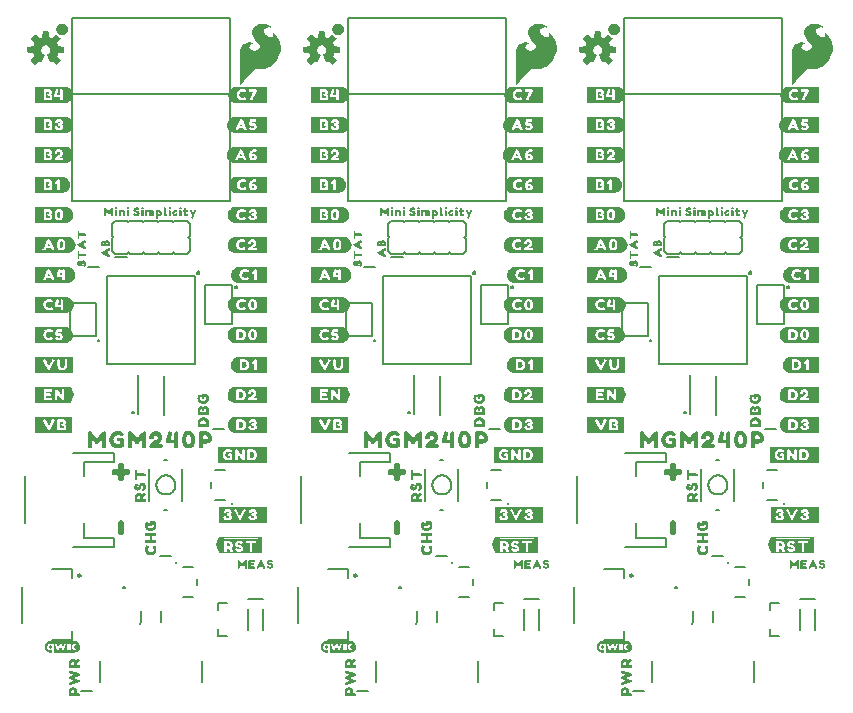
<source format=gto>
G04 EAGLE Gerber RS-274X export*
G75*
%MOMM*%
%FSLAX34Y34*%
%LPD*%
%INSilkscreen Top*%
%IPPOS*%
%AMOC8*
5,1,8,0,0,1.08239X$1,22.5*%
G01*
%ADD10C,0.203200*%
%ADD11C,0.500000*%
%ADD12C,0.254000*%
%ADD13C,0.177800*%
%ADD14C,0.300000*%
%ADD15C,0.152400*%
%ADD16C,0.127000*%
%ADD17C,0.200000*%

G36*
X657565Y529380D02*
X657565Y529380D01*
X657649Y529383D01*
X657650Y529383D01*
X657651Y529383D01*
X657729Y529426D01*
X657802Y529465D01*
X657802Y529466D01*
X657803Y529466D01*
X657807Y529472D01*
X657890Y529580D01*
X657963Y529725D01*
X658319Y530081D01*
X658326Y530092D01*
X658339Y530103D01*
X658939Y530803D01*
X658943Y530810D01*
X658950Y530817D01*
X659642Y531706D01*
X660533Y532696D01*
X660536Y532701D01*
X660542Y532707D01*
X661537Y533900D01*
X662630Y535093D01*
X663829Y536391D01*
X665129Y537791D01*
X665133Y537798D01*
X665140Y537804D01*
X666230Y539092D01*
X667312Y540174D01*
X668287Y541052D01*
X669239Y541718D01*
X670280Y542191D01*
X671301Y542470D01*
X675150Y542470D01*
X675170Y542475D01*
X675197Y542473D01*
X677597Y542773D01*
X677619Y542781D01*
X677650Y542783D01*
X679850Y543383D01*
X679873Y543395D01*
X679906Y543403D01*
X681906Y544303D01*
X681925Y544317D01*
X681953Y544329D01*
X683853Y545529D01*
X683864Y545539D01*
X683881Y545548D01*
X685581Y546848D01*
X685598Y546869D01*
X685627Y546890D01*
X687127Y548490D01*
X687135Y548504D01*
X687150Y548517D01*
X688550Y550317D01*
X688563Y550344D01*
X688588Y550376D01*
X690488Y554076D01*
X690496Y554107D01*
X690516Y554148D01*
X691516Y557748D01*
X691518Y557782D01*
X691530Y557828D01*
X691730Y561328D01*
X691724Y561360D01*
X691726Y561407D01*
X691226Y564707D01*
X691215Y564736D01*
X691208Y564778D01*
X690208Y567578D01*
X690194Y567599D01*
X690184Y567631D01*
X688884Y570031D01*
X688858Y570060D01*
X688819Y570119D01*
X687119Y571819D01*
X687089Y571837D01*
X687052Y571872D01*
X685452Y572872D01*
X685386Y572895D01*
X685322Y572923D01*
X685305Y572923D01*
X685288Y572928D01*
X685219Y572919D01*
X685149Y572917D01*
X685134Y572908D01*
X685116Y572906D01*
X685058Y572867D01*
X684997Y572834D01*
X684987Y572819D01*
X684972Y572809D01*
X684937Y572749D01*
X684897Y572692D01*
X684894Y572673D01*
X684886Y572659D01*
X684883Y572620D01*
X684870Y572550D01*
X684870Y571950D01*
X684877Y571920D01*
X684877Y571875D01*
X684963Y571444D01*
X684787Y570384D01*
X684548Y569986D01*
X684133Y569571D01*
X683572Y569330D01*
X683003Y569330D01*
X681688Y569706D01*
X680947Y570077D01*
X679585Y571050D01*
X678908Y571629D01*
X678449Y572088D01*
X677972Y572852D01*
X677969Y572855D01*
X677966Y572861D01*
X677599Y573412D01*
X677422Y574034D01*
X677335Y574550D01*
X677418Y575047D01*
X677597Y575494D01*
X677872Y576044D01*
X678226Y576486D01*
X678964Y577132D01*
X679342Y577321D01*
X679683Y577491D01*
X680417Y577675D01*
X681271Y577770D01*
X682503Y577770D01*
X682858Y577681D01*
X682894Y577681D01*
X682950Y577670D01*
X683050Y577670D01*
X683111Y577684D01*
X683174Y577690D01*
X683195Y577704D01*
X683219Y577709D01*
X683267Y577749D01*
X683320Y577783D01*
X683333Y577804D01*
X683352Y577819D01*
X683378Y577877D01*
X683411Y577930D01*
X683413Y577955D01*
X683423Y577978D01*
X683421Y578040D01*
X683427Y578103D01*
X683418Y578126D01*
X683417Y578151D01*
X683387Y578206D01*
X683364Y578265D01*
X683344Y578284D01*
X683334Y578303D01*
X683303Y578324D01*
X683261Y578366D01*
X682967Y578563D01*
X682271Y579059D01*
X682256Y579065D01*
X682242Y579078D01*
X681042Y579778D01*
X681018Y579786D01*
X680991Y579803D01*
X679491Y580403D01*
X679473Y580406D01*
X679452Y580416D01*
X677652Y580916D01*
X677618Y580918D01*
X677569Y580930D01*
X675569Y581030D01*
X675531Y581023D01*
X675466Y581021D01*
X673266Y580521D01*
X673232Y580504D01*
X673174Y580487D01*
X670874Y579287D01*
X670849Y579266D01*
X670808Y579244D01*
X669108Y577844D01*
X669085Y577813D01*
X669037Y577765D01*
X667937Y576165D01*
X667923Y576130D01*
X667891Y576077D01*
X667291Y574377D01*
X667288Y574342D01*
X667286Y574331D01*
X667277Y574312D01*
X667278Y574290D01*
X667270Y574250D01*
X667270Y572550D01*
X667279Y572512D01*
X667285Y572443D01*
X667785Y570743D01*
X667799Y570718D01*
X667810Y570680D01*
X668710Y568880D01*
X668729Y568857D01*
X668748Y568819D01*
X670048Y567119D01*
X670065Y567105D01*
X670081Y567081D01*
X671772Y565391D01*
X673028Y563941D01*
X673670Y562566D01*
X673670Y561307D01*
X673311Y560142D01*
X672499Y559240D01*
X671389Y558499D01*
X670097Y558130D01*
X668601Y558130D01*
X667561Y558414D01*
X666741Y558687D01*
X666108Y559229D01*
X665563Y559775D01*
X665306Y560288D01*
X665130Y560903D01*
X665130Y561488D01*
X665291Y561971D01*
X665538Y562300D01*
X665904Y562666D01*
X666383Y563049D01*
X666738Y563316D01*
X667191Y563497D01*
X667203Y563505D01*
X667220Y563510D01*
X667464Y563632D01*
X667820Y563810D01*
X667849Y563834D01*
X667919Y563881D01*
X668019Y563981D01*
X668032Y564003D01*
X668052Y564019D01*
X668078Y564076D01*
X668110Y564128D01*
X668113Y564154D01*
X668123Y564178D01*
X668121Y564239D01*
X668127Y564301D01*
X668118Y564325D01*
X668117Y564351D01*
X668087Y564405D01*
X668065Y564463D01*
X668046Y564480D01*
X668034Y564503D01*
X667984Y564538D01*
X667938Y564580D01*
X667913Y564588D01*
X667892Y564603D01*
X667808Y564619D01*
X667772Y564630D01*
X667762Y564628D01*
X667750Y564630D01*
X667712Y564630D01*
X667481Y564707D01*
X666991Y564903D01*
X666956Y564908D01*
X666904Y564926D01*
X666204Y565026D01*
X666180Y565024D01*
X666150Y565030D01*
X664350Y565030D01*
X664320Y565023D01*
X664275Y565023D01*
X663275Y564823D01*
X663265Y564818D01*
X663250Y564817D01*
X662150Y564517D01*
X662133Y564508D01*
X662109Y564503D01*
X661109Y564103D01*
X661082Y564084D01*
X661039Y564066D01*
X660139Y563466D01*
X660118Y563444D01*
X660081Y563419D01*
X659281Y562619D01*
X659270Y562601D01*
X659250Y562583D01*
X658550Y561683D01*
X658539Y561659D01*
X658516Y561632D01*
X657916Y560532D01*
X657907Y560499D01*
X657884Y560454D01*
X657484Y559054D01*
X657483Y559029D01*
X657473Y558997D01*
X657273Y557397D01*
X657274Y557385D01*
X657270Y557370D01*
X657170Y555470D01*
X657172Y555461D01*
X657170Y555450D01*
X657170Y529750D01*
X657190Y529665D01*
X657209Y529583D01*
X657209Y529582D01*
X657209Y529581D01*
X657266Y529513D01*
X657318Y529449D01*
X657319Y529448D01*
X657397Y529413D01*
X657476Y529377D01*
X657477Y529377D01*
X657478Y529377D01*
X657565Y529380D01*
G37*
G36*
X423885Y529380D02*
X423885Y529380D01*
X423969Y529383D01*
X423970Y529383D01*
X423971Y529383D01*
X424049Y529426D01*
X424122Y529465D01*
X424122Y529466D01*
X424123Y529466D01*
X424127Y529472D01*
X424210Y529580D01*
X424283Y529725D01*
X424639Y530081D01*
X424646Y530092D01*
X424659Y530103D01*
X425259Y530803D01*
X425263Y530810D01*
X425270Y530817D01*
X425962Y531706D01*
X426853Y532696D01*
X426856Y532701D01*
X426862Y532707D01*
X427857Y533900D01*
X428950Y535093D01*
X430149Y536391D01*
X431449Y537791D01*
X431453Y537798D01*
X431460Y537804D01*
X432550Y539092D01*
X433632Y540174D01*
X434607Y541052D01*
X435559Y541718D01*
X436600Y542191D01*
X437621Y542470D01*
X441470Y542470D01*
X441490Y542475D01*
X441517Y542473D01*
X443917Y542773D01*
X443939Y542781D01*
X443970Y542783D01*
X446170Y543383D01*
X446193Y543395D01*
X446226Y543403D01*
X448226Y544303D01*
X448245Y544317D01*
X448273Y544329D01*
X450173Y545529D01*
X450184Y545539D01*
X450201Y545548D01*
X451901Y546848D01*
X451918Y546869D01*
X451947Y546890D01*
X453447Y548490D01*
X453455Y548504D01*
X453470Y548517D01*
X454870Y550317D01*
X454883Y550344D01*
X454908Y550376D01*
X456808Y554076D01*
X456816Y554107D01*
X456836Y554148D01*
X457836Y557748D01*
X457838Y557782D01*
X457850Y557828D01*
X458050Y561328D01*
X458044Y561360D01*
X458046Y561407D01*
X457546Y564707D01*
X457535Y564736D01*
X457528Y564778D01*
X456528Y567578D01*
X456514Y567599D01*
X456504Y567631D01*
X455204Y570031D01*
X455178Y570060D01*
X455139Y570119D01*
X453439Y571819D01*
X453409Y571837D01*
X453372Y571872D01*
X451772Y572872D01*
X451706Y572895D01*
X451642Y572923D01*
X451625Y572923D01*
X451608Y572928D01*
X451539Y572919D01*
X451469Y572917D01*
X451454Y572908D01*
X451436Y572906D01*
X451378Y572867D01*
X451317Y572834D01*
X451307Y572819D01*
X451292Y572809D01*
X451257Y572749D01*
X451217Y572692D01*
X451214Y572673D01*
X451206Y572659D01*
X451203Y572620D01*
X451190Y572550D01*
X451190Y571950D01*
X451197Y571920D01*
X451197Y571875D01*
X451283Y571444D01*
X451107Y570384D01*
X450868Y569986D01*
X450453Y569571D01*
X449892Y569330D01*
X449323Y569330D01*
X448008Y569706D01*
X447267Y570077D01*
X445905Y571050D01*
X445228Y571629D01*
X444769Y572088D01*
X444292Y572852D01*
X444289Y572855D01*
X444286Y572861D01*
X443919Y573412D01*
X443742Y574034D01*
X443655Y574550D01*
X443738Y575047D01*
X443917Y575494D01*
X444192Y576044D01*
X444546Y576486D01*
X445284Y577132D01*
X445662Y577321D01*
X446003Y577491D01*
X446737Y577675D01*
X447591Y577770D01*
X448823Y577770D01*
X449178Y577681D01*
X449214Y577681D01*
X449270Y577670D01*
X449370Y577670D01*
X449431Y577684D01*
X449494Y577690D01*
X449515Y577704D01*
X449539Y577709D01*
X449587Y577749D01*
X449640Y577783D01*
X449653Y577804D01*
X449672Y577819D01*
X449698Y577877D01*
X449731Y577930D01*
X449733Y577955D01*
X449743Y577978D01*
X449741Y578040D01*
X449747Y578103D01*
X449738Y578126D01*
X449737Y578151D01*
X449707Y578206D01*
X449684Y578265D01*
X449664Y578284D01*
X449654Y578303D01*
X449623Y578324D01*
X449581Y578366D01*
X449287Y578563D01*
X448591Y579059D01*
X448576Y579065D01*
X448562Y579078D01*
X447362Y579778D01*
X447338Y579786D01*
X447311Y579803D01*
X445811Y580403D01*
X445793Y580406D01*
X445772Y580416D01*
X443972Y580916D01*
X443938Y580918D01*
X443889Y580930D01*
X441889Y581030D01*
X441851Y581023D01*
X441786Y581021D01*
X439586Y580521D01*
X439552Y580504D01*
X439494Y580487D01*
X437194Y579287D01*
X437169Y579266D01*
X437128Y579244D01*
X435428Y577844D01*
X435405Y577813D01*
X435357Y577765D01*
X434257Y576165D01*
X434243Y576130D01*
X434211Y576077D01*
X433611Y574377D01*
X433608Y574342D01*
X433606Y574331D01*
X433597Y574312D01*
X433598Y574290D01*
X433590Y574250D01*
X433590Y572550D01*
X433599Y572512D01*
X433605Y572443D01*
X434105Y570743D01*
X434119Y570718D01*
X434130Y570680D01*
X435030Y568880D01*
X435049Y568857D01*
X435068Y568819D01*
X436368Y567119D01*
X436385Y567105D01*
X436401Y567081D01*
X438092Y565391D01*
X439348Y563941D01*
X439990Y562566D01*
X439990Y561307D01*
X439631Y560142D01*
X438819Y559240D01*
X437709Y558499D01*
X436417Y558130D01*
X434921Y558130D01*
X433881Y558414D01*
X433061Y558687D01*
X432428Y559229D01*
X431883Y559775D01*
X431626Y560288D01*
X431450Y560903D01*
X431450Y561488D01*
X431611Y561971D01*
X431858Y562300D01*
X432224Y562666D01*
X432703Y563049D01*
X433058Y563316D01*
X433511Y563497D01*
X433523Y563505D01*
X433540Y563510D01*
X433784Y563632D01*
X434140Y563810D01*
X434169Y563834D01*
X434239Y563881D01*
X434339Y563981D01*
X434352Y564003D01*
X434372Y564019D01*
X434398Y564076D01*
X434430Y564128D01*
X434433Y564154D01*
X434443Y564178D01*
X434441Y564239D01*
X434447Y564301D01*
X434438Y564325D01*
X434437Y564351D01*
X434407Y564405D01*
X434385Y564463D01*
X434366Y564480D01*
X434354Y564503D01*
X434304Y564538D01*
X434258Y564580D01*
X434233Y564588D01*
X434212Y564603D01*
X434128Y564619D01*
X434092Y564630D01*
X434082Y564628D01*
X434070Y564630D01*
X434032Y564630D01*
X433801Y564707D01*
X433311Y564903D01*
X433276Y564908D01*
X433224Y564926D01*
X432524Y565026D01*
X432500Y565024D01*
X432470Y565030D01*
X430670Y565030D01*
X430640Y565023D01*
X430595Y565023D01*
X429595Y564823D01*
X429585Y564818D01*
X429570Y564817D01*
X428470Y564517D01*
X428453Y564508D01*
X428429Y564503D01*
X427429Y564103D01*
X427402Y564084D01*
X427359Y564066D01*
X426459Y563466D01*
X426438Y563444D01*
X426401Y563419D01*
X425601Y562619D01*
X425590Y562601D01*
X425570Y562583D01*
X424870Y561683D01*
X424859Y561659D01*
X424836Y561632D01*
X424236Y560532D01*
X424227Y560499D01*
X424204Y560454D01*
X423804Y559054D01*
X423803Y559029D01*
X423793Y558997D01*
X423593Y557397D01*
X423594Y557385D01*
X423590Y557370D01*
X423490Y555470D01*
X423492Y555461D01*
X423490Y555450D01*
X423490Y529750D01*
X423510Y529665D01*
X423529Y529583D01*
X423529Y529582D01*
X423529Y529581D01*
X423586Y529513D01*
X423638Y529449D01*
X423639Y529448D01*
X423717Y529413D01*
X423796Y529377D01*
X423797Y529377D01*
X423798Y529377D01*
X423885Y529380D01*
G37*
G36*
X190205Y529380D02*
X190205Y529380D01*
X190289Y529383D01*
X190290Y529383D01*
X190291Y529383D01*
X190369Y529426D01*
X190442Y529465D01*
X190442Y529466D01*
X190443Y529466D01*
X190447Y529472D01*
X190530Y529580D01*
X190603Y529725D01*
X190959Y530081D01*
X190966Y530092D01*
X190979Y530103D01*
X191579Y530803D01*
X191583Y530810D01*
X191590Y530817D01*
X192282Y531706D01*
X193173Y532696D01*
X193176Y532701D01*
X193182Y532707D01*
X194177Y533900D01*
X195270Y535093D01*
X196469Y536391D01*
X197769Y537791D01*
X197773Y537798D01*
X197780Y537804D01*
X198870Y539092D01*
X199952Y540174D01*
X200927Y541052D01*
X201879Y541718D01*
X202920Y542191D01*
X203941Y542470D01*
X207790Y542470D01*
X207810Y542475D01*
X207837Y542473D01*
X210237Y542773D01*
X210259Y542781D01*
X210290Y542783D01*
X212490Y543383D01*
X212513Y543395D01*
X212546Y543403D01*
X214546Y544303D01*
X214565Y544317D01*
X214593Y544329D01*
X216493Y545529D01*
X216504Y545539D01*
X216521Y545548D01*
X218221Y546848D01*
X218238Y546869D01*
X218267Y546890D01*
X219767Y548490D01*
X219775Y548504D01*
X219790Y548517D01*
X221190Y550317D01*
X221203Y550344D01*
X221228Y550376D01*
X223128Y554076D01*
X223136Y554107D01*
X223156Y554148D01*
X224156Y557748D01*
X224158Y557782D01*
X224170Y557828D01*
X224370Y561328D01*
X224364Y561360D01*
X224366Y561407D01*
X223866Y564707D01*
X223855Y564736D01*
X223848Y564778D01*
X222848Y567578D01*
X222834Y567599D01*
X222824Y567631D01*
X221524Y570031D01*
X221498Y570060D01*
X221459Y570119D01*
X219759Y571819D01*
X219729Y571837D01*
X219692Y571872D01*
X218092Y572872D01*
X218026Y572895D01*
X217962Y572923D01*
X217945Y572923D01*
X217928Y572928D01*
X217859Y572919D01*
X217789Y572917D01*
X217774Y572908D01*
X217756Y572906D01*
X217698Y572867D01*
X217637Y572834D01*
X217627Y572819D01*
X217612Y572809D01*
X217577Y572749D01*
X217537Y572692D01*
X217534Y572673D01*
X217526Y572659D01*
X217523Y572620D01*
X217510Y572550D01*
X217510Y571950D01*
X217517Y571920D01*
X217517Y571875D01*
X217603Y571444D01*
X217427Y570384D01*
X217188Y569986D01*
X216773Y569571D01*
X216212Y569330D01*
X215643Y569330D01*
X214328Y569706D01*
X213587Y570077D01*
X212225Y571050D01*
X211548Y571629D01*
X211089Y572088D01*
X210612Y572852D01*
X210609Y572855D01*
X210606Y572861D01*
X210239Y573412D01*
X210062Y574034D01*
X209975Y574550D01*
X210058Y575047D01*
X210237Y575494D01*
X210512Y576044D01*
X210866Y576486D01*
X211604Y577132D01*
X211982Y577321D01*
X212323Y577491D01*
X213057Y577675D01*
X213911Y577770D01*
X215143Y577770D01*
X215498Y577681D01*
X215534Y577681D01*
X215590Y577670D01*
X215690Y577670D01*
X215751Y577684D01*
X215814Y577690D01*
X215835Y577704D01*
X215859Y577709D01*
X215907Y577749D01*
X215960Y577783D01*
X215973Y577804D01*
X215992Y577819D01*
X216018Y577877D01*
X216051Y577930D01*
X216053Y577955D01*
X216063Y577978D01*
X216061Y578040D01*
X216067Y578103D01*
X216058Y578126D01*
X216057Y578151D01*
X216027Y578206D01*
X216004Y578265D01*
X215984Y578284D01*
X215974Y578303D01*
X215943Y578324D01*
X215901Y578366D01*
X215607Y578563D01*
X214911Y579059D01*
X214896Y579065D01*
X214882Y579078D01*
X213682Y579778D01*
X213658Y579786D01*
X213631Y579803D01*
X212131Y580403D01*
X212113Y580406D01*
X212092Y580416D01*
X210292Y580916D01*
X210258Y580918D01*
X210209Y580930D01*
X208209Y581030D01*
X208171Y581023D01*
X208106Y581021D01*
X205906Y580521D01*
X205872Y580504D01*
X205814Y580487D01*
X203514Y579287D01*
X203489Y579266D01*
X203448Y579244D01*
X201748Y577844D01*
X201725Y577813D01*
X201677Y577765D01*
X200577Y576165D01*
X200563Y576130D01*
X200531Y576077D01*
X199931Y574377D01*
X199928Y574342D01*
X199926Y574331D01*
X199917Y574312D01*
X199918Y574290D01*
X199910Y574250D01*
X199910Y572550D01*
X199919Y572512D01*
X199925Y572443D01*
X200425Y570743D01*
X200439Y570718D01*
X200450Y570680D01*
X201350Y568880D01*
X201369Y568857D01*
X201388Y568819D01*
X202688Y567119D01*
X202705Y567105D01*
X202721Y567081D01*
X204412Y565391D01*
X205668Y563941D01*
X206310Y562566D01*
X206310Y561307D01*
X205951Y560142D01*
X205139Y559240D01*
X204029Y558499D01*
X202737Y558130D01*
X201241Y558130D01*
X200201Y558414D01*
X199381Y558687D01*
X198748Y559229D01*
X198203Y559775D01*
X197946Y560288D01*
X197770Y560903D01*
X197770Y561488D01*
X197931Y561971D01*
X198178Y562300D01*
X198544Y562666D01*
X199023Y563049D01*
X199378Y563316D01*
X199831Y563497D01*
X199843Y563505D01*
X199860Y563510D01*
X200104Y563632D01*
X200460Y563810D01*
X200489Y563834D01*
X200559Y563881D01*
X200659Y563981D01*
X200672Y564003D01*
X200692Y564019D01*
X200718Y564076D01*
X200750Y564128D01*
X200753Y564154D01*
X200763Y564178D01*
X200761Y564239D01*
X200767Y564301D01*
X200758Y564325D01*
X200757Y564351D01*
X200727Y564405D01*
X200705Y564463D01*
X200686Y564480D01*
X200674Y564503D01*
X200624Y564538D01*
X200578Y564580D01*
X200553Y564588D01*
X200532Y564603D01*
X200448Y564619D01*
X200412Y564630D01*
X200402Y564628D01*
X200390Y564630D01*
X200352Y564630D01*
X200121Y564707D01*
X199631Y564903D01*
X199596Y564908D01*
X199544Y564926D01*
X198844Y565026D01*
X198820Y565024D01*
X198790Y565030D01*
X196990Y565030D01*
X196960Y565023D01*
X196915Y565023D01*
X195915Y564823D01*
X195905Y564818D01*
X195890Y564817D01*
X194790Y564517D01*
X194773Y564508D01*
X194749Y564503D01*
X193749Y564103D01*
X193722Y564084D01*
X193679Y564066D01*
X192779Y563466D01*
X192758Y563444D01*
X192721Y563419D01*
X191921Y562619D01*
X191910Y562601D01*
X191890Y562583D01*
X191190Y561683D01*
X191179Y561659D01*
X191156Y561632D01*
X190556Y560532D01*
X190547Y560499D01*
X190524Y560454D01*
X190124Y559054D01*
X190123Y559029D01*
X190113Y558997D01*
X189913Y557397D01*
X189914Y557385D01*
X189910Y557370D01*
X189810Y555470D01*
X189812Y555461D01*
X189810Y555450D01*
X189810Y529750D01*
X189830Y529665D01*
X189849Y529583D01*
X189849Y529582D01*
X189849Y529581D01*
X189906Y529513D01*
X189958Y529449D01*
X189959Y529448D01*
X190037Y529413D01*
X190116Y529377D01*
X190117Y529377D01*
X190118Y529377D01*
X190205Y529380D01*
G37*
G36*
X212547Y209087D02*
X212547Y209087D01*
X212542Y209094D01*
X212549Y209100D01*
X212549Y222600D01*
X212513Y222647D01*
X212510Y222645D01*
X212508Y222649D01*
X211908Y222749D01*
X211903Y222746D01*
X211900Y222749D01*
X174700Y222749D01*
X174693Y222744D01*
X174684Y222747D01*
X174680Y222734D01*
X174653Y222713D01*
X174658Y222707D01*
X174657Y222706D01*
X174667Y222694D01*
X174666Y222693D01*
X174640Y222729D01*
X174608Y222739D01*
X174600Y222749D01*
X171300Y222749D01*
X171253Y222713D01*
X171256Y222709D01*
X171253Y222706D01*
X171255Y222703D01*
X171251Y222700D01*
X171251Y209200D01*
X171287Y209153D01*
X171290Y209155D01*
X171292Y209151D01*
X171892Y209051D01*
X171897Y209054D01*
X171900Y209051D01*
X212500Y209051D01*
X212547Y209087D01*
G37*
G36*
X679907Y209087D02*
X679907Y209087D01*
X679902Y209094D01*
X679909Y209100D01*
X679909Y222600D01*
X679873Y222647D01*
X679870Y222645D01*
X679868Y222649D01*
X679268Y222749D01*
X679263Y222746D01*
X679260Y222749D01*
X642060Y222749D01*
X642053Y222744D01*
X642044Y222747D01*
X642040Y222734D01*
X642013Y222713D01*
X642018Y222707D01*
X642017Y222706D01*
X642027Y222694D01*
X642026Y222693D01*
X642000Y222729D01*
X641968Y222739D01*
X641960Y222749D01*
X638660Y222749D01*
X638613Y222713D01*
X638616Y222709D01*
X638613Y222706D01*
X638615Y222703D01*
X638611Y222700D01*
X638611Y209200D01*
X638647Y209153D01*
X638650Y209155D01*
X638652Y209151D01*
X639252Y209051D01*
X639257Y209054D01*
X639260Y209051D01*
X679860Y209051D01*
X679907Y209087D01*
G37*
G36*
X446227Y209087D02*
X446227Y209087D01*
X446222Y209094D01*
X446229Y209100D01*
X446229Y222600D01*
X446193Y222647D01*
X446190Y222645D01*
X446188Y222649D01*
X445588Y222749D01*
X445583Y222746D01*
X445580Y222749D01*
X408380Y222749D01*
X408373Y222744D01*
X408364Y222747D01*
X408360Y222734D01*
X408333Y222713D01*
X408338Y222707D01*
X408337Y222706D01*
X408347Y222694D01*
X408346Y222693D01*
X408320Y222729D01*
X408288Y222739D01*
X408280Y222749D01*
X404980Y222749D01*
X404933Y222713D01*
X404936Y222709D01*
X404933Y222706D01*
X404935Y222703D01*
X404931Y222700D01*
X404931Y209200D01*
X404967Y209153D01*
X404970Y209155D01*
X404972Y209151D01*
X405572Y209051D01*
X405577Y209054D01*
X405580Y209051D01*
X446180Y209051D01*
X446227Y209087D01*
G37*
G36*
X446127Y158287D02*
X446127Y158287D01*
X446125Y158290D01*
X446129Y158292D01*
X446229Y158892D01*
X446226Y158897D01*
X446229Y158900D01*
X446229Y171800D01*
X446193Y171847D01*
X446190Y171845D01*
X446188Y171849D01*
X445588Y171949D01*
X445583Y171946D01*
X445580Y171949D01*
X405880Y171949D01*
X405842Y171920D01*
X405834Y171918D01*
X405634Y171418D01*
X405635Y171416D01*
X405633Y171414D01*
X405637Y171408D01*
X405638Y171405D01*
X405631Y171400D01*
X405631Y158500D01*
X405660Y158462D01*
X405662Y158454D01*
X406162Y158254D01*
X406175Y158258D01*
X406180Y158251D01*
X446080Y158251D01*
X446127Y158287D01*
G37*
G36*
X679807Y158287D02*
X679807Y158287D01*
X679805Y158290D01*
X679809Y158292D01*
X679909Y158892D01*
X679906Y158897D01*
X679909Y158900D01*
X679909Y171800D01*
X679873Y171847D01*
X679870Y171845D01*
X679868Y171849D01*
X679268Y171949D01*
X679263Y171946D01*
X679260Y171949D01*
X639560Y171949D01*
X639522Y171920D01*
X639514Y171918D01*
X639314Y171418D01*
X639315Y171416D01*
X639313Y171414D01*
X639317Y171408D01*
X639318Y171405D01*
X639311Y171400D01*
X639311Y158500D01*
X639340Y158462D01*
X639342Y158454D01*
X639842Y158254D01*
X639855Y158258D01*
X639860Y158251D01*
X679760Y158251D01*
X679807Y158287D01*
G37*
G36*
X212447Y158287D02*
X212447Y158287D01*
X212445Y158290D01*
X212449Y158292D01*
X212549Y158892D01*
X212546Y158897D01*
X212549Y158900D01*
X212549Y171800D01*
X212513Y171847D01*
X212510Y171845D01*
X212508Y171849D01*
X211908Y171949D01*
X211903Y171946D01*
X211900Y171949D01*
X172200Y171949D01*
X172162Y171920D01*
X172154Y171918D01*
X171954Y171418D01*
X171955Y171416D01*
X171953Y171414D01*
X171957Y171408D01*
X171958Y171405D01*
X171951Y171400D01*
X171951Y158500D01*
X171980Y158462D01*
X171982Y158454D01*
X172482Y158254D01*
X172495Y158258D01*
X172500Y158251D01*
X212400Y158251D01*
X212447Y158287D01*
G37*
G36*
X442096Y132870D02*
X442096Y132870D01*
X442109Y132870D01*
X442409Y133270D01*
X442409Y133278D01*
X442413Y133281D01*
X442409Y133285D01*
X442409Y133292D01*
X442419Y133300D01*
X442419Y146200D01*
X442400Y146226D01*
X442400Y146239D01*
X442000Y146539D01*
X441982Y146539D01*
X441979Y146542D01*
X441975Y146542D01*
X441970Y146549D01*
X406370Y146549D01*
X406361Y146542D01*
X406358Y146542D01*
X406354Y146539D01*
X406345Y146542D01*
X405845Y146242D01*
X405837Y146224D01*
X405826Y146222D01*
X402826Y140122D01*
X402828Y140111D01*
X402821Y140108D01*
X402721Y139508D01*
X402732Y139489D01*
X402726Y139478D01*
X405826Y133378D01*
X405829Y133377D01*
X405828Y133375D01*
X406128Y132875D01*
X406162Y132861D01*
X406170Y132851D01*
X442070Y132851D01*
X442096Y132870D01*
G37*
G36*
X675776Y132870D02*
X675776Y132870D01*
X675789Y132870D01*
X676089Y133270D01*
X676089Y133278D01*
X676093Y133281D01*
X676089Y133285D01*
X676089Y133292D01*
X676099Y133300D01*
X676099Y146200D01*
X676080Y146226D01*
X676080Y146239D01*
X675680Y146539D01*
X675662Y146539D01*
X675659Y146542D01*
X675655Y146542D01*
X675650Y146549D01*
X640050Y146549D01*
X640041Y146542D01*
X640038Y146542D01*
X640034Y146539D01*
X640025Y146542D01*
X639525Y146242D01*
X639517Y146224D01*
X639506Y146222D01*
X636506Y140122D01*
X636508Y140111D01*
X636501Y140108D01*
X636401Y139508D01*
X636412Y139489D01*
X636406Y139478D01*
X639506Y133378D01*
X639509Y133377D01*
X639508Y133375D01*
X639808Y132875D01*
X639842Y132861D01*
X639850Y132851D01*
X675750Y132851D01*
X675776Y132870D01*
G37*
G36*
X208416Y132870D02*
X208416Y132870D01*
X208429Y132870D01*
X208729Y133270D01*
X208729Y133278D01*
X208733Y133281D01*
X208729Y133285D01*
X208729Y133292D01*
X208739Y133300D01*
X208739Y146200D01*
X208720Y146226D01*
X208720Y146239D01*
X208320Y146539D01*
X208302Y146539D01*
X208299Y146542D01*
X208295Y146542D01*
X208290Y146549D01*
X172690Y146549D01*
X172681Y146542D01*
X172678Y146542D01*
X172674Y146539D01*
X172665Y146542D01*
X172165Y146242D01*
X172157Y146224D01*
X172146Y146222D01*
X169146Y140122D01*
X169148Y140111D01*
X169141Y140108D01*
X169041Y139508D01*
X169052Y139489D01*
X169046Y139478D01*
X172146Y133378D01*
X172149Y133377D01*
X172148Y133375D01*
X172448Y132875D01*
X172482Y132861D01*
X172490Y132851D01*
X208390Y132851D01*
X208416Y132870D01*
G37*
G36*
X502080Y546246D02*
X502080Y546246D01*
X502188Y546256D01*
X502201Y546262D01*
X502215Y546264D01*
X502312Y546312D01*
X502411Y546357D01*
X502424Y546368D01*
X502433Y546372D01*
X502448Y546388D01*
X502525Y546450D01*
X505110Y549035D01*
X505173Y549124D01*
X505239Y549209D01*
X505244Y549222D01*
X505252Y549234D01*
X505283Y549337D01*
X505319Y549440D01*
X505319Y549454D01*
X505323Y549467D01*
X505319Y549575D01*
X505320Y549684D01*
X505315Y549697D01*
X505315Y549711D01*
X505277Y549813D01*
X505242Y549915D01*
X505233Y549930D01*
X505229Y549939D01*
X505215Y549956D01*
X505161Y550038D01*
X502397Y553428D01*
X502954Y554510D01*
X502960Y554530D01*
X503002Y554625D01*
X503373Y555784D01*
X507724Y556227D01*
X507828Y556255D01*
X507934Y556280D01*
X507946Y556287D01*
X507959Y556290D01*
X508049Y556351D01*
X508142Y556408D01*
X508150Y556419D01*
X508162Y556427D01*
X508228Y556513D01*
X508297Y556597D01*
X508301Y556610D01*
X508310Y556621D01*
X508344Y556724D01*
X508383Y556825D01*
X508384Y556843D01*
X508388Y556852D01*
X508388Y556874D01*
X508397Y556972D01*
X508397Y560628D01*
X508380Y560735D01*
X508366Y560843D01*
X508360Y560855D01*
X508358Y560869D01*
X508306Y560965D01*
X508259Y561062D01*
X508249Y561072D01*
X508243Y561084D01*
X508163Y561158D01*
X508087Y561235D01*
X508075Y561241D01*
X508065Y561251D01*
X507966Y561296D01*
X507869Y561344D01*
X507851Y561348D01*
X507842Y561352D01*
X507821Y561354D01*
X507724Y561373D01*
X503373Y561816D01*
X503002Y562975D01*
X502993Y562992D01*
X502991Y563000D01*
X502987Y563007D01*
X502954Y563090D01*
X502397Y564172D01*
X505161Y567562D01*
X505215Y567656D01*
X505272Y567748D01*
X505275Y567761D01*
X505282Y567773D01*
X505303Y567880D01*
X505328Y567985D01*
X505326Y567999D01*
X505329Y568013D01*
X505314Y568120D01*
X505304Y568228D01*
X505298Y568241D01*
X505296Y568255D01*
X505248Y568352D01*
X505203Y568451D01*
X505192Y568464D01*
X505188Y568473D01*
X505172Y568488D01*
X505110Y568565D01*
X502525Y571150D01*
X502436Y571213D01*
X502351Y571279D01*
X502338Y571284D01*
X502326Y571292D01*
X502223Y571323D01*
X502120Y571359D01*
X502106Y571359D01*
X502093Y571363D01*
X501985Y571359D01*
X501876Y571360D01*
X501863Y571355D01*
X501849Y571355D01*
X501747Y571317D01*
X501645Y571282D01*
X501630Y571273D01*
X501621Y571269D01*
X501604Y571255D01*
X501522Y571201D01*
X498132Y568437D01*
X497050Y568994D01*
X497030Y569000D01*
X496935Y569042D01*
X495776Y569413D01*
X495333Y573764D01*
X495305Y573868D01*
X495280Y573974D01*
X495273Y573986D01*
X495270Y573999D01*
X495209Y574089D01*
X495152Y574182D01*
X495141Y574190D01*
X495133Y574202D01*
X495047Y574268D01*
X494963Y574337D01*
X494950Y574341D01*
X494939Y574350D01*
X494836Y574384D01*
X494735Y574423D01*
X494717Y574424D01*
X494708Y574428D01*
X494686Y574428D01*
X494588Y574437D01*
X490932Y574437D01*
X490825Y574420D01*
X490717Y574406D01*
X490705Y574400D01*
X490691Y574398D01*
X490595Y574346D01*
X490498Y574299D01*
X490488Y574289D01*
X490476Y574283D01*
X490402Y574203D01*
X490325Y574127D01*
X490319Y574115D01*
X490309Y574105D01*
X490264Y574006D01*
X490216Y573909D01*
X490212Y573891D01*
X490208Y573882D01*
X490206Y573861D01*
X490187Y573764D01*
X489744Y569413D01*
X488585Y569042D01*
X488567Y569032D01*
X488470Y568994D01*
X487388Y568437D01*
X483998Y571201D01*
X483904Y571255D01*
X483812Y571312D01*
X483799Y571315D01*
X483787Y571322D01*
X483680Y571343D01*
X483575Y571368D01*
X483561Y571366D01*
X483547Y571369D01*
X483440Y571354D01*
X483332Y571344D01*
X483319Y571338D01*
X483306Y571336D01*
X483208Y571288D01*
X483109Y571243D01*
X483096Y571232D01*
X483087Y571228D01*
X483072Y571212D01*
X482995Y571150D01*
X480410Y568565D01*
X480347Y568476D01*
X480281Y568391D01*
X480276Y568378D01*
X480268Y568366D01*
X480237Y568263D01*
X480201Y568160D01*
X480201Y568146D01*
X480197Y568133D01*
X480201Y568025D01*
X480200Y567916D01*
X480205Y567903D01*
X480205Y567889D01*
X480243Y567787D01*
X480278Y567685D01*
X480287Y567670D01*
X480291Y567661D01*
X480305Y567644D01*
X480359Y567562D01*
X483123Y564172D01*
X482566Y563090D01*
X482560Y563070D01*
X482518Y562975D01*
X482147Y561816D01*
X477796Y561373D01*
X477692Y561345D01*
X477586Y561320D01*
X477574Y561313D01*
X477561Y561310D01*
X477471Y561249D01*
X477378Y561192D01*
X477370Y561181D01*
X477358Y561173D01*
X477292Y561087D01*
X477224Y561003D01*
X477219Y560990D01*
X477210Y560979D01*
X477176Y560876D01*
X477137Y560775D01*
X477136Y560757D01*
X477132Y560748D01*
X477133Y560726D01*
X477123Y560628D01*
X477123Y556972D01*
X477140Y556865D01*
X477154Y556757D01*
X477160Y556745D01*
X477162Y556731D01*
X477214Y556635D01*
X477261Y556538D01*
X477271Y556528D01*
X477277Y556516D01*
X477357Y556442D01*
X477433Y556365D01*
X477445Y556359D01*
X477456Y556349D01*
X477554Y556304D01*
X477651Y556256D01*
X477669Y556252D01*
X477678Y556248D01*
X477699Y556246D01*
X477796Y556227D01*
X482147Y555784D01*
X482518Y554625D01*
X482528Y554607D01*
X482566Y554510D01*
X483123Y553428D01*
X480359Y550038D01*
X480305Y549944D01*
X480248Y549852D01*
X480245Y549839D01*
X480238Y549827D01*
X480217Y549720D01*
X480192Y549615D01*
X480194Y549601D01*
X480191Y549587D01*
X480206Y549480D01*
X480216Y549372D01*
X480222Y549359D01*
X480224Y549346D01*
X480272Y549248D01*
X480317Y549149D01*
X480328Y549136D01*
X480332Y549127D01*
X480348Y549112D01*
X480410Y549035D01*
X482995Y546450D01*
X483084Y546387D01*
X483169Y546321D01*
X483182Y546316D01*
X483194Y546308D01*
X483297Y546277D01*
X483400Y546241D01*
X483414Y546241D01*
X483427Y546237D01*
X483535Y546241D01*
X483644Y546240D01*
X483657Y546245D01*
X483671Y546245D01*
X483773Y546283D01*
X483875Y546318D01*
X483890Y546327D01*
X483899Y546331D01*
X483916Y546345D01*
X483998Y546399D01*
X487388Y549163D01*
X488470Y548606D01*
X488523Y548589D01*
X488572Y548563D01*
X488638Y548552D01*
X488702Y548531D01*
X488758Y548532D01*
X488812Y548523D01*
X488879Y548534D01*
X488946Y548535D01*
X488998Y548553D01*
X489053Y548562D01*
X489113Y548594D01*
X489176Y548617D01*
X489219Y548651D01*
X489269Y548677D01*
X489315Y548726D01*
X489367Y548768D01*
X489398Y548815D01*
X489436Y548855D01*
X489492Y548960D01*
X489500Y548973D01*
X489501Y548978D01*
X489505Y548985D01*
X491658Y554182D01*
X491678Y554266D01*
X491683Y554278D01*
X491685Y554294D01*
X491710Y554380D01*
X491709Y554400D01*
X491714Y554420D01*
X491706Y554502D01*
X491707Y554521D01*
X491703Y554541D01*
X491699Y554624D01*
X491692Y554643D01*
X491690Y554663D01*
X491658Y554732D01*
X491652Y554759D01*
X491637Y554783D01*
X491610Y554852D01*
X491597Y554867D01*
X491589Y554885D01*
X491544Y554934D01*
X491524Y554966D01*
X491492Y554992D01*
X491453Y555038D01*
X491432Y555053D01*
X491422Y555063D01*
X491401Y555075D01*
X491338Y555119D01*
X491335Y555121D01*
X491334Y555121D01*
X491332Y555123D01*
X490448Y555618D01*
X489769Y556245D01*
X489255Y557014D01*
X488935Y557882D01*
X488827Y558799D01*
X488940Y559734D01*
X489271Y560615D01*
X489803Y561392D01*
X490504Y562021D01*
X491334Y562464D01*
X492246Y562698D01*
X493188Y562708D01*
X494104Y562494D01*
X494944Y562069D01*
X495658Y561456D01*
X496207Y560691D01*
X496558Y559817D01*
X496691Y558885D01*
X496599Y557948D01*
X496287Y557060D01*
X495772Y556272D01*
X495085Y555628D01*
X494186Y555122D01*
X494146Y555089D01*
X494104Y555067D01*
X494073Y555034D01*
X494025Y554999D01*
X494012Y554982D01*
X493996Y554969D01*
X493961Y554915D01*
X493937Y554889D01*
X493924Y554858D01*
X493882Y554801D01*
X493876Y554781D01*
X493865Y554763D01*
X493847Y554690D01*
X493837Y554667D01*
X493834Y554643D01*
X493811Y554568D01*
X493812Y554547D01*
X493807Y554526D01*
X493814Y554442D01*
X493813Y554424D01*
X493816Y554408D01*
X493819Y554324D01*
X493827Y554298D01*
X493828Y554283D01*
X493838Y554261D01*
X493862Y554182D01*
X494170Y553437D01*
X494171Y553437D01*
X494481Y552688D01*
X494791Y551939D01*
X494791Y551938D01*
X495102Y551190D01*
X495102Y551189D01*
X495412Y550440D01*
X495722Y549691D01*
X495723Y549691D01*
X496015Y548985D01*
X496044Y548938D01*
X496065Y548886D01*
X496108Y548835D01*
X496144Y548778D01*
X496187Y548743D01*
X496223Y548700D01*
X496280Y548666D01*
X496332Y548623D01*
X496384Y548604D01*
X496432Y548575D01*
X496498Y548561D01*
X496561Y548537D01*
X496616Y548535D01*
X496670Y548524D01*
X496737Y548531D01*
X496804Y548529D01*
X496858Y548545D01*
X496913Y548552D01*
X497024Y548596D01*
X497038Y548600D01*
X497042Y548603D01*
X497050Y548606D01*
X498132Y549163D01*
X501522Y546399D01*
X501616Y546345D01*
X501708Y546288D01*
X501721Y546285D01*
X501733Y546278D01*
X501840Y546257D01*
X501945Y546232D01*
X501959Y546234D01*
X501973Y546231D01*
X502080Y546246D01*
G37*
G36*
X34720Y546246D02*
X34720Y546246D01*
X34828Y546256D01*
X34841Y546262D01*
X34855Y546264D01*
X34952Y546312D01*
X35051Y546357D01*
X35064Y546368D01*
X35073Y546372D01*
X35088Y546388D01*
X35165Y546450D01*
X37750Y549035D01*
X37813Y549124D01*
X37879Y549209D01*
X37884Y549222D01*
X37892Y549234D01*
X37923Y549337D01*
X37959Y549440D01*
X37959Y549454D01*
X37963Y549467D01*
X37959Y549575D01*
X37960Y549684D01*
X37955Y549697D01*
X37955Y549711D01*
X37917Y549813D01*
X37882Y549915D01*
X37873Y549930D01*
X37869Y549939D01*
X37855Y549956D01*
X37801Y550038D01*
X35037Y553428D01*
X35594Y554510D01*
X35600Y554530D01*
X35642Y554625D01*
X36013Y555784D01*
X40364Y556227D01*
X40468Y556255D01*
X40574Y556280D01*
X40586Y556287D01*
X40599Y556290D01*
X40689Y556351D01*
X40782Y556408D01*
X40790Y556419D01*
X40802Y556427D01*
X40868Y556513D01*
X40937Y556597D01*
X40941Y556610D01*
X40950Y556621D01*
X40984Y556724D01*
X41023Y556825D01*
X41024Y556843D01*
X41028Y556852D01*
X41028Y556874D01*
X41037Y556972D01*
X41037Y560628D01*
X41020Y560735D01*
X41006Y560843D01*
X41000Y560855D01*
X40998Y560869D01*
X40946Y560965D01*
X40899Y561062D01*
X40889Y561072D01*
X40883Y561084D01*
X40803Y561158D01*
X40727Y561235D01*
X40715Y561241D01*
X40705Y561251D01*
X40606Y561296D01*
X40509Y561344D01*
X40491Y561348D01*
X40482Y561352D01*
X40461Y561354D01*
X40364Y561373D01*
X36013Y561816D01*
X35642Y562975D01*
X35633Y562992D01*
X35631Y563000D01*
X35627Y563007D01*
X35594Y563090D01*
X35037Y564172D01*
X37801Y567562D01*
X37855Y567656D01*
X37912Y567748D01*
X37915Y567761D01*
X37922Y567773D01*
X37943Y567880D01*
X37968Y567985D01*
X37966Y567999D01*
X37969Y568013D01*
X37954Y568120D01*
X37944Y568228D01*
X37938Y568241D01*
X37936Y568255D01*
X37888Y568352D01*
X37843Y568451D01*
X37832Y568464D01*
X37828Y568473D01*
X37812Y568488D01*
X37750Y568565D01*
X35165Y571150D01*
X35076Y571213D01*
X34991Y571279D01*
X34978Y571284D01*
X34966Y571292D01*
X34863Y571323D01*
X34760Y571359D01*
X34746Y571359D01*
X34733Y571363D01*
X34625Y571359D01*
X34516Y571360D01*
X34503Y571355D01*
X34489Y571355D01*
X34387Y571317D01*
X34285Y571282D01*
X34270Y571273D01*
X34261Y571269D01*
X34244Y571255D01*
X34162Y571201D01*
X30772Y568437D01*
X29690Y568994D01*
X29670Y569000D01*
X29575Y569042D01*
X28416Y569413D01*
X27973Y573764D01*
X27945Y573868D01*
X27920Y573974D01*
X27913Y573986D01*
X27910Y573999D01*
X27849Y574089D01*
X27792Y574182D01*
X27781Y574190D01*
X27773Y574202D01*
X27687Y574268D01*
X27603Y574337D01*
X27590Y574341D01*
X27579Y574350D01*
X27476Y574384D01*
X27375Y574423D01*
X27357Y574424D01*
X27348Y574428D01*
X27326Y574428D01*
X27228Y574437D01*
X23572Y574437D01*
X23465Y574420D01*
X23357Y574406D01*
X23345Y574400D01*
X23331Y574398D01*
X23235Y574346D01*
X23138Y574299D01*
X23128Y574289D01*
X23116Y574283D01*
X23042Y574203D01*
X22965Y574127D01*
X22959Y574115D01*
X22949Y574105D01*
X22904Y574006D01*
X22856Y573909D01*
X22852Y573891D01*
X22848Y573882D01*
X22846Y573861D01*
X22827Y573764D01*
X22384Y569413D01*
X21225Y569042D01*
X21207Y569032D01*
X21110Y568994D01*
X20028Y568437D01*
X16638Y571201D01*
X16544Y571255D01*
X16452Y571312D01*
X16439Y571315D01*
X16427Y571322D01*
X16320Y571343D01*
X16215Y571368D01*
X16201Y571366D01*
X16187Y571369D01*
X16080Y571354D01*
X15972Y571344D01*
X15959Y571338D01*
X15946Y571336D01*
X15848Y571288D01*
X15749Y571243D01*
X15736Y571232D01*
X15727Y571228D01*
X15712Y571212D01*
X15635Y571150D01*
X13050Y568565D01*
X12987Y568476D01*
X12921Y568391D01*
X12916Y568378D01*
X12908Y568366D01*
X12877Y568263D01*
X12841Y568160D01*
X12841Y568146D01*
X12837Y568133D01*
X12841Y568025D01*
X12840Y567916D01*
X12845Y567903D01*
X12845Y567889D01*
X12883Y567787D01*
X12918Y567685D01*
X12927Y567670D01*
X12931Y567661D01*
X12945Y567644D01*
X12999Y567562D01*
X15763Y564172D01*
X15206Y563090D01*
X15200Y563070D01*
X15158Y562975D01*
X14787Y561816D01*
X10436Y561373D01*
X10332Y561345D01*
X10226Y561320D01*
X10214Y561313D01*
X10201Y561310D01*
X10111Y561249D01*
X10018Y561192D01*
X10010Y561181D01*
X9998Y561173D01*
X9932Y561087D01*
X9864Y561003D01*
X9859Y560990D01*
X9850Y560979D01*
X9816Y560876D01*
X9777Y560775D01*
X9776Y560757D01*
X9772Y560748D01*
X9773Y560726D01*
X9763Y560628D01*
X9763Y556972D01*
X9780Y556865D01*
X9794Y556757D01*
X9800Y556745D01*
X9802Y556731D01*
X9854Y556635D01*
X9901Y556538D01*
X9911Y556528D01*
X9917Y556516D01*
X9997Y556442D01*
X10073Y556365D01*
X10085Y556359D01*
X10096Y556349D01*
X10194Y556304D01*
X10291Y556256D01*
X10309Y556252D01*
X10318Y556248D01*
X10339Y556246D01*
X10436Y556227D01*
X14787Y555784D01*
X15158Y554625D01*
X15168Y554607D01*
X15206Y554510D01*
X15763Y553428D01*
X12999Y550038D01*
X12945Y549944D01*
X12888Y549852D01*
X12885Y549839D01*
X12878Y549827D01*
X12857Y549720D01*
X12832Y549615D01*
X12834Y549601D01*
X12831Y549587D01*
X12846Y549480D01*
X12856Y549372D01*
X12862Y549359D01*
X12864Y549346D01*
X12912Y549248D01*
X12957Y549149D01*
X12968Y549136D01*
X12972Y549127D01*
X12988Y549112D01*
X13050Y549035D01*
X15635Y546450D01*
X15724Y546387D01*
X15809Y546321D01*
X15822Y546316D01*
X15834Y546308D01*
X15937Y546277D01*
X16040Y546241D01*
X16054Y546241D01*
X16067Y546237D01*
X16175Y546241D01*
X16284Y546240D01*
X16297Y546245D01*
X16311Y546245D01*
X16413Y546283D01*
X16515Y546318D01*
X16530Y546327D01*
X16539Y546331D01*
X16556Y546345D01*
X16638Y546399D01*
X20028Y549163D01*
X21110Y548606D01*
X21163Y548589D01*
X21212Y548563D01*
X21278Y548552D01*
X21342Y548531D01*
X21398Y548532D01*
X21452Y548523D01*
X21519Y548534D01*
X21586Y548535D01*
X21638Y548553D01*
X21693Y548562D01*
X21753Y548594D01*
X21816Y548617D01*
X21859Y548651D01*
X21909Y548677D01*
X21955Y548726D01*
X22007Y548768D01*
X22038Y548815D01*
X22076Y548855D01*
X22132Y548960D01*
X22140Y548973D01*
X22141Y548978D01*
X22145Y548985D01*
X24298Y554182D01*
X24318Y554266D01*
X24323Y554278D01*
X24325Y554294D01*
X24350Y554380D01*
X24349Y554400D01*
X24354Y554420D01*
X24346Y554502D01*
X24347Y554521D01*
X24343Y554541D01*
X24339Y554624D01*
X24332Y554643D01*
X24330Y554663D01*
X24298Y554732D01*
X24292Y554759D01*
X24277Y554783D01*
X24250Y554852D01*
X24237Y554867D01*
X24229Y554885D01*
X24184Y554934D01*
X24164Y554966D01*
X24132Y554992D01*
X24093Y555038D01*
X24072Y555053D01*
X24062Y555063D01*
X24041Y555075D01*
X23978Y555119D01*
X23975Y555121D01*
X23974Y555121D01*
X23972Y555123D01*
X23088Y555618D01*
X22409Y556245D01*
X21895Y557014D01*
X21575Y557882D01*
X21467Y558799D01*
X21580Y559734D01*
X21911Y560615D01*
X22443Y561392D01*
X23144Y562021D01*
X23974Y562464D01*
X24886Y562698D01*
X25828Y562708D01*
X26744Y562494D01*
X27584Y562069D01*
X28298Y561456D01*
X28847Y560691D01*
X29198Y559817D01*
X29331Y558885D01*
X29239Y557948D01*
X28927Y557060D01*
X28412Y556272D01*
X27725Y555628D01*
X26826Y555122D01*
X26786Y555089D01*
X26744Y555067D01*
X26713Y555034D01*
X26665Y554999D01*
X26652Y554982D01*
X26636Y554969D01*
X26601Y554915D01*
X26577Y554889D01*
X26564Y554858D01*
X26522Y554801D01*
X26516Y554781D01*
X26505Y554763D01*
X26487Y554690D01*
X26477Y554667D01*
X26474Y554643D01*
X26451Y554568D01*
X26452Y554547D01*
X26447Y554526D01*
X26454Y554442D01*
X26453Y554424D01*
X26456Y554408D01*
X26459Y554324D01*
X26467Y554298D01*
X26468Y554283D01*
X26478Y554261D01*
X26502Y554182D01*
X26810Y553437D01*
X26811Y553437D01*
X27121Y552688D01*
X27431Y551939D01*
X27431Y551938D01*
X27742Y551190D01*
X27742Y551189D01*
X28052Y550440D01*
X28362Y549691D01*
X28363Y549691D01*
X28655Y548985D01*
X28684Y548938D01*
X28705Y548886D01*
X28748Y548835D01*
X28784Y548778D01*
X28827Y548743D01*
X28863Y548700D01*
X28920Y548666D01*
X28972Y548623D01*
X29024Y548604D01*
X29072Y548575D01*
X29138Y548561D01*
X29201Y548537D01*
X29256Y548535D01*
X29310Y548524D01*
X29377Y548531D01*
X29444Y548529D01*
X29498Y548545D01*
X29553Y548552D01*
X29664Y548596D01*
X29678Y548600D01*
X29682Y548603D01*
X29690Y548606D01*
X30772Y549163D01*
X34162Y546399D01*
X34256Y546345D01*
X34348Y546288D01*
X34361Y546285D01*
X34373Y546278D01*
X34480Y546257D01*
X34585Y546232D01*
X34599Y546234D01*
X34613Y546231D01*
X34720Y546246D01*
G37*
G36*
X268400Y546246D02*
X268400Y546246D01*
X268508Y546256D01*
X268521Y546262D01*
X268535Y546264D01*
X268632Y546312D01*
X268731Y546357D01*
X268744Y546368D01*
X268753Y546372D01*
X268768Y546388D01*
X268845Y546450D01*
X271430Y549035D01*
X271493Y549124D01*
X271559Y549209D01*
X271564Y549222D01*
X271572Y549234D01*
X271603Y549337D01*
X271639Y549440D01*
X271639Y549454D01*
X271643Y549467D01*
X271639Y549575D01*
X271640Y549684D01*
X271635Y549697D01*
X271635Y549711D01*
X271597Y549813D01*
X271562Y549915D01*
X271553Y549930D01*
X271549Y549939D01*
X271535Y549956D01*
X271481Y550038D01*
X268717Y553428D01*
X269274Y554510D01*
X269280Y554530D01*
X269322Y554625D01*
X269693Y555784D01*
X274044Y556227D01*
X274148Y556255D01*
X274254Y556280D01*
X274266Y556287D01*
X274279Y556290D01*
X274369Y556351D01*
X274462Y556408D01*
X274470Y556419D01*
X274482Y556427D01*
X274548Y556513D01*
X274617Y556597D01*
X274621Y556610D01*
X274630Y556621D01*
X274664Y556724D01*
X274703Y556825D01*
X274704Y556843D01*
X274708Y556852D01*
X274708Y556874D01*
X274717Y556972D01*
X274717Y560628D01*
X274700Y560735D01*
X274686Y560843D01*
X274680Y560855D01*
X274678Y560869D01*
X274626Y560965D01*
X274579Y561062D01*
X274569Y561072D01*
X274563Y561084D01*
X274483Y561158D01*
X274407Y561235D01*
X274395Y561241D01*
X274385Y561251D01*
X274286Y561296D01*
X274189Y561344D01*
X274171Y561348D01*
X274162Y561352D01*
X274141Y561354D01*
X274044Y561373D01*
X269693Y561816D01*
X269322Y562975D01*
X269313Y562992D01*
X269311Y563000D01*
X269307Y563007D01*
X269274Y563090D01*
X268717Y564172D01*
X271481Y567562D01*
X271535Y567656D01*
X271592Y567748D01*
X271595Y567761D01*
X271602Y567773D01*
X271623Y567880D01*
X271648Y567985D01*
X271646Y567999D01*
X271649Y568013D01*
X271634Y568120D01*
X271624Y568228D01*
X271618Y568241D01*
X271616Y568255D01*
X271568Y568352D01*
X271523Y568451D01*
X271512Y568464D01*
X271508Y568473D01*
X271492Y568488D01*
X271430Y568565D01*
X268845Y571150D01*
X268756Y571213D01*
X268671Y571279D01*
X268658Y571284D01*
X268646Y571292D01*
X268543Y571323D01*
X268440Y571359D01*
X268426Y571359D01*
X268413Y571363D01*
X268305Y571359D01*
X268196Y571360D01*
X268183Y571355D01*
X268169Y571355D01*
X268067Y571317D01*
X267965Y571282D01*
X267950Y571273D01*
X267941Y571269D01*
X267924Y571255D01*
X267842Y571201D01*
X264452Y568437D01*
X263370Y568994D01*
X263350Y569000D01*
X263255Y569042D01*
X262096Y569413D01*
X261653Y573764D01*
X261625Y573868D01*
X261600Y573974D01*
X261593Y573986D01*
X261590Y573999D01*
X261529Y574089D01*
X261472Y574182D01*
X261461Y574190D01*
X261453Y574202D01*
X261367Y574268D01*
X261283Y574337D01*
X261270Y574341D01*
X261259Y574350D01*
X261156Y574384D01*
X261055Y574423D01*
X261037Y574424D01*
X261028Y574428D01*
X261006Y574428D01*
X260908Y574437D01*
X257252Y574437D01*
X257145Y574420D01*
X257037Y574406D01*
X257025Y574400D01*
X257011Y574398D01*
X256915Y574346D01*
X256818Y574299D01*
X256808Y574289D01*
X256796Y574283D01*
X256722Y574203D01*
X256645Y574127D01*
X256639Y574115D01*
X256629Y574105D01*
X256584Y574006D01*
X256536Y573909D01*
X256532Y573891D01*
X256528Y573882D01*
X256526Y573861D01*
X256507Y573764D01*
X256064Y569413D01*
X254905Y569042D01*
X254887Y569032D01*
X254790Y568994D01*
X253708Y568437D01*
X250318Y571201D01*
X250224Y571255D01*
X250132Y571312D01*
X250119Y571315D01*
X250107Y571322D01*
X250000Y571343D01*
X249895Y571368D01*
X249881Y571366D01*
X249867Y571369D01*
X249760Y571354D01*
X249652Y571344D01*
X249639Y571338D01*
X249626Y571336D01*
X249528Y571288D01*
X249429Y571243D01*
X249416Y571232D01*
X249407Y571228D01*
X249392Y571212D01*
X249315Y571150D01*
X246730Y568565D01*
X246667Y568476D01*
X246601Y568391D01*
X246596Y568378D01*
X246588Y568366D01*
X246557Y568263D01*
X246521Y568160D01*
X246521Y568146D01*
X246517Y568133D01*
X246521Y568025D01*
X246520Y567916D01*
X246525Y567903D01*
X246525Y567889D01*
X246563Y567787D01*
X246598Y567685D01*
X246607Y567670D01*
X246611Y567661D01*
X246625Y567644D01*
X246679Y567562D01*
X249443Y564172D01*
X248886Y563090D01*
X248880Y563070D01*
X248838Y562975D01*
X248467Y561816D01*
X244116Y561373D01*
X244012Y561345D01*
X243906Y561320D01*
X243894Y561313D01*
X243881Y561310D01*
X243791Y561249D01*
X243698Y561192D01*
X243690Y561181D01*
X243678Y561173D01*
X243612Y561087D01*
X243544Y561003D01*
X243539Y560990D01*
X243530Y560979D01*
X243496Y560876D01*
X243457Y560775D01*
X243456Y560757D01*
X243452Y560748D01*
X243453Y560726D01*
X243443Y560628D01*
X243443Y556972D01*
X243460Y556865D01*
X243474Y556757D01*
X243480Y556745D01*
X243482Y556731D01*
X243534Y556635D01*
X243581Y556538D01*
X243591Y556528D01*
X243597Y556516D01*
X243677Y556442D01*
X243753Y556365D01*
X243765Y556359D01*
X243776Y556349D01*
X243874Y556304D01*
X243971Y556256D01*
X243989Y556252D01*
X243998Y556248D01*
X244019Y556246D01*
X244116Y556227D01*
X248467Y555784D01*
X248838Y554625D01*
X248848Y554607D01*
X248886Y554510D01*
X249443Y553428D01*
X246679Y550038D01*
X246625Y549944D01*
X246568Y549852D01*
X246565Y549839D01*
X246558Y549827D01*
X246537Y549720D01*
X246512Y549615D01*
X246514Y549601D01*
X246511Y549587D01*
X246526Y549480D01*
X246536Y549372D01*
X246542Y549359D01*
X246544Y549346D01*
X246592Y549248D01*
X246637Y549149D01*
X246648Y549136D01*
X246652Y549127D01*
X246668Y549112D01*
X246730Y549035D01*
X249315Y546450D01*
X249404Y546387D01*
X249489Y546321D01*
X249502Y546316D01*
X249514Y546308D01*
X249617Y546277D01*
X249720Y546241D01*
X249734Y546241D01*
X249747Y546237D01*
X249855Y546241D01*
X249964Y546240D01*
X249977Y546245D01*
X249991Y546245D01*
X250093Y546283D01*
X250195Y546318D01*
X250210Y546327D01*
X250219Y546331D01*
X250236Y546345D01*
X250318Y546399D01*
X253708Y549163D01*
X254790Y548606D01*
X254843Y548589D01*
X254892Y548563D01*
X254958Y548552D01*
X255022Y548531D01*
X255078Y548532D01*
X255132Y548523D01*
X255199Y548534D01*
X255266Y548535D01*
X255318Y548553D01*
X255373Y548562D01*
X255433Y548594D01*
X255496Y548617D01*
X255539Y548651D01*
X255589Y548677D01*
X255635Y548726D01*
X255687Y548768D01*
X255718Y548815D01*
X255756Y548855D01*
X255812Y548960D01*
X255820Y548973D01*
X255821Y548978D01*
X255825Y548985D01*
X257978Y554182D01*
X257998Y554266D01*
X258003Y554278D01*
X258005Y554294D01*
X258030Y554380D01*
X258029Y554400D01*
X258034Y554420D01*
X258026Y554502D01*
X258027Y554521D01*
X258023Y554541D01*
X258019Y554624D01*
X258012Y554643D01*
X258010Y554663D01*
X257978Y554732D01*
X257972Y554759D01*
X257957Y554783D01*
X257930Y554852D01*
X257917Y554867D01*
X257909Y554885D01*
X257864Y554934D01*
X257844Y554966D01*
X257812Y554992D01*
X257773Y555038D01*
X257752Y555053D01*
X257742Y555063D01*
X257721Y555075D01*
X257658Y555119D01*
X257655Y555121D01*
X257654Y555121D01*
X257652Y555123D01*
X256768Y555618D01*
X256089Y556245D01*
X255575Y557014D01*
X255255Y557882D01*
X255147Y558799D01*
X255260Y559734D01*
X255591Y560615D01*
X256123Y561392D01*
X256824Y562021D01*
X257654Y562464D01*
X258566Y562698D01*
X259508Y562708D01*
X260424Y562494D01*
X261264Y562069D01*
X261978Y561456D01*
X262527Y560691D01*
X262878Y559817D01*
X263011Y558885D01*
X262919Y557948D01*
X262607Y557060D01*
X262092Y556272D01*
X261405Y555628D01*
X260506Y555122D01*
X260466Y555089D01*
X260424Y555067D01*
X260393Y555034D01*
X260345Y554999D01*
X260332Y554982D01*
X260316Y554969D01*
X260281Y554915D01*
X260257Y554889D01*
X260244Y554858D01*
X260202Y554801D01*
X260196Y554781D01*
X260185Y554763D01*
X260167Y554690D01*
X260157Y554667D01*
X260154Y554643D01*
X260131Y554568D01*
X260132Y554547D01*
X260127Y554526D01*
X260134Y554442D01*
X260133Y554424D01*
X260136Y554408D01*
X260139Y554324D01*
X260147Y554298D01*
X260148Y554283D01*
X260158Y554261D01*
X260182Y554182D01*
X260490Y553437D01*
X260491Y553437D01*
X260801Y552688D01*
X261111Y551939D01*
X261111Y551938D01*
X261422Y551190D01*
X261422Y551189D01*
X261732Y550440D01*
X262042Y549691D01*
X262043Y549691D01*
X262335Y548985D01*
X262364Y548938D01*
X262385Y548886D01*
X262428Y548835D01*
X262464Y548778D01*
X262507Y548743D01*
X262543Y548700D01*
X262600Y548666D01*
X262652Y548623D01*
X262704Y548604D01*
X262752Y548575D01*
X262818Y548561D01*
X262881Y548537D01*
X262936Y548535D01*
X262990Y548524D01*
X263057Y548531D01*
X263124Y548529D01*
X263178Y548545D01*
X263233Y548552D01*
X263344Y548596D01*
X263358Y548600D01*
X263362Y548603D01*
X263370Y548606D01*
X264452Y549163D01*
X267842Y546399D01*
X267936Y546345D01*
X268028Y546288D01*
X268041Y546285D01*
X268053Y546278D01*
X268160Y546257D01*
X268265Y546232D01*
X268279Y546234D01*
X268293Y546231D01*
X268400Y546246D01*
G37*
G36*
X277584Y386854D02*
X277584Y386854D01*
X277587Y386851D01*
X278287Y386951D01*
X278288Y386952D01*
X278288Y386951D01*
X278888Y387051D01*
X278891Y387055D01*
X278894Y387053D01*
X279594Y387253D01*
X279595Y387254D01*
X279596Y387253D01*
X280196Y387453D01*
X280199Y387458D01*
X280202Y387456D01*
X280802Y387756D01*
X280804Y387760D01*
X280807Y387759D01*
X281407Y388159D01*
X281408Y388162D01*
X281411Y388162D01*
X281911Y388562D01*
X281912Y388566D01*
X281915Y388565D01*
X282415Y389065D01*
X282415Y389069D01*
X282418Y389069D01*
X282818Y389569D01*
X282819Y389573D01*
X282821Y389573D01*
X283221Y390173D01*
X283221Y390177D01*
X283224Y390178D01*
X283824Y391378D01*
X283823Y391385D01*
X283827Y391386D01*
X284027Y392086D01*
X284026Y392090D01*
X284029Y392092D01*
X284129Y392692D01*
X284128Y392693D01*
X284129Y392693D01*
X284229Y393393D01*
X284226Y393398D01*
X284229Y393400D01*
X284229Y394100D01*
X284226Y394105D01*
X284229Y394108D01*
X284129Y394708D01*
X284029Y395407D01*
X284025Y395411D01*
X284027Y395414D01*
X283827Y396114D01*
X283822Y396118D01*
X283824Y396122D01*
X283224Y397322D01*
X283217Y397325D01*
X283218Y397331D01*
X282418Y398331D01*
X282414Y398332D01*
X282415Y398335D01*
X281915Y398835D01*
X281908Y398836D01*
X281907Y398841D01*
X281309Y399240D01*
X280811Y399638D01*
X280803Y399639D01*
X280802Y399644D01*
X280202Y399944D01*
X280195Y399943D01*
X280194Y399947D01*
X279495Y400147D01*
X278896Y400347D01*
X278891Y400345D01*
X278889Y400345D01*
X278887Y400349D01*
X277487Y400549D01*
X277482Y400546D01*
X277480Y400549D01*
X250380Y400549D01*
X250375Y400546D01*
X250372Y400549D01*
X249772Y400449D01*
X249735Y400410D01*
X249733Y400408D01*
X249733Y400407D01*
X249731Y400405D01*
X249734Y400403D01*
X249731Y400400D01*
X249731Y387500D01*
X249731Y387499D01*
X249731Y387498D01*
X249734Y387496D01*
X249734Y387495D01*
X249731Y387492D01*
X249831Y386892D01*
X249875Y386851D01*
X249878Y386854D01*
X249880Y386851D01*
X277580Y386851D01*
X277584Y386854D01*
G37*
G36*
X43904Y386854D02*
X43904Y386854D01*
X43907Y386851D01*
X44607Y386951D01*
X44608Y386952D01*
X44608Y386951D01*
X45208Y387051D01*
X45211Y387055D01*
X45214Y387053D01*
X45914Y387253D01*
X45915Y387254D01*
X45916Y387253D01*
X46516Y387453D01*
X46519Y387458D01*
X46522Y387456D01*
X47122Y387756D01*
X47124Y387760D01*
X47127Y387759D01*
X47727Y388159D01*
X47728Y388162D01*
X47731Y388162D01*
X48231Y388562D01*
X48232Y388566D01*
X48235Y388565D01*
X48735Y389065D01*
X48735Y389069D01*
X48738Y389069D01*
X49138Y389569D01*
X49139Y389573D01*
X49141Y389573D01*
X49541Y390173D01*
X49541Y390177D01*
X49544Y390178D01*
X50144Y391378D01*
X50143Y391385D01*
X50147Y391386D01*
X50347Y392086D01*
X50346Y392090D01*
X50349Y392092D01*
X50449Y392692D01*
X50448Y392693D01*
X50449Y392693D01*
X50549Y393393D01*
X50546Y393398D01*
X50549Y393400D01*
X50549Y394100D01*
X50546Y394105D01*
X50549Y394108D01*
X50449Y394708D01*
X50349Y395407D01*
X50345Y395411D01*
X50347Y395414D01*
X50147Y396114D01*
X50142Y396118D01*
X50144Y396122D01*
X49544Y397322D01*
X49537Y397325D01*
X49538Y397331D01*
X48738Y398331D01*
X48734Y398332D01*
X48735Y398335D01*
X48235Y398835D01*
X48228Y398836D01*
X48227Y398841D01*
X47629Y399240D01*
X47131Y399638D01*
X47123Y399639D01*
X47122Y399644D01*
X46522Y399944D01*
X46515Y399943D01*
X46514Y399947D01*
X45815Y400147D01*
X45216Y400347D01*
X45211Y400345D01*
X45209Y400345D01*
X45207Y400349D01*
X43807Y400549D01*
X43802Y400546D01*
X43800Y400549D01*
X16700Y400549D01*
X16695Y400546D01*
X16692Y400549D01*
X16092Y400449D01*
X16055Y400410D01*
X16053Y400408D01*
X16053Y400407D01*
X16051Y400405D01*
X16054Y400403D01*
X16051Y400400D01*
X16051Y387500D01*
X16051Y387499D01*
X16051Y387498D01*
X16054Y387496D01*
X16054Y387495D01*
X16051Y387492D01*
X16151Y386892D01*
X16195Y386851D01*
X16198Y386854D01*
X16200Y386851D01*
X43900Y386851D01*
X43904Y386854D01*
G37*
G36*
X511264Y386854D02*
X511264Y386854D01*
X511267Y386851D01*
X511967Y386951D01*
X511968Y386952D01*
X511968Y386951D01*
X512568Y387051D01*
X512571Y387055D01*
X512574Y387053D01*
X513274Y387253D01*
X513275Y387254D01*
X513276Y387253D01*
X513876Y387453D01*
X513879Y387458D01*
X513882Y387456D01*
X514482Y387756D01*
X514484Y387760D01*
X514487Y387759D01*
X515087Y388159D01*
X515088Y388162D01*
X515091Y388162D01*
X515591Y388562D01*
X515592Y388566D01*
X515595Y388565D01*
X516095Y389065D01*
X516095Y389069D01*
X516098Y389069D01*
X516498Y389569D01*
X516499Y389573D01*
X516501Y389573D01*
X516901Y390173D01*
X516901Y390177D01*
X516904Y390178D01*
X517504Y391378D01*
X517503Y391385D01*
X517507Y391386D01*
X517707Y392086D01*
X517706Y392090D01*
X517709Y392092D01*
X517809Y392692D01*
X517808Y392693D01*
X517809Y392693D01*
X517909Y393393D01*
X517906Y393398D01*
X517909Y393400D01*
X517909Y394100D01*
X517906Y394105D01*
X517909Y394108D01*
X517809Y394708D01*
X517709Y395407D01*
X517705Y395411D01*
X517707Y395414D01*
X517507Y396114D01*
X517502Y396118D01*
X517504Y396122D01*
X516904Y397322D01*
X516897Y397325D01*
X516898Y397331D01*
X516098Y398331D01*
X516094Y398332D01*
X516095Y398335D01*
X515595Y398835D01*
X515588Y398836D01*
X515587Y398841D01*
X514989Y399240D01*
X514491Y399638D01*
X514483Y399639D01*
X514482Y399644D01*
X513882Y399944D01*
X513875Y399943D01*
X513874Y399947D01*
X513175Y400147D01*
X512576Y400347D01*
X512571Y400345D01*
X512569Y400345D01*
X512567Y400349D01*
X511167Y400549D01*
X511162Y400546D01*
X511160Y400549D01*
X484060Y400549D01*
X484055Y400546D01*
X484052Y400549D01*
X483452Y400449D01*
X483415Y400410D01*
X483413Y400408D01*
X483413Y400407D01*
X483411Y400405D01*
X483414Y400403D01*
X483411Y400400D01*
X483411Y387500D01*
X483411Y387499D01*
X483411Y387498D01*
X483414Y387496D01*
X483414Y387495D01*
X483411Y387492D01*
X483511Y386892D01*
X483555Y386851D01*
X483558Y386854D01*
X483560Y386851D01*
X511260Y386851D01*
X511264Y386854D01*
G37*
G36*
X277084Y361454D02*
X277084Y361454D01*
X277087Y361451D01*
X277787Y361551D01*
X277788Y361552D01*
X277788Y361551D01*
X278388Y361651D01*
X279087Y361751D01*
X279092Y361756D01*
X279096Y361753D01*
X279696Y361953D01*
X279697Y361956D01*
X279699Y361955D01*
X280399Y362255D01*
X280404Y362263D01*
X280411Y362262D01*
X280909Y362660D01*
X281507Y363059D01*
X281508Y363062D01*
X281511Y363062D01*
X282011Y363462D01*
X282013Y363469D01*
X282018Y363469D01*
X282418Y363969D01*
X282419Y363973D01*
X282421Y363973D01*
X283221Y365173D01*
X283221Y365178D01*
X283223Y365180D01*
X283222Y365183D01*
X283227Y365184D01*
X283426Y365781D01*
X283724Y366378D01*
X283722Y366389D01*
X283729Y366393D01*
X283929Y367793D01*
X283926Y367798D01*
X283929Y367800D01*
X283929Y369100D01*
X283926Y369104D01*
X283929Y369107D01*
X283829Y369807D01*
X283824Y369812D01*
X283827Y369816D01*
X283627Y370416D01*
X283624Y370417D01*
X283625Y370419D01*
X283325Y371119D01*
X283323Y371121D01*
X283324Y371122D01*
X283024Y371722D01*
X283021Y371723D01*
X283022Y371725D01*
X282722Y372225D01*
X282717Y372227D01*
X282718Y372232D01*
X282218Y372832D01*
X282214Y372832D01*
X282215Y372835D01*
X281315Y373735D01*
X281308Y373736D01*
X281307Y373741D01*
X280707Y374141D01*
X280703Y374141D01*
X280702Y374144D01*
X279502Y374744D01*
X279495Y374743D01*
X279494Y374747D01*
X278794Y374947D01*
X278790Y374946D01*
X278788Y374949D01*
X278188Y375049D01*
X278187Y375048D01*
X278187Y375049D01*
X277487Y375149D01*
X277482Y375146D01*
X277480Y375149D01*
X250180Y375149D01*
X250171Y375142D01*
X250162Y375136D01*
X250150Y375139D01*
X249750Y374839D01*
X249745Y374820D01*
X249733Y374811D01*
X249737Y374805D01*
X249731Y374800D01*
X249731Y361900D01*
X249744Y361882D01*
X249741Y361870D01*
X250041Y361470D01*
X250072Y361462D01*
X250080Y361451D01*
X277080Y361451D01*
X277084Y361454D01*
G37*
G36*
X510764Y361454D02*
X510764Y361454D01*
X510767Y361451D01*
X511467Y361551D01*
X511468Y361552D01*
X511468Y361551D01*
X512068Y361651D01*
X512767Y361751D01*
X512772Y361756D01*
X512776Y361753D01*
X513376Y361953D01*
X513377Y361956D01*
X513379Y361955D01*
X514079Y362255D01*
X514084Y362263D01*
X514091Y362262D01*
X514589Y362660D01*
X515187Y363059D01*
X515188Y363062D01*
X515191Y363062D01*
X515691Y363462D01*
X515693Y363469D01*
X515698Y363469D01*
X516098Y363969D01*
X516099Y363973D01*
X516101Y363973D01*
X516901Y365173D01*
X516901Y365178D01*
X516903Y365180D01*
X516902Y365183D01*
X516907Y365184D01*
X517106Y365781D01*
X517404Y366378D01*
X517402Y366389D01*
X517409Y366393D01*
X517609Y367793D01*
X517606Y367798D01*
X517609Y367800D01*
X517609Y369100D01*
X517606Y369104D01*
X517609Y369107D01*
X517509Y369807D01*
X517504Y369812D01*
X517507Y369816D01*
X517307Y370416D01*
X517304Y370417D01*
X517305Y370419D01*
X517005Y371119D01*
X517003Y371121D01*
X517004Y371122D01*
X516704Y371722D01*
X516701Y371723D01*
X516702Y371725D01*
X516402Y372225D01*
X516397Y372227D01*
X516398Y372232D01*
X515898Y372832D01*
X515894Y372832D01*
X515895Y372835D01*
X514995Y373735D01*
X514988Y373736D01*
X514987Y373741D01*
X514387Y374141D01*
X514383Y374141D01*
X514382Y374144D01*
X513182Y374744D01*
X513175Y374743D01*
X513174Y374747D01*
X512474Y374947D01*
X512470Y374946D01*
X512468Y374949D01*
X511868Y375049D01*
X511867Y375048D01*
X511867Y375049D01*
X511167Y375149D01*
X511162Y375146D01*
X511160Y375149D01*
X483860Y375149D01*
X483851Y375142D01*
X483842Y375136D01*
X483830Y375139D01*
X483430Y374839D01*
X483425Y374820D01*
X483413Y374811D01*
X483417Y374805D01*
X483411Y374800D01*
X483411Y361900D01*
X483424Y361882D01*
X483421Y361870D01*
X483721Y361470D01*
X483752Y361462D01*
X483760Y361451D01*
X510760Y361451D01*
X510764Y361454D01*
G37*
G36*
X43404Y361454D02*
X43404Y361454D01*
X43407Y361451D01*
X44107Y361551D01*
X44108Y361552D01*
X44108Y361551D01*
X44708Y361651D01*
X45407Y361751D01*
X45412Y361756D01*
X45416Y361753D01*
X46016Y361953D01*
X46017Y361956D01*
X46019Y361955D01*
X46719Y362255D01*
X46724Y362263D01*
X46731Y362262D01*
X47229Y362660D01*
X47827Y363059D01*
X47828Y363062D01*
X47831Y363062D01*
X48331Y363462D01*
X48333Y363469D01*
X48338Y363469D01*
X48738Y363969D01*
X48739Y363973D01*
X48741Y363973D01*
X49541Y365173D01*
X49541Y365178D01*
X49543Y365180D01*
X49542Y365183D01*
X49547Y365184D01*
X49746Y365781D01*
X50044Y366378D01*
X50042Y366389D01*
X50049Y366393D01*
X50249Y367793D01*
X50246Y367798D01*
X50249Y367800D01*
X50249Y369100D01*
X50246Y369104D01*
X50249Y369107D01*
X50149Y369807D01*
X50144Y369812D01*
X50147Y369816D01*
X49947Y370416D01*
X49944Y370417D01*
X49945Y370419D01*
X49645Y371119D01*
X49643Y371121D01*
X49644Y371122D01*
X49344Y371722D01*
X49341Y371723D01*
X49342Y371725D01*
X49042Y372225D01*
X49037Y372227D01*
X49038Y372232D01*
X48538Y372832D01*
X48534Y372832D01*
X48535Y372835D01*
X47635Y373735D01*
X47628Y373736D01*
X47627Y373741D01*
X47027Y374141D01*
X47023Y374141D01*
X47022Y374144D01*
X45822Y374744D01*
X45815Y374743D01*
X45814Y374747D01*
X45114Y374947D01*
X45110Y374946D01*
X45108Y374949D01*
X44508Y375049D01*
X44507Y375048D01*
X44507Y375049D01*
X43807Y375149D01*
X43802Y375146D01*
X43800Y375149D01*
X16500Y375149D01*
X16491Y375142D01*
X16482Y375136D01*
X16470Y375139D01*
X16070Y374839D01*
X16065Y374820D01*
X16053Y374811D01*
X16057Y374805D01*
X16051Y374800D01*
X16051Y361900D01*
X16064Y361882D01*
X16061Y361870D01*
X16361Y361470D01*
X16392Y361462D01*
X16400Y361451D01*
X43400Y361451D01*
X43404Y361454D01*
G37*
G36*
X48338Y285280D02*
X48338Y285280D01*
X48346Y285282D01*
X48546Y285782D01*
X48542Y285795D01*
X48549Y285800D01*
X48549Y298700D01*
X48520Y298738D01*
X48518Y298746D01*
X48018Y298946D01*
X48006Y298942D01*
X48005Y298942D01*
X48000Y298949D01*
X16500Y298949D01*
X16491Y298942D01*
X16482Y298936D01*
X16470Y298939D01*
X16070Y298639D01*
X16065Y298620D01*
X16053Y298611D01*
X16057Y298605D01*
X16051Y298600D01*
X16051Y285700D01*
X16064Y285682D01*
X16061Y285670D01*
X16361Y285270D01*
X16392Y285262D01*
X16400Y285251D01*
X48300Y285251D01*
X48338Y285280D01*
G37*
G36*
X515698Y285280D02*
X515698Y285280D01*
X515706Y285282D01*
X515906Y285782D01*
X515902Y285795D01*
X515909Y285800D01*
X515909Y298700D01*
X515880Y298738D01*
X515878Y298746D01*
X515378Y298946D01*
X515366Y298942D01*
X515365Y298942D01*
X515360Y298949D01*
X483860Y298949D01*
X483851Y298942D01*
X483842Y298936D01*
X483830Y298939D01*
X483430Y298639D01*
X483425Y298620D01*
X483413Y298611D01*
X483417Y298605D01*
X483411Y298600D01*
X483411Y285700D01*
X483424Y285682D01*
X483421Y285670D01*
X483721Y285270D01*
X483752Y285262D01*
X483760Y285251D01*
X515660Y285251D01*
X515698Y285280D01*
G37*
G36*
X282018Y285280D02*
X282018Y285280D01*
X282026Y285282D01*
X282226Y285782D01*
X282222Y285795D01*
X282229Y285800D01*
X282229Y298700D01*
X282200Y298738D01*
X282198Y298746D01*
X281698Y298946D01*
X281686Y298942D01*
X281685Y298942D01*
X281680Y298949D01*
X250180Y298949D01*
X250171Y298942D01*
X250162Y298936D01*
X250150Y298939D01*
X249750Y298639D01*
X249745Y298620D01*
X249733Y298611D01*
X249737Y298605D01*
X249731Y298600D01*
X249731Y285700D01*
X249744Y285682D01*
X249741Y285670D01*
X250041Y285270D01*
X250072Y285262D01*
X250080Y285251D01*
X281980Y285251D01*
X282018Y285280D01*
G37*
G36*
X679907Y463087D02*
X679907Y463087D01*
X679902Y463094D01*
X679909Y463100D01*
X679909Y476700D01*
X679873Y476747D01*
X679866Y476742D01*
X679860Y476749D01*
X652560Y476749D01*
X652556Y476746D01*
X652553Y476749D01*
X651153Y476549D01*
X651150Y476545D01*
X651148Y476545D01*
X651147Y476545D01*
X651144Y476547D01*
X650544Y476347D01*
X650541Y476342D01*
X650538Y476344D01*
X649338Y475744D01*
X649336Y475740D01*
X649333Y475741D01*
X648733Y475341D01*
X648732Y475338D01*
X648729Y475338D01*
X648229Y474938D01*
X648228Y474934D01*
X648225Y474935D01*
X647725Y474435D01*
X647725Y474431D01*
X647722Y474431D01*
X647322Y473931D01*
X647321Y473927D01*
X647319Y473927D01*
X646919Y473327D01*
X646919Y473323D01*
X646916Y473322D01*
X646616Y472722D01*
X646617Y472719D01*
X646614Y472717D01*
X646615Y472716D01*
X646613Y472716D01*
X646413Y472116D01*
X646414Y472114D01*
X646413Y472114D01*
X646213Y471414D01*
X646215Y471409D01*
X646211Y471407D01*
X646111Y470708D01*
X646011Y470108D01*
X646014Y470103D01*
X646011Y470100D01*
X646011Y469400D01*
X646014Y469396D01*
X646011Y469393D01*
X646111Y468693D01*
X646116Y468688D01*
X646113Y468684D01*
X646313Y468085D01*
X646513Y467386D01*
X646518Y467382D01*
X646516Y467378D01*
X647116Y466178D01*
X647123Y466175D01*
X647122Y466169D01*
X647922Y465169D01*
X647926Y465168D01*
X647925Y465165D01*
X648425Y464665D01*
X648432Y464664D01*
X648433Y464659D01*
X649033Y464259D01*
X649035Y464259D01*
X649035Y464258D01*
X649535Y463958D01*
X649540Y463958D01*
X649541Y463955D01*
X650239Y463655D01*
X650838Y463356D01*
X650849Y463358D01*
X650852Y463351D01*
X651452Y463251D01*
X651453Y463252D01*
X651453Y463251D01*
X652853Y463051D01*
X652858Y463054D01*
X652860Y463051D01*
X679860Y463051D01*
X679907Y463087D01*
G37*
G36*
X212547Y463087D02*
X212547Y463087D01*
X212542Y463094D01*
X212549Y463100D01*
X212549Y476700D01*
X212513Y476747D01*
X212506Y476742D01*
X212500Y476749D01*
X185200Y476749D01*
X185196Y476746D01*
X185193Y476749D01*
X183793Y476549D01*
X183790Y476545D01*
X183788Y476545D01*
X183787Y476545D01*
X183784Y476547D01*
X183184Y476347D01*
X183181Y476342D01*
X183178Y476344D01*
X181978Y475744D01*
X181976Y475740D01*
X181973Y475741D01*
X181373Y475341D01*
X181372Y475338D01*
X181369Y475338D01*
X180869Y474938D01*
X180868Y474934D01*
X180865Y474935D01*
X180365Y474435D01*
X180365Y474431D01*
X180362Y474431D01*
X179962Y473931D01*
X179961Y473927D01*
X179959Y473927D01*
X179559Y473327D01*
X179559Y473323D01*
X179556Y473322D01*
X179256Y472722D01*
X179257Y472719D01*
X179254Y472717D01*
X179255Y472716D01*
X179253Y472716D01*
X179053Y472116D01*
X179054Y472114D01*
X179053Y472114D01*
X178853Y471414D01*
X178855Y471409D01*
X178851Y471407D01*
X178751Y470708D01*
X178651Y470108D01*
X178654Y470103D01*
X178651Y470100D01*
X178651Y469400D01*
X178654Y469396D01*
X178651Y469393D01*
X178751Y468693D01*
X178756Y468688D01*
X178753Y468684D01*
X178953Y468085D01*
X179153Y467386D01*
X179158Y467382D01*
X179156Y467378D01*
X179756Y466178D01*
X179763Y466175D01*
X179762Y466169D01*
X180562Y465169D01*
X180566Y465168D01*
X180565Y465165D01*
X181065Y464665D01*
X181072Y464664D01*
X181073Y464659D01*
X181673Y464259D01*
X181675Y464259D01*
X181675Y464258D01*
X182175Y463958D01*
X182180Y463958D01*
X182181Y463955D01*
X182879Y463655D01*
X183478Y463356D01*
X183489Y463358D01*
X183492Y463351D01*
X184092Y463251D01*
X184093Y463252D01*
X184093Y463251D01*
X185493Y463051D01*
X185498Y463054D01*
X185500Y463051D01*
X212500Y463051D01*
X212547Y463087D01*
G37*
G36*
X446227Y463087D02*
X446227Y463087D01*
X446222Y463094D01*
X446229Y463100D01*
X446229Y476700D01*
X446193Y476747D01*
X446186Y476742D01*
X446180Y476749D01*
X418880Y476749D01*
X418876Y476746D01*
X418873Y476749D01*
X417473Y476549D01*
X417470Y476545D01*
X417468Y476545D01*
X417467Y476545D01*
X417464Y476547D01*
X416864Y476347D01*
X416861Y476342D01*
X416858Y476344D01*
X415658Y475744D01*
X415656Y475740D01*
X415653Y475741D01*
X415053Y475341D01*
X415052Y475338D01*
X415049Y475338D01*
X414549Y474938D01*
X414548Y474934D01*
X414545Y474935D01*
X414045Y474435D01*
X414045Y474431D01*
X414042Y474431D01*
X413642Y473931D01*
X413641Y473927D01*
X413639Y473927D01*
X413239Y473327D01*
X413239Y473323D01*
X413236Y473322D01*
X412936Y472722D01*
X412937Y472719D01*
X412934Y472717D01*
X412935Y472716D01*
X412933Y472716D01*
X412733Y472116D01*
X412734Y472114D01*
X412733Y472114D01*
X412533Y471414D01*
X412535Y471409D01*
X412531Y471407D01*
X412431Y470708D01*
X412331Y470108D01*
X412334Y470103D01*
X412331Y470100D01*
X412331Y469400D01*
X412334Y469396D01*
X412331Y469393D01*
X412431Y468693D01*
X412436Y468688D01*
X412433Y468684D01*
X412633Y468085D01*
X412833Y467386D01*
X412838Y467382D01*
X412836Y467378D01*
X413436Y466178D01*
X413443Y466175D01*
X413442Y466169D01*
X414242Y465169D01*
X414246Y465168D01*
X414245Y465165D01*
X414745Y464665D01*
X414752Y464664D01*
X414753Y464659D01*
X415353Y464259D01*
X415355Y464259D01*
X415355Y464258D01*
X415855Y463958D01*
X415860Y463958D01*
X415861Y463955D01*
X416559Y463655D01*
X417158Y463356D01*
X417169Y463358D01*
X417172Y463351D01*
X417772Y463251D01*
X417773Y463252D01*
X417773Y463251D01*
X419173Y463051D01*
X419178Y463054D01*
X419180Y463051D01*
X446180Y463051D01*
X446227Y463087D01*
G37*
G36*
X679478Y488464D02*
X679478Y488464D01*
X679490Y488461D01*
X679890Y488761D01*
X679894Y488777D01*
X679901Y488782D01*
X679897Y488788D01*
X679899Y488792D01*
X679909Y488800D01*
X679909Y501700D01*
X679896Y501718D01*
X679899Y501730D01*
X679599Y502130D01*
X679568Y502139D01*
X679560Y502149D01*
X652960Y502149D01*
X652956Y502146D01*
X652953Y502149D01*
X652253Y502049D01*
X652252Y502048D01*
X652252Y502049D01*
X651652Y501949D01*
X651649Y501945D01*
X651646Y501947D01*
X650946Y501747D01*
X650945Y501746D01*
X650944Y501747D01*
X650344Y501547D01*
X650341Y501542D01*
X650338Y501544D01*
X649738Y501244D01*
X649736Y501240D01*
X649733Y501241D01*
X649133Y500841D01*
X649132Y500838D01*
X649129Y500838D01*
X648629Y500438D01*
X648628Y500434D01*
X648625Y500435D01*
X647625Y499435D01*
X647624Y499423D01*
X647616Y499422D01*
X647317Y498825D01*
X646919Y498227D01*
X646920Y498220D01*
X646915Y498216D01*
X646913Y498216D01*
X646713Y497616D01*
X646714Y497614D01*
X646713Y497614D01*
X646513Y496914D01*
X646514Y496910D01*
X646511Y496908D01*
X646411Y496308D01*
X646412Y496307D01*
X646411Y496307D01*
X646311Y495607D01*
X646314Y495602D01*
X646311Y495600D01*
X646311Y494900D01*
X646314Y494895D01*
X646311Y494892D01*
X646411Y494292D01*
X646511Y493593D01*
X646515Y493589D01*
X646513Y493586D01*
X646713Y492886D01*
X646718Y492882D01*
X646716Y492878D01*
X647316Y491678D01*
X647323Y491675D01*
X647322Y491669D01*
X648122Y490669D01*
X648126Y490668D01*
X648125Y490665D01*
X648625Y490165D01*
X648632Y490164D01*
X648633Y490159D01*
X649231Y489760D01*
X649729Y489362D01*
X649737Y489361D01*
X649738Y489356D01*
X650338Y489056D01*
X650345Y489057D01*
X650346Y489053D01*
X651045Y488853D01*
X651644Y488653D01*
X651651Y488655D01*
X651653Y488651D01*
X653053Y488451D01*
X653058Y488454D01*
X653060Y488451D01*
X679460Y488451D01*
X679478Y488464D01*
G37*
G36*
X445798Y488464D02*
X445798Y488464D01*
X445810Y488461D01*
X446210Y488761D01*
X446214Y488777D01*
X446221Y488782D01*
X446217Y488788D01*
X446219Y488792D01*
X446229Y488800D01*
X446229Y501700D01*
X446216Y501718D01*
X446219Y501730D01*
X445919Y502130D01*
X445888Y502139D01*
X445880Y502149D01*
X419280Y502149D01*
X419276Y502146D01*
X419273Y502149D01*
X418573Y502049D01*
X418572Y502048D01*
X418572Y502049D01*
X417972Y501949D01*
X417969Y501945D01*
X417966Y501947D01*
X417266Y501747D01*
X417265Y501746D01*
X417264Y501747D01*
X416664Y501547D01*
X416661Y501542D01*
X416658Y501544D01*
X416058Y501244D01*
X416056Y501240D01*
X416053Y501241D01*
X415453Y500841D01*
X415452Y500838D01*
X415449Y500838D01*
X414949Y500438D01*
X414948Y500434D01*
X414945Y500435D01*
X413945Y499435D01*
X413944Y499423D01*
X413936Y499422D01*
X413637Y498825D01*
X413239Y498227D01*
X413240Y498220D01*
X413235Y498216D01*
X413233Y498216D01*
X413033Y497616D01*
X413034Y497614D01*
X413033Y497614D01*
X412833Y496914D01*
X412834Y496910D01*
X412831Y496908D01*
X412731Y496308D01*
X412732Y496307D01*
X412731Y496307D01*
X412631Y495607D01*
X412634Y495602D01*
X412631Y495600D01*
X412631Y494900D01*
X412634Y494895D01*
X412631Y494892D01*
X412731Y494292D01*
X412831Y493593D01*
X412835Y493589D01*
X412833Y493586D01*
X413033Y492886D01*
X413038Y492882D01*
X413036Y492878D01*
X413636Y491678D01*
X413643Y491675D01*
X413642Y491669D01*
X414442Y490669D01*
X414446Y490668D01*
X414445Y490665D01*
X414945Y490165D01*
X414952Y490164D01*
X414953Y490159D01*
X415551Y489760D01*
X416049Y489362D01*
X416057Y489361D01*
X416058Y489356D01*
X416658Y489056D01*
X416665Y489057D01*
X416666Y489053D01*
X417365Y488853D01*
X417964Y488653D01*
X417971Y488655D01*
X417973Y488651D01*
X419373Y488451D01*
X419378Y488454D01*
X419380Y488451D01*
X445780Y488451D01*
X445798Y488464D01*
G37*
G36*
X212118Y488464D02*
X212118Y488464D01*
X212130Y488461D01*
X212530Y488761D01*
X212534Y488777D01*
X212541Y488782D01*
X212537Y488788D01*
X212539Y488792D01*
X212549Y488800D01*
X212549Y501700D01*
X212536Y501718D01*
X212539Y501730D01*
X212239Y502130D01*
X212208Y502139D01*
X212200Y502149D01*
X185600Y502149D01*
X185596Y502146D01*
X185593Y502149D01*
X184893Y502049D01*
X184892Y502048D01*
X184892Y502049D01*
X184292Y501949D01*
X184289Y501945D01*
X184286Y501947D01*
X183586Y501747D01*
X183585Y501746D01*
X183584Y501747D01*
X182984Y501547D01*
X182981Y501542D01*
X182978Y501544D01*
X182378Y501244D01*
X182376Y501240D01*
X182373Y501241D01*
X181773Y500841D01*
X181772Y500838D01*
X181769Y500838D01*
X181269Y500438D01*
X181268Y500434D01*
X181265Y500435D01*
X180265Y499435D01*
X180264Y499423D01*
X180256Y499422D01*
X179957Y498825D01*
X179559Y498227D01*
X179560Y498220D01*
X179555Y498216D01*
X179553Y498216D01*
X179353Y497616D01*
X179354Y497614D01*
X179353Y497614D01*
X179153Y496914D01*
X179154Y496910D01*
X179151Y496908D01*
X179051Y496308D01*
X179052Y496307D01*
X179051Y496307D01*
X178951Y495607D01*
X178954Y495602D01*
X178951Y495600D01*
X178951Y494900D01*
X178954Y494895D01*
X178951Y494892D01*
X179051Y494292D01*
X179151Y493593D01*
X179155Y493589D01*
X179153Y493586D01*
X179353Y492886D01*
X179358Y492882D01*
X179356Y492878D01*
X179956Y491678D01*
X179963Y491675D01*
X179962Y491669D01*
X180762Y490669D01*
X180766Y490668D01*
X180765Y490665D01*
X181265Y490165D01*
X181272Y490164D01*
X181273Y490159D01*
X181871Y489760D01*
X182369Y489362D01*
X182377Y489361D01*
X182378Y489356D01*
X182978Y489056D01*
X182985Y489057D01*
X182986Y489053D01*
X183685Y488853D01*
X184284Y488653D01*
X184291Y488655D01*
X184293Y488651D01*
X185693Y488451D01*
X185698Y488454D01*
X185700Y488451D01*
X212100Y488451D01*
X212118Y488464D01*
G37*
G36*
X679265Y259854D02*
X679265Y259854D01*
X679268Y259851D01*
X679868Y259951D01*
X679909Y259995D01*
X679906Y259998D01*
X679909Y260000D01*
X679909Y273500D01*
X679873Y273547D01*
X679866Y273542D01*
X679860Y273549D01*
X653060Y273549D01*
X653056Y273546D01*
X653053Y273549D01*
X651653Y273349D01*
X651650Y273345D01*
X651648Y273345D01*
X651647Y273345D01*
X651644Y273347D01*
X651044Y273147D01*
X651041Y273142D01*
X651038Y273144D01*
X649838Y272544D01*
X649836Y272540D01*
X649833Y272541D01*
X649233Y272141D01*
X649230Y272134D01*
X649225Y272135D01*
X648727Y271637D01*
X648229Y271238D01*
X648227Y271228D01*
X648219Y271227D01*
X647820Y270629D01*
X647422Y270131D01*
X647421Y270121D01*
X647415Y270119D01*
X647115Y269419D01*
X647115Y269418D01*
X647116Y269416D01*
X647113Y269416D01*
X646713Y268216D01*
X646715Y268209D01*
X646711Y268207D01*
X646611Y267507D01*
X646614Y267502D01*
X646611Y267500D01*
X646611Y266100D01*
X646614Y266095D01*
X646611Y266092D01*
X646711Y265492D01*
X646811Y264793D01*
X646816Y264788D01*
X646813Y264784D01*
X647013Y264184D01*
X647018Y264181D01*
X647016Y264178D01*
X647316Y263578D01*
X647320Y263576D01*
X647319Y263573D01*
X648119Y262373D01*
X648122Y262372D01*
X648122Y262369D01*
X648522Y261869D01*
X648529Y261867D01*
X648529Y261862D01*
X649029Y261462D01*
X649033Y261461D01*
X649033Y261459D01*
X650233Y260659D01*
X650237Y260659D01*
X650238Y260656D01*
X650838Y260356D01*
X650843Y260357D01*
X650844Y260353D01*
X651444Y260153D01*
X651446Y260154D01*
X651446Y260153D01*
X652146Y259953D01*
X652156Y259956D01*
X652160Y259951D01*
X652757Y259951D01*
X653453Y259851D01*
X653458Y259854D01*
X653460Y259851D01*
X679260Y259851D01*
X679265Y259854D01*
G37*
G36*
X211905Y259854D02*
X211905Y259854D01*
X211908Y259851D01*
X212508Y259951D01*
X212549Y259995D01*
X212546Y259998D01*
X212549Y260000D01*
X212549Y273500D01*
X212513Y273547D01*
X212506Y273542D01*
X212500Y273549D01*
X185700Y273549D01*
X185696Y273546D01*
X185693Y273549D01*
X184293Y273349D01*
X184290Y273345D01*
X184288Y273345D01*
X184287Y273345D01*
X184284Y273347D01*
X183684Y273147D01*
X183681Y273142D01*
X183678Y273144D01*
X182478Y272544D01*
X182476Y272540D01*
X182473Y272541D01*
X181873Y272141D01*
X181870Y272134D01*
X181865Y272135D01*
X181367Y271637D01*
X180869Y271238D01*
X180867Y271228D01*
X180859Y271227D01*
X180460Y270629D01*
X180062Y270131D01*
X180061Y270121D01*
X180055Y270119D01*
X179755Y269419D01*
X179755Y269418D01*
X179756Y269416D01*
X179753Y269416D01*
X179353Y268216D01*
X179355Y268209D01*
X179351Y268207D01*
X179251Y267507D01*
X179254Y267502D01*
X179251Y267500D01*
X179251Y266100D01*
X179254Y266095D01*
X179251Y266092D01*
X179351Y265492D01*
X179451Y264793D01*
X179456Y264788D01*
X179453Y264784D01*
X179653Y264184D01*
X179658Y264181D01*
X179656Y264178D01*
X179956Y263578D01*
X179960Y263576D01*
X179959Y263573D01*
X180759Y262373D01*
X180762Y262372D01*
X180762Y262369D01*
X181162Y261869D01*
X181169Y261867D01*
X181169Y261862D01*
X181669Y261462D01*
X181673Y261461D01*
X181673Y261459D01*
X182873Y260659D01*
X182877Y260659D01*
X182878Y260656D01*
X183478Y260356D01*
X183483Y260357D01*
X183484Y260353D01*
X184084Y260153D01*
X184086Y260154D01*
X184086Y260153D01*
X184786Y259953D01*
X184796Y259956D01*
X184800Y259951D01*
X185397Y259951D01*
X186093Y259851D01*
X186098Y259854D01*
X186100Y259851D01*
X211900Y259851D01*
X211905Y259854D01*
G37*
G36*
X445585Y259854D02*
X445585Y259854D01*
X445588Y259851D01*
X446188Y259951D01*
X446229Y259995D01*
X446226Y259998D01*
X446229Y260000D01*
X446229Y273500D01*
X446193Y273547D01*
X446186Y273542D01*
X446180Y273549D01*
X419380Y273549D01*
X419376Y273546D01*
X419373Y273549D01*
X417973Y273349D01*
X417970Y273345D01*
X417968Y273345D01*
X417967Y273345D01*
X417964Y273347D01*
X417364Y273147D01*
X417361Y273142D01*
X417358Y273144D01*
X416158Y272544D01*
X416156Y272540D01*
X416153Y272541D01*
X415553Y272141D01*
X415550Y272134D01*
X415545Y272135D01*
X415047Y271637D01*
X414549Y271238D01*
X414547Y271228D01*
X414539Y271227D01*
X414140Y270629D01*
X413742Y270131D01*
X413741Y270121D01*
X413735Y270119D01*
X413435Y269419D01*
X413435Y269418D01*
X413436Y269416D01*
X413433Y269416D01*
X413033Y268216D01*
X413035Y268209D01*
X413031Y268207D01*
X412931Y267507D01*
X412934Y267502D01*
X412931Y267500D01*
X412931Y266100D01*
X412934Y266095D01*
X412931Y266092D01*
X413031Y265492D01*
X413131Y264793D01*
X413136Y264788D01*
X413133Y264784D01*
X413333Y264184D01*
X413338Y264181D01*
X413336Y264178D01*
X413636Y263578D01*
X413640Y263576D01*
X413639Y263573D01*
X414439Y262373D01*
X414442Y262372D01*
X414442Y262369D01*
X414842Y261869D01*
X414849Y261867D01*
X414849Y261862D01*
X415349Y261462D01*
X415353Y261461D01*
X415353Y261459D01*
X416553Y260659D01*
X416557Y260659D01*
X416558Y260656D01*
X417158Y260356D01*
X417163Y260357D01*
X417164Y260353D01*
X417764Y260153D01*
X417766Y260154D01*
X417766Y260153D01*
X418466Y259953D01*
X418476Y259956D01*
X418480Y259951D01*
X419077Y259951D01*
X419773Y259851D01*
X419778Y259854D01*
X419780Y259851D01*
X445580Y259851D01*
X445585Y259854D01*
G37*
G36*
X445585Y386854D02*
X445585Y386854D01*
X445588Y386851D01*
X446188Y386951D01*
X446229Y386995D01*
X446226Y386998D01*
X446229Y387000D01*
X446229Y400500D01*
X446193Y400547D01*
X446186Y400542D01*
X446180Y400549D01*
X419380Y400549D01*
X419376Y400546D01*
X419373Y400549D01*
X418673Y400449D01*
X418668Y400444D01*
X418664Y400447D01*
X418065Y400247D01*
X417366Y400047D01*
X417365Y400046D01*
X417364Y400047D01*
X416764Y399847D01*
X416759Y399839D01*
X416753Y399841D01*
X416154Y399442D01*
X415655Y399142D01*
X415653Y399137D01*
X415648Y399138D01*
X415048Y398638D01*
X415047Y398631D01*
X415042Y398631D01*
X414242Y397631D01*
X414241Y397627D01*
X414239Y397627D01*
X413839Y397027D01*
X413839Y397023D01*
X413836Y397022D01*
X413536Y396422D01*
X413536Y396419D01*
X413535Y396419D01*
X413537Y396417D01*
X413533Y396416D01*
X413333Y395816D01*
X413334Y395814D01*
X413333Y395814D01*
X413133Y395114D01*
X413134Y395110D01*
X413131Y395108D01*
X413031Y394508D01*
X413032Y394507D01*
X413031Y394507D01*
X412931Y393807D01*
X412934Y393802D01*
X412931Y393800D01*
X412931Y393100D01*
X412934Y393095D01*
X412931Y393092D01*
X413031Y392492D01*
X413035Y392489D01*
X413033Y392486D01*
X413233Y391786D01*
X413234Y391785D01*
X413233Y391784D01*
X413433Y391184D01*
X413436Y391183D01*
X413435Y391181D01*
X413735Y390481D01*
X413739Y390478D01*
X413738Y390475D01*
X414038Y389975D01*
X414043Y389973D01*
X414042Y389968D01*
X414542Y389369D01*
X414942Y388869D01*
X414949Y388867D01*
X414949Y388862D01*
X415949Y388062D01*
X415953Y388061D01*
X415953Y388059D01*
X416553Y387659D01*
X416557Y387659D01*
X416558Y387656D01*
X417158Y387356D01*
X417165Y387357D01*
X417166Y387353D01*
X417865Y387153D01*
X418464Y386953D01*
X418475Y386957D01*
X418480Y386951D01*
X419177Y386951D01*
X419873Y386851D01*
X419878Y386854D01*
X419880Y386851D01*
X445580Y386851D01*
X445585Y386854D01*
G37*
G36*
X679265Y386854D02*
X679265Y386854D01*
X679268Y386851D01*
X679868Y386951D01*
X679909Y386995D01*
X679906Y386998D01*
X679909Y387000D01*
X679909Y400500D01*
X679873Y400547D01*
X679866Y400542D01*
X679860Y400549D01*
X653060Y400549D01*
X653056Y400546D01*
X653053Y400549D01*
X652353Y400449D01*
X652348Y400444D01*
X652344Y400447D01*
X651745Y400247D01*
X651046Y400047D01*
X651045Y400046D01*
X651044Y400047D01*
X650444Y399847D01*
X650439Y399839D01*
X650433Y399841D01*
X649834Y399442D01*
X649335Y399142D01*
X649333Y399137D01*
X649328Y399138D01*
X648728Y398638D01*
X648727Y398631D01*
X648722Y398631D01*
X647922Y397631D01*
X647921Y397627D01*
X647919Y397627D01*
X647519Y397027D01*
X647519Y397023D01*
X647516Y397022D01*
X647216Y396422D01*
X647216Y396419D01*
X647215Y396419D01*
X647217Y396417D01*
X647213Y396416D01*
X647013Y395816D01*
X647014Y395814D01*
X647013Y395814D01*
X646813Y395114D01*
X646814Y395110D01*
X646811Y395108D01*
X646711Y394508D01*
X646712Y394507D01*
X646711Y394507D01*
X646611Y393807D01*
X646614Y393802D01*
X646611Y393800D01*
X646611Y393100D01*
X646614Y393095D01*
X646611Y393092D01*
X646711Y392492D01*
X646715Y392489D01*
X646713Y392486D01*
X646913Y391786D01*
X646914Y391785D01*
X646913Y391784D01*
X647113Y391184D01*
X647116Y391183D01*
X647115Y391181D01*
X647415Y390481D01*
X647419Y390478D01*
X647418Y390475D01*
X647718Y389975D01*
X647723Y389973D01*
X647722Y389968D01*
X648222Y389369D01*
X648622Y388869D01*
X648629Y388867D01*
X648629Y388862D01*
X649629Y388062D01*
X649633Y388061D01*
X649633Y388059D01*
X650233Y387659D01*
X650237Y387659D01*
X650238Y387656D01*
X650838Y387356D01*
X650845Y387357D01*
X650846Y387353D01*
X651545Y387153D01*
X652144Y386953D01*
X652155Y386957D01*
X652160Y386951D01*
X652857Y386951D01*
X653553Y386851D01*
X653558Y386854D01*
X653560Y386851D01*
X679260Y386851D01*
X679265Y386854D01*
G37*
G36*
X211905Y386854D02*
X211905Y386854D01*
X211908Y386851D01*
X212508Y386951D01*
X212549Y386995D01*
X212546Y386998D01*
X212549Y387000D01*
X212549Y400500D01*
X212513Y400547D01*
X212506Y400542D01*
X212500Y400549D01*
X185700Y400549D01*
X185696Y400546D01*
X185693Y400549D01*
X184993Y400449D01*
X184988Y400444D01*
X184984Y400447D01*
X184385Y400247D01*
X183686Y400047D01*
X183685Y400046D01*
X183684Y400047D01*
X183084Y399847D01*
X183079Y399839D01*
X183073Y399841D01*
X182474Y399442D01*
X181975Y399142D01*
X181973Y399137D01*
X181968Y399138D01*
X181368Y398638D01*
X181367Y398631D01*
X181362Y398631D01*
X180562Y397631D01*
X180561Y397627D01*
X180559Y397627D01*
X180159Y397027D01*
X180159Y397023D01*
X180156Y397022D01*
X179856Y396422D01*
X179856Y396419D01*
X179855Y396419D01*
X179857Y396417D01*
X179853Y396416D01*
X179653Y395816D01*
X179654Y395814D01*
X179653Y395814D01*
X179453Y395114D01*
X179454Y395110D01*
X179451Y395108D01*
X179351Y394508D01*
X179352Y394507D01*
X179351Y394507D01*
X179251Y393807D01*
X179254Y393802D01*
X179251Y393800D01*
X179251Y393100D01*
X179254Y393095D01*
X179251Y393092D01*
X179351Y392492D01*
X179355Y392489D01*
X179353Y392486D01*
X179553Y391786D01*
X179554Y391785D01*
X179553Y391784D01*
X179753Y391184D01*
X179756Y391183D01*
X179755Y391181D01*
X180055Y390481D01*
X180059Y390478D01*
X180058Y390475D01*
X180358Y389975D01*
X180363Y389973D01*
X180362Y389968D01*
X180862Y389369D01*
X181262Y388869D01*
X181269Y388867D01*
X181269Y388862D01*
X182269Y388062D01*
X182273Y388061D01*
X182273Y388059D01*
X182873Y387659D01*
X182877Y387659D01*
X182878Y387656D01*
X183478Y387356D01*
X183485Y387357D01*
X183486Y387353D01*
X184185Y387153D01*
X184784Y386953D01*
X184795Y386957D01*
X184800Y386951D01*
X185497Y386951D01*
X186193Y386851D01*
X186198Y386854D01*
X186200Y386851D01*
X211900Y386851D01*
X211905Y386854D01*
G37*
G36*
X279605Y259870D02*
X279605Y259870D01*
X279618Y259869D01*
X280018Y260369D01*
X280019Y260377D01*
X280024Y260378D01*
X283024Y266378D01*
X283023Y266384D01*
X283027Y266388D01*
X283022Y266395D01*
X283029Y266400D01*
X283029Y267000D01*
X283020Y267013D01*
X283024Y267022D01*
X280024Y273122D01*
X280014Y273127D01*
X280015Y273135D01*
X279615Y273535D01*
X279590Y273538D01*
X279587Y273542D01*
X279585Y273542D01*
X279580Y273549D01*
X250380Y273549D01*
X250375Y273546D01*
X250372Y273549D01*
X249772Y273449D01*
X249735Y273410D01*
X249733Y273408D01*
X249733Y273407D01*
X249731Y273405D01*
X249734Y273403D01*
X249731Y273400D01*
X249731Y259900D01*
X249767Y259853D01*
X249774Y259858D01*
X249780Y259851D01*
X279580Y259851D01*
X279605Y259870D01*
G37*
G36*
X513285Y259870D02*
X513285Y259870D01*
X513298Y259869D01*
X513698Y260369D01*
X513699Y260377D01*
X513704Y260378D01*
X516704Y266378D01*
X516703Y266384D01*
X516707Y266388D01*
X516702Y266395D01*
X516709Y266400D01*
X516709Y267000D01*
X516700Y267013D01*
X516704Y267022D01*
X513704Y273122D01*
X513694Y273127D01*
X513695Y273135D01*
X513295Y273535D01*
X513270Y273538D01*
X513267Y273542D01*
X513265Y273542D01*
X513260Y273549D01*
X484060Y273549D01*
X484055Y273546D01*
X484052Y273549D01*
X483452Y273449D01*
X483415Y273410D01*
X483413Y273408D01*
X483413Y273407D01*
X483411Y273405D01*
X483414Y273403D01*
X483411Y273400D01*
X483411Y259900D01*
X483447Y259853D01*
X483454Y259858D01*
X483460Y259851D01*
X513260Y259851D01*
X513285Y259870D01*
G37*
G36*
X45925Y259870D02*
X45925Y259870D01*
X45938Y259869D01*
X46338Y260369D01*
X46339Y260377D01*
X46344Y260378D01*
X49344Y266378D01*
X49343Y266384D01*
X49347Y266388D01*
X49342Y266395D01*
X49349Y266400D01*
X49349Y267000D01*
X49340Y267013D01*
X49344Y267022D01*
X46344Y273122D01*
X46334Y273127D01*
X46335Y273135D01*
X45935Y273535D01*
X45910Y273538D01*
X45907Y273542D01*
X45905Y273542D01*
X45900Y273549D01*
X16700Y273549D01*
X16695Y273546D01*
X16692Y273549D01*
X16092Y273449D01*
X16055Y273410D01*
X16053Y273408D01*
X16053Y273407D01*
X16051Y273405D01*
X16054Y273403D01*
X16051Y273400D01*
X16051Y259900D01*
X16087Y259853D01*
X16094Y259858D01*
X16100Y259851D01*
X45900Y259851D01*
X45925Y259870D01*
G37*
G36*
X679907Y310687D02*
X679907Y310687D01*
X679902Y310694D01*
X679909Y310700D01*
X679909Y324300D01*
X679873Y324347D01*
X679866Y324342D01*
X679860Y324349D01*
X653260Y324349D01*
X653256Y324346D01*
X653253Y324349D01*
X651853Y324149D01*
X651850Y324145D01*
X651848Y324145D01*
X651847Y324145D01*
X651844Y324147D01*
X651244Y323947D01*
X651241Y323942D01*
X651238Y323944D01*
X650038Y323344D01*
X650036Y323340D01*
X650033Y323341D01*
X649433Y322941D01*
X649432Y322938D01*
X649429Y322938D01*
X648929Y322538D01*
X648928Y322534D01*
X648925Y322535D01*
X648425Y322035D01*
X648425Y322031D01*
X648422Y322031D01*
X648022Y321531D01*
X648021Y321527D01*
X648019Y321527D01*
X647619Y320927D01*
X647619Y320923D01*
X647616Y320922D01*
X647316Y320322D01*
X647317Y320319D01*
X647314Y320317D01*
X647315Y320316D01*
X647313Y320316D01*
X647113Y319716D01*
X647114Y319714D01*
X647113Y319714D01*
X646913Y319015D01*
X646713Y318416D01*
X646717Y318405D01*
X646711Y318400D01*
X646711Y317000D01*
X646714Y316995D01*
X646711Y316992D01*
X646811Y316392D01*
X646911Y315693D01*
X646918Y315686D01*
X646915Y315681D01*
X647214Y314982D01*
X647413Y314384D01*
X647421Y314379D01*
X647419Y314373D01*
X647819Y313773D01*
X647822Y313772D01*
X647822Y313769D01*
X648622Y312769D01*
X648626Y312768D01*
X648625Y312765D01*
X649125Y312265D01*
X649129Y312265D01*
X649129Y312262D01*
X649629Y311862D01*
X649637Y311861D01*
X649638Y311856D01*
X651438Y310956D01*
X651449Y310958D01*
X651453Y310951D01*
X652153Y310851D01*
X652852Y310751D01*
X653452Y310651D01*
X653457Y310654D01*
X653460Y310651D01*
X679860Y310651D01*
X679907Y310687D01*
G37*
G36*
X212547Y310687D02*
X212547Y310687D01*
X212542Y310694D01*
X212549Y310700D01*
X212549Y324300D01*
X212513Y324347D01*
X212506Y324342D01*
X212500Y324349D01*
X185900Y324349D01*
X185896Y324346D01*
X185893Y324349D01*
X184493Y324149D01*
X184490Y324145D01*
X184488Y324145D01*
X184487Y324145D01*
X184484Y324147D01*
X183884Y323947D01*
X183881Y323942D01*
X183878Y323944D01*
X182678Y323344D01*
X182676Y323340D01*
X182673Y323341D01*
X182073Y322941D01*
X182072Y322938D01*
X182069Y322938D01*
X181569Y322538D01*
X181568Y322534D01*
X181565Y322535D01*
X181065Y322035D01*
X181065Y322031D01*
X181062Y322031D01*
X180662Y321531D01*
X180661Y321527D01*
X180659Y321527D01*
X180259Y320927D01*
X180259Y320923D01*
X180256Y320922D01*
X179956Y320322D01*
X179957Y320319D01*
X179954Y320317D01*
X179955Y320316D01*
X179953Y320316D01*
X179753Y319716D01*
X179754Y319714D01*
X179753Y319714D01*
X179553Y319015D01*
X179353Y318416D01*
X179357Y318405D01*
X179351Y318400D01*
X179351Y317000D01*
X179354Y316995D01*
X179351Y316992D01*
X179451Y316392D01*
X179551Y315693D01*
X179558Y315686D01*
X179555Y315681D01*
X179854Y314982D01*
X180053Y314384D01*
X180061Y314379D01*
X180059Y314373D01*
X180459Y313773D01*
X180462Y313772D01*
X180462Y313769D01*
X181262Y312769D01*
X181266Y312768D01*
X181265Y312765D01*
X181765Y312265D01*
X181769Y312265D01*
X181769Y312262D01*
X182269Y311862D01*
X182277Y311861D01*
X182278Y311856D01*
X184078Y310956D01*
X184089Y310958D01*
X184093Y310951D01*
X184793Y310851D01*
X185492Y310751D01*
X186092Y310651D01*
X186097Y310654D01*
X186100Y310651D01*
X212500Y310651D01*
X212547Y310687D01*
G37*
G36*
X446227Y310687D02*
X446227Y310687D01*
X446222Y310694D01*
X446229Y310700D01*
X446229Y324300D01*
X446193Y324347D01*
X446186Y324342D01*
X446180Y324349D01*
X419580Y324349D01*
X419576Y324346D01*
X419573Y324349D01*
X418173Y324149D01*
X418170Y324145D01*
X418168Y324145D01*
X418167Y324145D01*
X418164Y324147D01*
X417564Y323947D01*
X417561Y323942D01*
X417558Y323944D01*
X416358Y323344D01*
X416356Y323340D01*
X416353Y323341D01*
X415753Y322941D01*
X415752Y322938D01*
X415749Y322938D01*
X415249Y322538D01*
X415248Y322534D01*
X415245Y322535D01*
X414745Y322035D01*
X414745Y322031D01*
X414742Y322031D01*
X414342Y321531D01*
X414341Y321527D01*
X414339Y321527D01*
X413939Y320927D01*
X413939Y320923D01*
X413936Y320922D01*
X413636Y320322D01*
X413637Y320319D01*
X413634Y320317D01*
X413635Y320316D01*
X413633Y320316D01*
X413433Y319716D01*
X413434Y319714D01*
X413433Y319714D01*
X413233Y319015D01*
X413033Y318416D01*
X413037Y318405D01*
X413031Y318400D01*
X413031Y317000D01*
X413034Y316995D01*
X413031Y316992D01*
X413131Y316392D01*
X413231Y315693D01*
X413238Y315686D01*
X413235Y315681D01*
X413534Y314982D01*
X413733Y314384D01*
X413741Y314379D01*
X413739Y314373D01*
X414139Y313773D01*
X414142Y313772D01*
X414142Y313769D01*
X414942Y312769D01*
X414946Y312768D01*
X414945Y312765D01*
X415445Y312265D01*
X415449Y312265D01*
X415449Y312262D01*
X415949Y311862D01*
X415957Y311861D01*
X415958Y311856D01*
X417758Y310956D01*
X417769Y310958D01*
X417773Y310951D01*
X418473Y310851D01*
X419172Y310751D01*
X419772Y310651D01*
X419777Y310654D01*
X419780Y310651D01*
X446180Y310651D01*
X446227Y310687D01*
G37*
G36*
X212547Y234487D02*
X212547Y234487D01*
X212542Y234494D01*
X212549Y234500D01*
X212549Y248000D01*
X212513Y248047D01*
X212510Y248045D01*
X212508Y248049D01*
X211908Y248149D01*
X211903Y248146D01*
X211900Y248149D01*
X186000Y248149D01*
X185996Y248146D01*
X185993Y248149D01*
X185293Y248049D01*
X185292Y248048D01*
X185292Y248049D01*
X184692Y247949D01*
X184689Y247945D01*
X184686Y247947D01*
X183986Y247747D01*
X183985Y247746D01*
X183984Y247747D01*
X183384Y247547D01*
X183381Y247542D01*
X183378Y247544D01*
X182778Y247244D01*
X182776Y247240D01*
X182773Y247241D01*
X182173Y246841D01*
X182172Y246838D01*
X182169Y246838D01*
X181669Y246438D01*
X181668Y246434D01*
X181665Y246435D01*
X181165Y245935D01*
X181165Y245931D01*
X181162Y245931D01*
X180762Y245431D01*
X180761Y245427D01*
X180759Y245427D01*
X180359Y244827D01*
X180359Y244823D01*
X180356Y244822D01*
X179756Y243622D01*
X179757Y243617D01*
X179753Y243616D01*
X179553Y243016D01*
X179555Y243009D01*
X179551Y243007D01*
X179351Y241607D01*
X179354Y241602D01*
X179351Y241600D01*
X179351Y240900D01*
X179354Y240895D01*
X179351Y240892D01*
X179451Y240292D01*
X179551Y239593D01*
X179556Y239588D01*
X179553Y239584D01*
X179753Y238984D01*
X179756Y238983D01*
X179755Y238981D01*
X180055Y238281D01*
X180057Y238279D01*
X180056Y238278D01*
X180356Y237678D01*
X180363Y237675D01*
X180362Y237669D01*
X181162Y236669D01*
X181166Y236668D01*
X181165Y236665D01*
X181665Y236165D01*
X181669Y236165D01*
X181669Y236162D01*
X182169Y235762D01*
X182173Y235761D01*
X182173Y235759D01*
X182773Y235359D01*
X182777Y235359D01*
X182778Y235356D01*
X183378Y235056D01*
X183383Y235057D01*
X183384Y235053D01*
X183984Y234853D01*
X183986Y234854D01*
X183986Y234853D01*
X184686Y234653D01*
X184691Y234655D01*
X184693Y234651D01*
X185392Y234551D01*
X185992Y234451D01*
X185997Y234454D01*
X186000Y234451D01*
X212500Y234451D01*
X212547Y234487D01*
G37*
G36*
X679907Y234487D02*
X679907Y234487D01*
X679902Y234494D01*
X679909Y234500D01*
X679909Y248000D01*
X679873Y248047D01*
X679870Y248045D01*
X679868Y248049D01*
X679268Y248149D01*
X679263Y248146D01*
X679260Y248149D01*
X653360Y248149D01*
X653356Y248146D01*
X653353Y248149D01*
X652653Y248049D01*
X652652Y248048D01*
X652652Y248049D01*
X652052Y247949D01*
X652049Y247945D01*
X652046Y247947D01*
X651346Y247747D01*
X651345Y247746D01*
X651344Y247747D01*
X650744Y247547D01*
X650741Y247542D01*
X650738Y247544D01*
X650138Y247244D01*
X650136Y247240D01*
X650133Y247241D01*
X649533Y246841D01*
X649532Y246838D01*
X649529Y246838D01*
X649029Y246438D01*
X649028Y246434D01*
X649025Y246435D01*
X648525Y245935D01*
X648525Y245931D01*
X648522Y245931D01*
X648122Y245431D01*
X648121Y245427D01*
X648119Y245427D01*
X647719Y244827D01*
X647719Y244823D01*
X647716Y244822D01*
X647116Y243622D01*
X647117Y243617D01*
X647113Y243616D01*
X646913Y243016D01*
X646915Y243009D01*
X646911Y243007D01*
X646711Y241607D01*
X646714Y241602D01*
X646711Y241600D01*
X646711Y240900D01*
X646714Y240895D01*
X646711Y240892D01*
X646811Y240292D01*
X646911Y239593D01*
X646916Y239588D01*
X646913Y239584D01*
X647113Y238984D01*
X647116Y238983D01*
X647115Y238981D01*
X647415Y238281D01*
X647417Y238279D01*
X647416Y238278D01*
X647716Y237678D01*
X647723Y237675D01*
X647722Y237669D01*
X648522Y236669D01*
X648526Y236668D01*
X648525Y236665D01*
X649025Y236165D01*
X649029Y236165D01*
X649029Y236162D01*
X649529Y235762D01*
X649533Y235761D01*
X649533Y235759D01*
X650133Y235359D01*
X650137Y235359D01*
X650138Y235356D01*
X650738Y235056D01*
X650743Y235057D01*
X650744Y235053D01*
X651344Y234853D01*
X651346Y234854D01*
X651346Y234853D01*
X652046Y234653D01*
X652051Y234655D01*
X652053Y234651D01*
X652752Y234551D01*
X653352Y234451D01*
X653357Y234454D01*
X653360Y234451D01*
X679860Y234451D01*
X679907Y234487D01*
G37*
G36*
X446227Y234487D02*
X446227Y234487D01*
X446222Y234494D01*
X446229Y234500D01*
X446229Y248000D01*
X446193Y248047D01*
X446190Y248045D01*
X446188Y248049D01*
X445588Y248149D01*
X445583Y248146D01*
X445580Y248149D01*
X419680Y248149D01*
X419676Y248146D01*
X419673Y248149D01*
X418973Y248049D01*
X418972Y248048D01*
X418972Y248049D01*
X418372Y247949D01*
X418369Y247945D01*
X418366Y247947D01*
X417666Y247747D01*
X417665Y247746D01*
X417664Y247747D01*
X417064Y247547D01*
X417061Y247542D01*
X417058Y247544D01*
X416458Y247244D01*
X416456Y247240D01*
X416453Y247241D01*
X415853Y246841D01*
X415852Y246838D01*
X415849Y246838D01*
X415349Y246438D01*
X415348Y246434D01*
X415345Y246435D01*
X414845Y245935D01*
X414845Y245931D01*
X414842Y245931D01*
X414442Y245431D01*
X414441Y245427D01*
X414439Y245427D01*
X414039Y244827D01*
X414039Y244823D01*
X414036Y244822D01*
X413436Y243622D01*
X413437Y243617D01*
X413433Y243616D01*
X413233Y243016D01*
X413235Y243009D01*
X413231Y243007D01*
X413031Y241607D01*
X413034Y241602D01*
X413031Y241600D01*
X413031Y240900D01*
X413034Y240895D01*
X413031Y240892D01*
X413131Y240292D01*
X413231Y239593D01*
X413236Y239588D01*
X413233Y239584D01*
X413433Y238984D01*
X413436Y238983D01*
X413435Y238981D01*
X413735Y238281D01*
X413737Y238279D01*
X413736Y238278D01*
X414036Y237678D01*
X414043Y237675D01*
X414042Y237669D01*
X414842Y236669D01*
X414846Y236668D01*
X414845Y236665D01*
X415345Y236165D01*
X415349Y236165D01*
X415349Y236162D01*
X415849Y235762D01*
X415853Y235761D01*
X415853Y235759D01*
X416453Y235359D01*
X416457Y235359D01*
X416458Y235356D01*
X417058Y235056D01*
X417063Y235057D01*
X417064Y235053D01*
X417664Y234853D01*
X417666Y234854D01*
X417666Y234853D01*
X418366Y234653D01*
X418371Y234655D01*
X418373Y234651D01*
X419072Y234551D01*
X419672Y234451D01*
X419677Y234454D01*
X419680Y234451D01*
X446180Y234451D01*
X446227Y234487D01*
G37*
G36*
X679698Y412280D02*
X679698Y412280D01*
X679706Y412282D01*
X679906Y412782D01*
X679902Y412795D01*
X679909Y412800D01*
X679909Y425700D01*
X679880Y425738D01*
X679878Y425746D01*
X679378Y425946D01*
X679366Y425942D01*
X679365Y425942D01*
X679360Y425949D01*
X653060Y425949D01*
X653056Y425946D01*
X653053Y425949D01*
X652353Y425849D01*
X652348Y425844D01*
X652344Y425847D01*
X651745Y425647D01*
X651046Y425447D01*
X651042Y425442D01*
X651038Y425444D01*
X649838Y424844D01*
X649835Y424837D01*
X649829Y424838D01*
X649329Y424438D01*
X649328Y424434D01*
X649325Y424435D01*
X648325Y423435D01*
X648325Y423431D01*
X648322Y423431D01*
X647922Y422931D01*
X647921Y422923D01*
X647916Y422922D01*
X647316Y421722D01*
X647316Y421720D01*
X647315Y421719D01*
X647015Y421019D01*
X647017Y421011D01*
X647011Y421008D01*
X646911Y420408D01*
X646912Y420407D01*
X646911Y420407D01*
X646811Y419707D01*
X646814Y419702D01*
X646811Y419700D01*
X646811Y418400D01*
X646814Y418396D01*
X646811Y418393D01*
X646911Y417693D01*
X646915Y417689D01*
X646913Y417686D01*
X647113Y416986D01*
X647114Y416985D01*
X647113Y416984D01*
X647313Y416384D01*
X647318Y416381D01*
X647316Y416378D01*
X647616Y415778D01*
X647620Y415776D01*
X647619Y415773D01*
X648019Y415173D01*
X648022Y415172D01*
X648022Y415169D01*
X648422Y414669D01*
X648426Y414668D01*
X648425Y414665D01*
X649425Y413665D01*
X649434Y413664D01*
X649435Y413658D01*
X649934Y413358D01*
X650533Y412959D01*
X650544Y412960D01*
X650546Y412953D01*
X651245Y412753D01*
X651844Y412553D01*
X651846Y412554D01*
X651846Y412553D01*
X652546Y412353D01*
X652550Y412354D01*
X652552Y412351D01*
X653152Y412251D01*
X653157Y412254D01*
X653160Y412251D01*
X679660Y412251D01*
X679698Y412280D01*
G37*
G36*
X212338Y412280D02*
X212338Y412280D01*
X212346Y412282D01*
X212546Y412782D01*
X212542Y412795D01*
X212549Y412800D01*
X212549Y425700D01*
X212520Y425738D01*
X212518Y425746D01*
X212018Y425946D01*
X212006Y425942D01*
X212005Y425942D01*
X212000Y425949D01*
X185700Y425949D01*
X185696Y425946D01*
X185693Y425949D01*
X184993Y425849D01*
X184988Y425844D01*
X184984Y425847D01*
X184385Y425647D01*
X183686Y425447D01*
X183682Y425442D01*
X183678Y425444D01*
X182478Y424844D01*
X182475Y424837D01*
X182469Y424838D01*
X181969Y424438D01*
X181968Y424434D01*
X181965Y424435D01*
X180965Y423435D01*
X180965Y423431D01*
X180962Y423431D01*
X180562Y422931D01*
X180561Y422923D01*
X180556Y422922D01*
X179956Y421722D01*
X179956Y421720D01*
X179955Y421719D01*
X179655Y421019D01*
X179657Y421011D01*
X179651Y421008D01*
X179551Y420408D01*
X179552Y420407D01*
X179551Y420407D01*
X179451Y419707D01*
X179454Y419702D01*
X179451Y419700D01*
X179451Y418400D01*
X179454Y418396D01*
X179451Y418393D01*
X179551Y417693D01*
X179555Y417689D01*
X179553Y417686D01*
X179753Y416986D01*
X179754Y416985D01*
X179753Y416984D01*
X179953Y416384D01*
X179958Y416381D01*
X179956Y416378D01*
X180256Y415778D01*
X180260Y415776D01*
X180259Y415773D01*
X180659Y415173D01*
X180662Y415172D01*
X180662Y415169D01*
X181062Y414669D01*
X181066Y414668D01*
X181065Y414665D01*
X182065Y413665D01*
X182074Y413664D01*
X182075Y413658D01*
X182574Y413358D01*
X183173Y412959D01*
X183184Y412960D01*
X183186Y412953D01*
X183885Y412753D01*
X184484Y412553D01*
X184486Y412554D01*
X184486Y412553D01*
X185186Y412353D01*
X185190Y412354D01*
X185192Y412351D01*
X185792Y412251D01*
X185797Y412254D01*
X185800Y412251D01*
X212300Y412251D01*
X212338Y412280D01*
G37*
G36*
X446018Y412280D02*
X446018Y412280D01*
X446026Y412282D01*
X446226Y412782D01*
X446222Y412795D01*
X446229Y412800D01*
X446229Y425700D01*
X446200Y425738D01*
X446198Y425746D01*
X445698Y425946D01*
X445686Y425942D01*
X445685Y425942D01*
X445680Y425949D01*
X419380Y425949D01*
X419376Y425946D01*
X419373Y425949D01*
X418673Y425849D01*
X418668Y425844D01*
X418664Y425847D01*
X418065Y425647D01*
X417366Y425447D01*
X417362Y425442D01*
X417358Y425444D01*
X416158Y424844D01*
X416155Y424837D01*
X416149Y424838D01*
X415649Y424438D01*
X415648Y424434D01*
X415645Y424435D01*
X414645Y423435D01*
X414645Y423431D01*
X414642Y423431D01*
X414242Y422931D01*
X414241Y422923D01*
X414236Y422922D01*
X413636Y421722D01*
X413636Y421720D01*
X413635Y421719D01*
X413335Y421019D01*
X413337Y421011D01*
X413331Y421008D01*
X413231Y420408D01*
X413232Y420407D01*
X413231Y420407D01*
X413131Y419707D01*
X413134Y419702D01*
X413131Y419700D01*
X413131Y418400D01*
X413134Y418396D01*
X413131Y418393D01*
X413231Y417693D01*
X413235Y417689D01*
X413233Y417686D01*
X413433Y416986D01*
X413434Y416985D01*
X413433Y416984D01*
X413633Y416384D01*
X413638Y416381D01*
X413636Y416378D01*
X413936Y415778D01*
X413940Y415776D01*
X413939Y415773D01*
X414339Y415173D01*
X414342Y415172D01*
X414342Y415169D01*
X414742Y414669D01*
X414746Y414668D01*
X414745Y414665D01*
X415745Y413665D01*
X415754Y413664D01*
X415755Y413658D01*
X416254Y413358D01*
X416853Y412959D01*
X416864Y412960D01*
X416866Y412953D01*
X417565Y412753D01*
X418164Y412553D01*
X418166Y412554D01*
X418166Y412553D01*
X418866Y412353D01*
X418870Y412354D01*
X418872Y412351D01*
X419472Y412251D01*
X419477Y412254D01*
X419480Y412251D01*
X445980Y412251D01*
X446018Y412280D01*
G37*
G36*
X679807Y336087D02*
X679807Y336087D01*
X679805Y336090D01*
X679809Y336092D01*
X679909Y336692D01*
X679906Y336697D01*
X679909Y336700D01*
X679909Y349500D01*
X679880Y349538D01*
X679878Y349546D01*
X679378Y349746D01*
X679366Y349742D01*
X679365Y349742D01*
X679360Y349749D01*
X653560Y349749D01*
X653555Y349746D01*
X653552Y349749D01*
X652952Y349649D01*
X652253Y349549D01*
X651553Y349449D01*
X651545Y349441D01*
X651538Y349444D01*
X649738Y348544D01*
X649735Y348537D01*
X649729Y348538D01*
X649229Y348138D01*
X649228Y348134D01*
X649225Y348135D01*
X648225Y347135D01*
X648225Y347131D01*
X648222Y347131D01*
X647822Y346631D01*
X647821Y346623D01*
X647816Y346622D01*
X647216Y345422D01*
X647217Y345415D01*
X647213Y345414D01*
X647013Y344714D01*
X647014Y344710D01*
X647011Y344708D01*
X646911Y344108D01*
X646912Y344107D01*
X646911Y344107D01*
X646811Y343407D01*
X646813Y343403D01*
X646813Y343402D01*
X646811Y343400D01*
X646811Y342000D01*
X646814Y341995D01*
X646811Y341992D01*
X646911Y341392D01*
X646915Y341389D01*
X646913Y341386D01*
X647113Y340686D01*
X647118Y340682D01*
X647116Y340678D01*
X647716Y339478D01*
X647720Y339476D01*
X647719Y339473D01*
X648119Y338873D01*
X648122Y338872D01*
X648122Y338869D01*
X648522Y338369D01*
X648526Y338368D01*
X648525Y338365D01*
X649025Y337865D01*
X649029Y337865D01*
X649029Y337862D01*
X650029Y337062D01*
X650037Y337061D01*
X650038Y337056D01*
X650638Y336756D01*
X650640Y336756D01*
X650641Y336755D01*
X651341Y336455D01*
X651344Y336456D01*
X651344Y336453D01*
X651944Y336253D01*
X651951Y336255D01*
X651953Y336251D01*
X653353Y336051D01*
X653358Y336054D01*
X653360Y336051D01*
X679760Y336051D01*
X679807Y336087D01*
G37*
G36*
X212447Y336087D02*
X212447Y336087D01*
X212445Y336090D01*
X212449Y336092D01*
X212549Y336692D01*
X212546Y336697D01*
X212549Y336700D01*
X212549Y349500D01*
X212520Y349538D01*
X212518Y349546D01*
X212018Y349746D01*
X212006Y349742D01*
X212005Y349742D01*
X212000Y349749D01*
X186200Y349749D01*
X186195Y349746D01*
X186192Y349749D01*
X185592Y349649D01*
X184893Y349549D01*
X184193Y349449D01*
X184185Y349441D01*
X184178Y349444D01*
X182378Y348544D01*
X182375Y348537D01*
X182369Y348538D01*
X181869Y348138D01*
X181868Y348134D01*
X181865Y348135D01*
X180865Y347135D01*
X180865Y347131D01*
X180862Y347131D01*
X180462Y346631D01*
X180461Y346623D01*
X180456Y346622D01*
X179856Y345422D01*
X179857Y345415D01*
X179853Y345414D01*
X179653Y344714D01*
X179654Y344710D01*
X179651Y344708D01*
X179551Y344108D01*
X179552Y344107D01*
X179551Y344107D01*
X179451Y343407D01*
X179453Y343403D01*
X179453Y343402D01*
X179451Y343400D01*
X179451Y342000D01*
X179454Y341995D01*
X179451Y341992D01*
X179551Y341392D01*
X179555Y341389D01*
X179553Y341386D01*
X179753Y340686D01*
X179758Y340682D01*
X179756Y340678D01*
X180356Y339478D01*
X180360Y339476D01*
X180359Y339473D01*
X180759Y338873D01*
X180762Y338872D01*
X180762Y338869D01*
X181162Y338369D01*
X181166Y338368D01*
X181165Y338365D01*
X181665Y337865D01*
X181669Y337865D01*
X181669Y337862D01*
X182669Y337062D01*
X182677Y337061D01*
X182678Y337056D01*
X183278Y336756D01*
X183280Y336756D01*
X183281Y336755D01*
X183981Y336455D01*
X183984Y336456D01*
X183984Y336453D01*
X184584Y336253D01*
X184591Y336255D01*
X184593Y336251D01*
X185993Y336051D01*
X185998Y336054D01*
X186000Y336051D01*
X212400Y336051D01*
X212447Y336087D01*
G37*
G36*
X446127Y336087D02*
X446127Y336087D01*
X446125Y336090D01*
X446129Y336092D01*
X446229Y336692D01*
X446226Y336697D01*
X446229Y336700D01*
X446229Y349500D01*
X446200Y349538D01*
X446198Y349546D01*
X445698Y349746D01*
X445686Y349742D01*
X445685Y349742D01*
X445680Y349749D01*
X419880Y349749D01*
X419875Y349746D01*
X419872Y349749D01*
X419272Y349649D01*
X418573Y349549D01*
X417873Y349449D01*
X417865Y349441D01*
X417858Y349444D01*
X416058Y348544D01*
X416055Y348537D01*
X416049Y348538D01*
X415549Y348138D01*
X415548Y348134D01*
X415545Y348135D01*
X414545Y347135D01*
X414545Y347131D01*
X414542Y347131D01*
X414142Y346631D01*
X414141Y346623D01*
X414136Y346622D01*
X413536Y345422D01*
X413537Y345415D01*
X413533Y345414D01*
X413333Y344714D01*
X413334Y344710D01*
X413331Y344708D01*
X413231Y344108D01*
X413232Y344107D01*
X413231Y344107D01*
X413131Y343407D01*
X413133Y343403D01*
X413133Y343402D01*
X413131Y343400D01*
X413131Y342000D01*
X413134Y341995D01*
X413131Y341992D01*
X413231Y341392D01*
X413235Y341389D01*
X413233Y341386D01*
X413433Y340686D01*
X413438Y340682D01*
X413436Y340678D01*
X414036Y339478D01*
X414040Y339476D01*
X414039Y339473D01*
X414439Y338873D01*
X414442Y338872D01*
X414442Y338869D01*
X414842Y338369D01*
X414846Y338368D01*
X414845Y338365D01*
X415345Y337865D01*
X415349Y337865D01*
X415349Y337862D01*
X416349Y337062D01*
X416357Y337061D01*
X416358Y337056D01*
X416958Y336756D01*
X416960Y336756D01*
X416961Y336755D01*
X417661Y336455D01*
X417664Y336456D01*
X417664Y336453D01*
X418264Y336253D01*
X418271Y336255D01*
X418273Y336251D01*
X419673Y336051D01*
X419678Y336054D01*
X419680Y336051D01*
X446080Y336051D01*
X446127Y336087D01*
G37*
G36*
X280901Y234467D02*
X280901Y234467D01*
X280915Y234465D01*
X281315Y234865D01*
X281316Y234877D01*
X281321Y234881D01*
X281318Y234886D01*
X281319Y234892D01*
X281329Y234900D01*
X281329Y247700D01*
X281316Y247718D01*
X281319Y247730D01*
X281019Y248130D01*
X280988Y248139D01*
X280980Y248149D01*
X249780Y248149D01*
X249733Y248113D01*
X249736Y248109D01*
X249733Y248106D01*
X249735Y248103D01*
X249731Y248100D01*
X249731Y234500D01*
X249767Y234453D01*
X249774Y234458D01*
X249780Y234451D01*
X280880Y234451D01*
X280901Y234467D01*
G37*
G36*
X47221Y234467D02*
X47221Y234467D01*
X47235Y234465D01*
X47635Y234865D01*
X47636Y234877D01*
X47641Y234881D01*
X47638Y234886D01*
X47639Y234892D01*
X47649Y234900D01*
X47649Y247700D01*
X47636Y247718D01*
X47639Y247730D01*
X47339Y248130D01*
X47308Y248139D01*
X47300Y248149D01*
X16100Y248149D01*
X16053Y248113D01*
X16056Y248109D01*
X16053Y248106D01*
X16055Y248103D01*
X16051Y248100D01*
X16051Y234500D01*
X16087Y234453D01*
X16094Y234458D01*
X16100Y234451D01*
X47200Y234451D01*
X47221Y234467D01*
G37*
G36*
X514581Y234467D02*
X514581Y234467D01*
X514595Y234465D01*
X514995Y234865D01*
X514996Y234877D01*
X515001Y234881D01*
X514998Y234886D01*
X514999Y234892D01*
X515009Y234900D01*
X515009Y247700D01*
X514996Y247718D01*
X514999Y247730D01*
X514699Y248130D01*
X514668Y248139D01*
X514660Y248149D01*
X483460Y248149D01*
X483413Y248113D01*
X483416Y248109D01*
X483413Y248106D01*
X483415Y248103D01*
X483411Y248100D01*
X483411Y234500D01*
X483447Y234453D01*
X483454Y234458D01*
X483460Y234451D01*
X514560Y234451D01*
X514581Y234467D01*
G37*
G36*
X509364Y336054D02*
X509364Y336054D01*
X509367Y336051D01*
X510063Y336151D01*
X510760Y336151D01*
X510769Y336158D01*
X510776Y336153D01*
X511976Y336553D01*
X511977Y336556D01*
X511979Y336555D01*
X512679Y336855D01*
X512684Y336863D01*
X512691Y336862D01*
X513189Y337260D01*
X513787Y337659D01*
X513788Y337662D01*
X513791Y337662D01*
X514291Y338062D01*
X514293Y338069D01*
X514298Y338069D01*
X514698Y338569D01*
X514699Y338573D01*
X514701Y338573D01*
X515100Y339171D01*
X515498Y339669D01*
X515499Y339678D01*
X515500Y339679D01*
X515505Y339681D01*
X515805Y340381D01*
X515805Y340384D01*
X515807Y340384D01*
X516007Y340984D01*
X516006Y340986D01*
X516007Y340986D01*
X516207Y341686D01*
X516204Y341696D01*
X516209Y341700D01*
X516209Y342297D01*
X516309Y342993D01*
X516304Y343002D01*
X516309Y343007D01*
X516209Y343707D01*
X516208Y343708D01*
X516209Y343708D01*
X516109Y344308D01*
X516105Y344311D01*
X516107Y344314D01*
X515907Y345014D01*
X515906Y345015D01*
X515907Y345016D01*
X515707Y345616D01*
X515702Y345619D01*
X515704Y345622D01*
X515404Y346222D01*
X515400Y346224D01*
X515401Y346227D01*
X515001Y346827D01*
X514998Y346828D01*
X514998Y346831D01*
X514598Y347331D01*
X514594Y347332D01*
X514595Y347335D01*
X513595Y348335D01*
X513586Y348336D01*
X513585Y348342D01*
X513086Y348642D01*
X512487Y349041D01*
X512478Y349040D01*
X512476Y349047D01*
X511878Y349246D01*
X511179Y349545D01*
X511171Y349543D01*
X511168Y349549D01*
X510568Y349649D01*
X510567Y349648D01*
X510567Y349649D01*
X509867Y349749D01*
X509862Y349746D01*
X509860Y349749D01*
X483960Y349749D01*
X483951Y349742D01*
X483947Y349742D01*
X483942Y349746D01*
X483442Y349546D01*
X483426Y349519D01*
X483413Y349509D01*
X483416Y349504D01*
X483411Y349500D01*
X483411Y336600D01*
X483419Y336589D01*
X483414Y336582D01*
X483614Y336082D01*
X483655Y336057D01*
X483660Y336051D01*
X509360Y336051D01*
X509364Y336054D01*
G37*
G36*
X275684Y336054D02*
X275684Y336054D01*
X275687Y336051D01*
X276383Y336151D01*
X277080Y336151D01*
X277089Y336158D01*
X277096Y336153D01*
X278296Y336553D01*
X278297Y336556D01*
X278299Y336555D01*
X278999Y336855D01*
X279004Y336863D01*
X279011Y336862D01*
X279509Y337260D01*
X280107Y337659D01*
X280108Y337662D01*
X280111Y337662D01*
X280611Y338062D01*
X280613Y338069D01*
X280618Y338069D01*
X281018Y338569D01*
X281019Y338573D01*
X281021Y338573D01*
X281420Y339171D01*
X281818Y339669D01*
X281819Y339678D01*
X281820Y339679D01*
X281825Y339681D01*
X282125Y340381D01*
X282125Y340384D01*
X282127Y340384D01*
X282327Y340984D01*
X282326Y340986D01*
X282327Y340986D01*
X282527Y341686D01*
X282524Y341696D01*
X282529Y341700D01*
X282529Y342297D01*
X282629Y342993D01*
X282624Y343002D01*
X282629Y343007D01*
X282529Y343707D01*
X282528Y343708D01*
X282529Y343708D01*
X282429Y344308D01*
X282425Y344311D01*
X282427Y344314D01*
X282227Y345014D01*
X282226Y345015D01*
X282227Y345016D01*
X282027Y345616D01*
X282022Y345619D01*
X282024Y345622D01*
X281724Y346222D01*
X281720Y346224D01*
X281721Y346227D01*
X281321Y346827D01*
X281318Y346828D01*
X281318Y346831D01*
X280918Y347331D01*
X280914Y347332D01*
X280915Y347335D01*
X279915Y348335D01*
X279906Y348336D01*
X279905Y348342D01*
X279406Y348642D01*
X278807Y349041D01*
X278798Y349040D01*
X278796Y349047D01*
X278198Y349246D01*
X277499Y349545D01*
X277491Y349543D01*
X277488Y349549D01*
X276888Y349649D01*
X276887Y349648D01*
X276887Y349649D01*
X276187Y349749D01*
X276182Y349746D01*
X276180Y349749D01*
X250280Y349749D01*
X250271Y349742D01*
X250267Y349742D01*
X250262Y349746D01*
X249762Y349546D01*
X249746Y349519D01*
X249733Y349509D01*
X249736Y349504D01*
X249731Y349500D01*
X249731Y336600D01*
X249739Y336589D01*
X249734Y336582D01*
X249934Y336082D01*
X249975Y336057D01*
X249980Y336051D01*
X275680Y336051D01*
X275684Y336054D01*
G37*
G36*
X42004Y336054D02*
X42004Y336054D01*
X42007Y336051D01*
X42703Y336151D01*
X43400Y336151D01*
X43409Y336158D01*
X43416Y336153D01*
X44616Y336553D01*
X44617Y336556D01*
X44619Y336555D01*
X45319Y336855D01*
X45324Y336863D01*
X45331Y336862D01*
X45829Y337260D01*
X46427Y337659D01*
X46428Y337662D01*
X46431Y337662D01*
X46931Y338062D01*
X46933Y338069D01*
X46938Y338069D01*
X47338Y338569D01*
X47339Y338573D01*
X47341Y338573D01*
X47740Y339171D01*
X48138Y339669D01*
X48139Y339678D01*
X48140Y339679D01*
X48145Y339681D01*
X48445Y340381D01*
X48445Y340384D01*
X48447Y340384D01*
X48647Y340984D01*
X48646Y340986D01*
X48647Y340986D01*
X48847Y341686D01*
X48844Y341696D01*
X48849Y341700D01*
X48849Y342297D01*
X48949Y342993D01*
X48944Y343002D01*
X48949Y343007D01*
X48849Y343707D01*
X48848Y343708D01*
X48849Y343708D01*
X48749Y344308D01*
X48745Y344311D01*
X48747Y344314D01*
X48547Y345014D01*
X48546Y345015D01*
X48547Y345016D01*
X48347Y345616D01*
X48342Y345619D01*
X48344Y345622D01*
X48044Y346222D01*
X48040Y346224D01*
X48041Y346227D01*
X47641Y346827D01*
X47638Y346828D01*
X47638Y346831D01*
X47238Y347331D01*
X47234Y347332D01*
X47235Y347335D01*
X46235Y348335D01*
X46226Y348336D01*
X46225Y348342D01*
X45726Y348642D01*
X45127Y349041D01*
X45118Y349040D01*
X45116Y349047D01*
X44518Y349246D01*
X43819Y349545D01*
X43811Y349543D01*
X43808Y349549D01*
X43208Y349649D01*
X43207Y349648D01*
X43207Y349649D01*
X42507Y349749D01*
X42502Y349746D01*
X42500Y349749D01*
X16600Y349749D01*
X16591Y349742D01*
X16587Y349742D01*
X16582Y349746D01*
X16082Y349546D01*
X16066Y349519D01*
X16053Y349509D01*
X16056Y349504D01*
X16051Y349500D01*
X16051Y336600D01*
X16059Y336589D01*
X16054Y336582D01*
X16254Y336082D01*
X16295Y336057D01*
X16300Y336051D01*
X42000Y336051D01*
X42004Y336054D01*
G37*
G36*
X445691Y513859D02*
X445691Y513859D01*
X445698Y513854D01*
X446198Y514054D01*
X446213Y514078D01*
X446220Y514084D01*
X446218Y514087D01*
X446223Y514095D01*
X446229Y514100D01*
X446229Y527000D01*
X446221Y527011D01*
X446226Y527018D01*
X446026Y527518D01*
X445985Y527543D01*
X445980Y527549D01*
X420280Y527549D01*
X420275Y527546D01*
X420272Y527549D01*
X419676Y527449D01*
X418980Y527449D01*
X418973Y527444D01*
X418969Y527444D01*
X418964Y527447D01*
X418365Y527247D01*
X417666Y527047D01*
X417662Y527042D01*
X417658Y527044D01*
X417058Y526744D01*
X417056Y526740D01*
X417053Y526741D01*
X416453Y526341D01*
X416452Y526338D01*
X416449Y526338D01*
X415449Y525538D01*
X415448Y525534D01*
X415445Y525535D01*
X414945Y525035D01*
X414944Y525028D01*
X414939Y525027D01*
X414539Y524427D01*
X414539Y524423D01*
X414536Y524422D01*
X413936Y523222D01*
X413937Y523217D01*
X413933Y523216D01*
X413733Y522616D01*
X413734Y522614D01*
X413733Y522614D01*
X413533Y521914D01*
X413534Y521910D01*
X413531Y521908D01*
X413431Y521308D01*
X413434Y521303D01*
X413431Y521300D01*
X413431Y519900D01*
X413437Y519892D01*
X413433Y519886D01*
X413632Y519189D01*
X413731Y518592D01*
X413739Y518585D01*
X413736Y518578D01*
X414035Y517979D01*
X414335Y517281D01*
X414343Y517276D01*
X414342Y517269D01*
X414740Y516771D01*
X415139Y516173D01*
X415146Y516170D01*
X415145Y516165D01*
X415545Y515765D01*
X415549Y515765D01*
X415548Y515762D01*
X416148Y515262D01*
X416149Y515262D01*
X416649Y514862D01*
X416657Y514861D01*
X416658Y514856D01*
X417858Y514256D01*
X417865Y514257D01*
X417866Y514253D01*
X418566Y514053D01*
X418570Y514054D01*
X418572Y514051D01*
X419172Y513951D01*
X419173Y513952D01*
X419173Y513951D01*
X419873Y513851D01*
X419878Y513854D01*
X419880Y513851D01*
X445680Y513851D01*
X445691Y513859D01*
G37*
G36*
X679371Y513859D02*
X679371Y513859D01*
X679378Y513854D01*
X679878Y514054D01*
X679893Y514078D01*
X679900Y514084D01*
X679898Y514087D01*
X679903Y514095D01*
X679909Y514100D01*
X679909Y527000D01*
X679901Y527011D01*
X679906Y527018D01*
X679706Y527518D01*
X679665Y527543D01*
X679660Y527549D01*
X653960Y527549D01*
X653955Y527546D01*
X653952Y527549D01*
X653356Y527449D01*
X652660Y527449D01*
X652653Y527444D01*
X652649Y527444D01*
X652644Y527447D01*
X652045Y527247D01*
X651346Y527047D01*
X651342Y527042D01*
X651338Y527044D01*
X650738Y526744D01*
X650736Y526740D01*
X650733Y526741D01*
X650133Y526341D01*
X650132Y526338D01*
X650129Y526338D01*
X649129Y525538D01*
X649128Y525534D01*
X649125Y525535D01*
X648625Y525035D01*
X648624Y525028D01*
X648619Y525027D01*
X648219Y524427D01*
X648219Y524423D01*
X648216Y524422D01*
X647616Y523222D01*
X647617Y523217D01*
X647613Y523216D01*
X647413Y522616D01*
X647414Y522614D01*
X647413Y522614D01*
X647213Y521914D01*
X647214Y521910D01*
X647211Y521908D01*
X647111Y521308D01*
X647114Y521303D01*
X647111Y521300D01*
X647111Y519900D01*
X647117Y519892D01*
X647113Y519886D01*
X647312Y519189D01*
X647411Y518592D01*
X647419Y518585D01*
X647416Y518578D01*
X647715Y517979D01*
X648015Y517281D01*
X648023Y517276D01*
X648022Y517269D01*
X648420Y516771D01*
X648819Y516173D01*
X648826Y516170D01*
X648825Y516165D01*
X649225Y515765D01*
X649229Y515765D01*
X649228Y515762D01*
X649828Y515262D01*
X649829Y515262D01*
X650329Y514862D01*
X650337Y514861D01*
X650338Y514856D01*
X651538Y514256D01*
X651545Y514257D01*
X651546Y514253D01*
X652246Y514053D01*
X652250Y514054D01*
X652252Y514051D01*
X652852Y513951D01*
X652853Y513952D01*
X652853Y513951D01*
X653553Y513851D01*
X653558Y513854D01*
X653560Y513851D01*
X679360Y513851D01*
X679371Y513859D01*
G37*
G36*
X212011Y513859D02*
X212011Y513859D01*
X212018Y513854D01*
X212518Y514054D01*
X212533Y514078D01*
X212540Y514084D01*
X212538Y514087D01*
X212543Y514095D01*
X212549Y514100D01*
X212549Y527000D01*
X212541Y527011D01*
X212546Y527018D01*
X212346Y527518D01*
X212305Y527543D01*
X212300Y527549D01*
X186600Y527549D01*
X186595Y527546D01*
X186592Y527549D01*
X185996Y527449D01*
X185300Y527449D01*
X185293Y527444D01*
X185289Y527444D01*
X185284Y527447D01*
X184685Y527247D01*
X183986Y527047D01*
X183982Y527042D01*
X183978Y527044D01*
X183378Y526744D01*
X183376Y526740D01*
X183373Y526741D01*
X182773Y526341D01*
X182772Y526338D01*
X182769Y526338D01*
X181769Y525538D01*
X181768Y525534D01*
X181765Y525535D01*
X181265Y525035D01*
X181264Y525028D01*
X181259Y525027D01*
X180859Y524427D01*
X180859Y524423D01*
X180856Y524422D01*
X180256Y523222D01*
X180257Y523217D01*
X180253Y523216D01*
X180053Y522616D01*
X180054Y522614D01*
X180053Y522614D01*
X179853Y521914D01*
X179854Y521910D01*
X179851Y521908D01*
X179751Y521308D01*
X179754Y521303D01*
X179751Y521300D01*
X179751Y519900D01*
X179757Y519892D01*
X179753Y519886D01*
X179952Y519189D01*
X180051Y518592D01*
X180059Y518585D01*
X180056Y518578D01*
X180355Y517979D01*
X180655Y517281D01*
X180663Y517276D01*
X180662Y517269D01*
X181060Y516771D01*
X181459Y516173D01*
X181466Y516170D01*
X181465Y516165D01*
X181865Y515765D01*
X181869Y515765D01*
X181868Y515762D01*
X182468Y515262D01*
X182469Y515262D01*
X182969Y514862D01*
X182977Y514861D01*
X182978Y514856D01*
X184178Y514256D01*
X184185Y514257D01*
X184186Y514253D01*
X184886Y514053D01*
X184890Y514054D01*
X184892Y514051D01*
X185492Y513951D01*
X185493Y513952D01*
X185493Y513951D01*
X186193Y513851D01*
X186198Y513854D01*
X186200Y513851D01*
X212000Y513851D01*
X212011Y513859D01*
G37*
G36*
X275684Y463054D02*
X275684Y463054D01*
X275687Y463051D01*
X277087Y463251D01*
X277092Y463256D01*
X277096Y463253D01*
X277695Y463453D01*
X278394Y463653D01*
X278400Y463662D01*
X278407Y463659D01*
X279006Y464058D01*
X279505Y464358D01*
X279507Y464363D01*
X279512Y464362D01*
X280112Y464862D01*
X280112Y464866D01*
X280115Y464865D01*
X280515Y465265D01*
X280515Y465269D01*
X280518Y465268D01*
X281018Y465868D01*
X281018Y465874D01*
X281022Y465875D01*
X281322Y466374D01*
X281721Y466973D01*
X281721Y466977D01*
X281721Y466978D01*
X281720Y466984D01*
X281727Y466986D01*
X281927Y467685D01*
X282127Y468284D01*
X282125Y468291D01*
X282129Y468293D01*
X282229Y468992D01*
X282329Y469592D01*
X282326Y469597D01*
X282329Y469600D01*
X282329Y470300D01*
X282326Y470304D01*
X282329Y470307D01*
X282129Y471707D01*
X282124Y471712D01*
X282127Y471716D01*
X281927Y472316D01*
X281922Y472319D01*
X281924Y472322D01*
X281624Y472922D01*
X281620Y472924D01*
X281621Y472927D01*
X281223Y473525D01*
X280924Y474122D01*
X280914Y474127D01*
X280915Y474135D01*
X279915Y475135D01*
X279911Y475135D01*
X279911Y475138D01*
X279411Y475538D01*
X279403Y475539D01*
X279402Y475544D01*
X277602Y476444D01*
X277591Y476442D01*
X277587Y476449D01*
X276887Y476549D01*
X276188Y476649D01*
X275588Y476749D01*
X275583Y476746D01*
X275580Y476749D01*
X250280Y476749D01*
X250271Y476742D01*
X250267Y476742D01*
X250262Y476746D01*
X249762Y476546D01*
X249746Y476519D01*
X249733Y476509D01*
X249736Y476504D01*
X249731Y476500D01*
X249731Y463600D01*
X249739Y463589D01*
X249734Y463582D01*
X249934Y463082D01*
X249975Y463057D01*
X249980Y463051D01*
X275680Y463051D01*
X275684Y463054D01*
G37*
G36*
X509364Y463054D02*
X509364Y463054D01*
X509367Y463051D01*
X510767Y463251D01*
X510772Y463256D01*
X510776Y463253D01*
X511375Y463453D01*
X512074Y463653D01*
X512080Y463662D01*
X512087Y463659D01*
X512686Y464058D01*
X513185Y464358D01*
X513187Y464363D01*
X513192Y464362D01*
X513792Y464862D01*
X513792Y464866D01*
X513795Y464865D01*
X514195Y465265D01*
X514195Y465269D01*
X514198Y465268D01*
X514698Y465868D01*
X514698Y465874D01*
X514702Y465875D01*
X515002Y466374D01*
X515401Y466973D01*
X515401Y466977D01*
X515401Y466978D01*
X515400Y466984D01*
X515407Y466986D01*
X515607Y467685D01*
X515807Y468284D01*
X515805Y468291D01*
X515809Y468293D01*
X515909Y468992D01*
X516009Y469592D01*
X516006Y469597D01*
X516009Y469600D01*
X516009Y470300D01*
X516006Y470304D01*
X516009Y470307D01*
X515809Y471707D01*
X515804Y471712D01*
X515807Y471716D01*
X515607Y472316D01*
X515602Y472319D01*
X515604Y472322D01*
X515304Y472922D01*
X515300Y472924D01*
X515301Y472927D01*
X514903Y473525D01*
X514604Y474122D01*
X514594Y474127D01*
X514595Y474135D01*
X513595Y475135D01*
X513591Y475135D01*
X513591Y475138D01*
X513091Y475538D01*
X513083Y475539D01*
X513082Y475544D01*
X511282Y476444D01*
X511271Y476442D01*
X511267Y476449D01*
X510567Y476549D01*
X509868Y476649D01*
X509268Y476749D01*
X509263Y476746D01*
X509260Y476749D01*
X483960Y476749D01*
X483951Y476742D01*
X483947Y476742D01*
X483942Y476746D01*
X483442Y476546D01*
X483426Y476519D01*
X483413Y476509D01*
X483416Y476504D01*
X483411Y476500D01*
X483411Y463600D01*
X483419Y463589D01*
X483414Y463582D01*
X483614Y463082D01*
X483655Y463057D01*
X483660Y463051D01*
X509360Y463051D01*
X509364Y463054D01*
G37*
G36*
X42004Y463054D02*
X42004Y463054D01*
X42007Y463051D01*
X43407Y463251D01*
X43412Y463256D01*
X43416Y463253D01*
X44015Y463453D01*
X44714Y463653D01*
X44720Y463662D01*
X44727Y463659D01*
X45326Y464058D01*
X45825Y464358D01*
X45827Y464363D01*
X45832Y464362D01*
X46432Y464862D01*
X46432Y464866D01*
X46435Y464865D01*
X46835Y465265D01*
X46835Y465269D01*
X46838Y465268D01*
X47338Y465868D01*
X47338Y465874D01*
X47342Y465875D01*
X47642Y466374D01*
X48041Y466973D01*
X48041Y466977D01*
X48041Y466978D01*
X48040Y466984D01*
X48047Y466986D01*
X48247Y467685D01*
X48447Y468284D01*
X48445Y468291D01*
X48449Y468293D01*
X48549Y468992D01*
X48649Y469592D01*
X48646Y469597D01*
X48649Y469600D01*
X48649Y470300D01*
X48646Y470304D01*
X48649Y470307D01*
X48449Y471707D01*
X48444Y471712D01*
X48447Y471716D01*
X48247Y472316D01*
X48242Y472319D01*
X48244Y472322D01*
X47944Y472922D01*
X47940Y472924D01*
X47941Y472927D01*
X47543Y473525D01*
X47244Y474122D01*
X47234Y474127D01*
X47235Y474135D01*
X46235Y475135D01*
X46231Y475135D01*
X46231Y475138D01*
X45731Y475538D01*
X45723Y475539D01*
X45722Y475544D01*
X43922Y476444D01*
X43911Y476442D01*
X43907Y476449D01*
X43207Y476549D01*
X42508Y476649D01*
X41908Y476749D01*
X41903Y476746D01*
X41900Y476749D01*
X16600Y476749D01*
X16591Y476742D01*
X16587Y476742D01*
X16582Y476746D01*
X16082Y476546D01*
X16066Y476519D01*
X16053Y476509D01*
X16056Y476504D01*
X16051Y476500D01*
X16051Y463600D01*
X16059Y463589D01*
X16054Y463582D01*
X16254Y463082D01*
X16295Y463057D01*
X16300Y463051D01*
X42000Y463051D01*
X42004Y463054D01*
G37*
G36*
X679907Y437687D02*
X679907Y437687D01*
X679902Y437694D01*
X679909Y437700D01*
X679909Y451200D01*
X679873Y451247D01*
X679870Y451245D01*
X679868Y451249D01*
X679268Y451349D01*
X679263Y451346D01*
X679260Y451349D01*
X654260Y451349D01*
X654251Y451342D01*
X654239Y451345D01*
X654236Y451331D01*
X654213Y451314D01*
X654197Y451333D01*
X654169Y451338D01*
X654166Y451342D01*
X654165Y451342D01*
X654160Y451349D01*
X653960Y451349D01*
X653956Y451346D01*
X653953Y451349D01*
X653253Y451249D01*
X653252Y451248D01*
X653252Y451249D01*
X652652Y451149D01*
X652649Y451145D01*
X652646Y451147D01*
X651946Y450947D01*
X651942Y450942D01*
X651938Y450944D01*
X650138Y450044D01*
X650133Y450034D01*
X650125Y450035D01*
X649627Y449537D01*
X649129Y449138D01*
X649127Y449128D01*
X649119Y449127D01*
X648720Y448529D01*
X648322Y448031D01*
X648321Y448023D01*
X648316Y448022D01*
X648016Y447422D01*
X648017Y447418D01*
X648014Y447416D01*
X648015Y447414D01*
X648013Y447414D01*
X647813Y446715D01*
X647613Y446116D01*
X647614Y446114D01*
X647613Y446114D01*
X647413Y445414D01*
X647416Y445404D01*
X647411Y445400D01*
X647411Y444100D01*
X647414Y444096D01*
X647411Y444093D01*
X647611Y442693D01*
X647616Y442688D01*
X647613Y442684D01*
X647813Y442084D01*
X647818Y442081D01*
X647816Y442078D01*
X648416Y440878D01*
X648420Y440876D01*
X648419Y440873D01*
X648819Y440273D01*
X648822Y440272D01*
X648822Y440269D01*
X649222Y439769D01*
X649229Y439767D01*
X649229Y439762D01*
X649729Y439362D01*
X650328Y438862D01*
X650334Y438862D01*
X650335Y438858D01*
X650835Y438558D01*
X650838Y438558D01*
X650838Y438556D01*
X651438Y438256D01*
X651440Y438256D01*
X651441Y438255D01*
X652141Y437955D01*
X652149Y437957D01*
X652152Y437951D01*
X652752Y437851D01*
X652753Y437852D01*
X652753Y437851D01*
X654153Y437651D01*
X654158Y437654D01*
X654160Y437651D01*
X679860Y437651D01*
X679907Y437687D01*
G37*
G36*
X212547Y437687D02*
X212547Y437687D01*
X212542Y437694D01*
X212549Y437700D01*
X212549Y451200D01*
X212513Y451247D01*
X212510Y451245D01*
X212508Y451249D01*
X211908Y451349D01*
X211903Y451346D01*
X211900Y451349D01*
X186900Y451349D01*
X186891Y451342D01*
X186879Y451345D01*
X186876Y451331D01*
X186853Y451314D01*
X186837Y451333D01*
X186809Y451338D01*
X186806Y451342D01*
X186805Y451342D01*
X186800Y451349D01*
X186600Y451349D01*
X186596Y451346D01*
X186593Y451349D01*
X185893Y451249D01*
X185892Y451248D01*
X185892Y451249D01*
X185292Y451149D01*
X185289Y451145D01*
X185286Y451147D01*
X184586Y450947D01*
X184582Y450942D01*
X184578Y450944D01*
X182778Y450044D01*
X182773Y450034D01*
X182765Y450035D01*
X182267Y449537D01*
X181769Y449138D01*
X181767Y449128D01*
X181759Y449127D01*
X181360Y448529D01*
X180962Y448031D01*
X180961Y448023D01*
X180956Y448022D01*
X180656Y447422D01*
X180657Y447418D01*
X180654Y447416D01*
X180655Y447414D01*
X180653Y447414D01*
X180453Y446715D01*
X180253Y446116D01*
X180254Y446114D01*
X180253Y446114D01*
X180053Y445414D01*
X180056Y445404D01*
X180051Y445400D01*
X180051Y444100D01*
X180054Y444096D01*
X180051Y444093D01*
X180251Y442693D01*
X180256Y442688D01*
X180253Y442684D01*
X180453Y442084D01*
X180458Y442081D01*
X180456Y442078D01*
X181056Y440878D01*
X181060Y440876D01*
X181059Y440873D01*
X181459Y440273D01*
X181462Y440272D01*
X181462Y440269D01*
X181862Y439769D01*
X181869Y439767D01*
X181869Y439762D01*
X182369Y439362D01*
X182968Y438862D01*
X182974Y438862D01*
X182975Y438858D01*
X183475Y438558D01*
X183478Y438558D01*
X183478Y438556D01*
X184078Y438256D01*
X184080Y438256D01*
X184081Y438255D01*
X184781Y437955D01*
X184789Y437957D01*
X184792Y437951D01*
X185392Y437851D01*
X185393Y437852D01*
X185393Y437851D01*
X186793Y437651D01*
X186798Y437654D01*
X186800Y437651D01*
X212500Y437651D01*
X212547Y437687D01*
G37*
G36*
X446227Y437687D02*
X446227Y437687D01*
X446222Y437694D01*
X446229Y437700D01*
X446229Y451200D01*
X446193Y451247D01*
X446190Y451245D01*
X446188Y451249D01*
X445588Y451349D01*
X445583Y451346D01*
X445580Y451349D01*
X420580Y451349D01*
X420571Y451342D01*
X420559Y451345D01*
X420556Y451331D01*
X420533Y451314D01*
X420517Y451333D01*
X420489Y451338D01*
X420486Y451342D01*
X420485Y451342D01*
X420480Y451349D01*
X420280Y451349D01*
X420276Y451346D01*
X420273Y451349D01*
X419573Y451249D01*
X419572Y451248D01*
X419572Y451249D01*
X418972Y451149D01*
X418969Y451145D01*
X418966Y451147D01*
X418266Y450947D01*
X418262Y450942D01*
X418258Y450944D01*
X416458Y450044D01*
X416453Y450034D01*
X416445Y450035D01*
X415947Y449537D01*
X415449Y449138D01*
X415447Y449128D01*
X415439Y449127D01*
X415040Y448529D01*
X414642Y448031D01*
X414641Y448023D01*
X414636Y448022D01*
X414336Y447422D01*
X414337Y447418D01*
X414334Y447416D01*
X414335Y447414D01*
X414333Y447414D01*
X414133Y446715D01*
X413933Y446116D01*
X413934Y446114D01*
X413933Y446114D01*
X413733Y445414D01*
X413736Y445404D01*
X413731Y445400D01*
X413731Y444100D01*
X413734Y444096D01*
X413731Y444093D01*
X413931Y442693D01*
X413936Y442688D01*
X413933Y442684D01*
X414133Y442084D01*
X414138Y442081D01*
X414136Y442078D01*
X414736Y440878D01*
X414740Y440876D01*
X414739Y440873D01*
X415139Y440273D01*
X415142Y440272D01*
X415142Y440269D01*
X415542Y439769D01*
X415549Y439767D01*
X415549Y439762D01*
X416049Y439362D01*
X416648Y438862D01*
X416654Y438862D01*
X416655Y438858D01*
X417155Y438558D01*
X417158Y438558D01*
X417158Y438556D01*
X417758Y438256D01*
X417760Y438256D01*
X417761Y438255D01*
X418461Y437955D01*
X418469Y437957D01*
X418472Y437951D01*
X419072Y437851D01*
X419073Y437852D01*
X419073Y437851D01*
X420473Y437651D01*
X420478Y437654D01*
X420480Y437651D01*
X446180Y437651D01*
X446227Y437687D01*
G37*
G36*
X41804Y488454D02*
X41804Y488454D01*
X41807Y488451D01*
X42507Y488551D01*
X42508Y488552D01*
X42508Y488551D01*
X43108Y488651D01*
X43111Y488655D01*
X43114Y488653D01*
X43814Y488853D01*
X43815Y488854D01*
X43816Y488853D01*
X44416Y489053D01*
X44419Y489058D01*
X44422Y489056D01*
X45022Y489356D01*
X45024Y489360D01*
X45027Y489359D01*
X45627Y489759D01*
X45628Y489762D01*
X45631Y489762D01*
X46131Y490162D01*
X46132Y490166D01*
X46135Y490165D01*
X47135Y491165D01*
X47135Y491169D01*
X47138Y491169D01*
X47538Y491669D01*
X47539Y491677D01*
X47544Y491678D01*
X47844Y492278D01*
X47843Y492285D01*
X47847Y492286D01*
X48047Y492985D01*
X48247Y493584D01*
X48246Y493586D01*
X48247Y493586D01*
X48447Y494286D01*
X48446Y494290D01*
X48449Y494292D01*
X48549Y494892D01*
X48546Y494897D01*
X48549Y494900D01*
X48549Y495600D01*
X48546Y495604D01*
X48549Y495607D01*
X48349Y497007D01*
X48344Y497012D01*
X48347Y497016D01*
X48147Y497616D01*
X48142Y497619D01*
X48144Y497622D01*
X47544Y498822D01*
X47540Y498824D01*
X47541Y498827D01*
X47141Y499427D01*
X47138Y499428D01*
X47138Y499431D01*
X46738Y499931D01*
X46734Y499932D01*
X46735Y499935D01*
X46235Y500435D01*
X46228Y500436D01*
X46227Y500441D01*
X45629Y500840D01*
X45131Y501238D01*
X45123Y501239D01*
X45122Y501244D01*
X44522Y501544D01*
X44515Y501543D01*
X44514Y501547D01*
X43815Y501747D01*
X43216Y501947D01*
X43211Y501945D01*
X43209Y501945D01*
X43207Y501949D01*
X41807Y502149D01*
X41802Y502146D01*
X41800Y502149D01*
X16100Y502149D01*
X16053Y502113D01*
X16056Y502109D01*
X16053Y502106D01*
X16055Y502103D01*
X16051Y502100D01*
X16051Y488600D01*
X16087Y488553D01*
X16090Y488555D01*
X16092Y488551D01*
X16692Y488451D01*
X16697Y488454D01*
X16700Y488451D01*
X41800Y488451D01*
X41804Y488454D01*
G37*
G36*
X275484Y488454D02*
X275484Y488454D01*
X275487Y488451D01*
X276187Y488551D01*
X276188Y488552D01*
X276188Y488551D01*
X276788Y488651D01*
X276791Y488655D01*
X276794Y488653D01*
X277494Y488853D01*
X277495Y488854D01*
X277496Y488853D01*
X278096Y489053D01*
X278099Y489058D01*
X278102Y489056D01*
X278702Y489356D01*
X278704Y489360D01*
X278707Y489359D01*
X279307Y489759D01*
X279308Y489762D01*
X279311Y489762D01*
X279811Y490162D01*
X279812Y490166D01*
X279815Y490165D01*
X280815Y491165D01*
X280815Y491169D01*
X280818Y491169D01*
X281218Y491669D01*
X281219Y491677D01*
X281224Y491678D01*
X281524Y492278D01*
X281523Y492285D01*
X281527Y492286D01*
X281727Y492985D01*
X281927Y493584D01*
X281926Y493586D01*
X281927Y493586D01*
X282127Y494286D01*
X282126Y494290D01*
X282129Y494292D01*
X282229Y494892D01*
X282226Y494897D01*
X282229Y494900D01*
X282229Y495600D01*
X282226Y495604D01*
X282229Y495607D01*
X282029Y497007D01*
X282024Y497012D01*
X282027Y497016D01*
X281827Y497616D01*
X281822Y497619D01*
X281824Y497622D01*
X281224Y498822D01*
X281220Y498824D01*
X281221Y498827D01*
X280821Y499427D01*
X280818Y499428D01*
X280818Y499431D01*
X280418Y499931D01*
X280414Y499932D01*
X280415Y499935D01*
X279915Y500435D01*
X279908Y500436D01*
X279907Y500441D01*
X279309Y500840D01*
X278811Y501238D01*
X278803Y501239D01*
X278802Y501244D01*
X278202Y501544D01*
X278195Y501543D01*
X278194Y501547D01*
X277495Y501747D01*
X276896Y501947D01*
X276891Y501945D01*
X276889Y501945D01*
X276887Y501949D01*
X275487Y502149D01*
X275482Y502146D01*
X275480Y502149D01*
X249780Y502149D01*
X249733Y502113D01*
X249736Y502109D01*
X249733Y502106D01*
X249735Y502103D01*
X249731Y502100D01*
X249731Y488600D01*
X249767Y488553D01*
X249770Y488555D01*
X249772Y488551D01*
X250372Y488451D01*
X250377Y488454D01*
X250380Y488451D01*
X275480Y488451D01*
X275484Y488454D01*
G37*
G36*
X509164Y488454D02*
X509164Y488454D01*
X509167Y488451D01*
X509867Y488551D01*
X509868Y488552D01*
X509868Y488551D01*
X510468Y488651D01*
X510471Y488655D01*
X510474Y488653D01*
X511174Y488853D01*
X511175Y488854D01*
X511176Y488853D01*
X511776Y489053D01*
X511779Y489058D01*
X511782Y489056D01*
X512382Y489356D01*
X512384Y489360D01*
X512387Y489359D01*
X512987Y489759D01*
X512988Y489762D01*
X512991Y489762D01*
X513491Y490162D01*
X513492Y490166D01*
X513495Y490165D01*
X514495Y491165D01*
X514495Y491169D01*
X514498Y491169D01*
X514898Y491669D01*
X514899Y491677D01*
X514904Y491678D01*
X515204Y492278D01*
X515203Y492285D01*
X515207Y492286D01*
X515407Y492985D01*
X515607Y493584D01*
X515606Y493586D01*
X515607Y493586D01*
X515807Y494286D01*
X515806Y494290D01*
X515809Y494292D01*
X515909Y494892D01*
X515906Y494897D01*
X515909Y494900D01*
X515909Y495600D01*
X515906Y495604D01*
X515909Y495607D01*
X515709Y497007D01*
X515704Y497012D01*
X515707Y497016D01*
X515507Y497616D01*
X515502Y497619D01*
X515504Y497622D01*
X514904Y498822D01*
X514900Y498824D01*
X514901Y498827D01*
X514501Y499427D01*
X514498Y499428D01*
X514498Y499431D01*
X514098Y499931D01*
X514094Y499932D01*
X514095Y499935D01*
X513595Y500435D01*
X513588Y500436D01*
X513587Y500441D01*
X512989Y500840D01*
X512491Y501238D01*
X512483Y501239D01*
X512482Y501244D01*
X511882Y501544D01*
X511875Y501543D01*
X511874Y501547D01*
X511175Y501747D01*
X510576Y501947D01*
X510571Y501945D01*
X510569Y501945D01*
X510567Y501949D01*
X509167Y502149D01*
X509162Y502146D01*
X509160Y502149D01*
X483460Y502149D01*
X483413Y502113D01*
X483416Y502109D01*
X483413Y502106D01*
X483415Y502103D01*
X483411Y502100D01*
X483411Y488600D01*
X483447Y488553D01*
X483450Y488555D01*
X483452Y488551D01*
X484052Y488451D01*
X484057Y488454D01*
X484060Y488451D01*
X509160Y488451D01*
X509164Y488454D01*
G37*
G36*
X275585Y412254D02*
X275585Y412254D01*
X275588Y412251D01*
X276188Y412351D01*
X276887Y412451D01*
X276891Y412455D01*
X276894Y412453D01*
X277594Y412653D01*
X277595Y412654D01*
X277596Y412653D01*
X278196Y412853D01*
X278199Y412858D01*
X278202Y412856D01*
X278802Y413156D01*
X278804Y413160D01*
X278807Y413159D01*
X279407Y413559D01*
X279408Y413562D01*
X279411Y413562D01*
X279911Y413962D01*
X279912Y413966D01*
X279915Y413965D01*
X280415Y414465D01*
X280415Y414469D01*
X280418Y414469D01*
X280818Y414969D01*
X280819Y414973D01*
X280821Y414973D01*
X281221Y415573D01*
X281221Y415577D01*
X281224Y415578D01*
X281824Y416778D01*
X281823Y416785D01*
X281827Y416786D01*
X282027Y417486D01*
X282026Y417490D01*
X282029Y417492D01*
X282129Y418092D01*
X282128Y418093D01*
X282129Y418093D01*
X282229Y418793D01*
X282226Y418798D01*
X282229Y418800D01*
X282229Y419500D01*
X282226Y419505D01*
X282229Y419508D01*
X282129Y420108D01*
X282125Y420111D01*
X282127Y420114D01*
X281727Y421514D01*
X281726Y421515D01*
X281727Y421516D01*
X281527Y422116D01*
X281519Y422121D01*
X281521Y422127D01*
X281122Y422726D01*
X280822Y423225D01*
X280814Y423229D01*
X280815Y423235D01*
X279815Y424235D01*
X279811Y424235D01*
X279811Y424238D01*
X279311Y424638D01*
X279307Y424639D01*
X279307Y424641D01*
X278707Y425041D01*
X278703Y425041D01*
X278702Y425044D01*
X278102Y425344D01*
X278097Y425343D01*
X278096Y425347D01*
X277496Y425547D01*
X277494Y425546D01*
X277494Y425547D01*
X276794Y425747D01*
X276790Y425746D01*
X276788Y425749D01*
X276188Y425849D01*
X276187Y425848D01*
X276187Y425849D01*
X275487Y425949D01*
X275482Y425946D01*
X275480Y425949D01*
X250380Y425949D01*
X250375Y425946D01*
X250372Y425949D01*
X249772Y425849D01*
X249735Y425810D01*
X249733Y425808D01*
X249733Y425807D01*
X249731Y425805D01*
X249734Y425803D01*
X249731Y425800D01*
X249731Y412900D01*
X249734Y412895D01*
X249731Y412892D01*
X249831Y412292D01*
X249875Y412251D01*
X249878Y412254D01*
X249880Y412251D01*
X275580Y412251D01*
X275585Y412254D01*
G37*
G36*
X509265Y412254D02*
X509265Y412254D01*
X509268Y412251D01*
X509868Y412351D01*
X510567Y412451D01*
X510571Y412455D01*
X510574Y412453D01*
X511274Y412653D01*
X511275Y412654D01*
X511276Y412653D01*
X511876Y412853D01*
X511879Y412858D01*
X511882Y412856D01*
X512482Y413156D01*
X512484Y413160D01*
X512487Y413159D01*
X513087Y413559D01*
X513088Y413562D01*
X513091Y413562D01*
X513591Y413962D01*
X513592Y413966D01*
X513595Y413965D01*
X514095Y414465D01*
X514095Y414469D01*
X514098Y414469D01*
X514498Y414969D01*
X514499Y414973D01*
X514501Y414973D01*
X514901Y415573D01*
X514901Y415577D01*
X514904Y415578D01*
X515504Y416778D01*
X515503Y416785D01*
X515507Y416786D01*
X515707Y417486D01*
X515706Y417490D01*
X515709Y417492D01*
X515809Y418092D01*
X515808Y418093D01*
X515809Y418093D01*
X515909Y418793D01*
X515906Y418798D01*
X515909Y418800D01*
X515909Y419500D01*
X515906Y419505D01*
X515909Y419508D01*
X515809Y420108D01*
X515805Y420111D01*
X515807Y420114D01*
X515407Y421514D01*
X515406Y421515D01*
X515407Y421516D01*
X515207Y422116D01*
X515199Y422121D01*
X515201Y422127D01*
X514802Y422726D01*
X514502Y423225D01*
X514494Y423229D01*
X514495Y423235D01*
X513495Y424235D01*
X513491Y424235D01*
X513491Y424238D01*
X512991Y424638D01*
X512987Y424639D01*
X512987Y424641D01*
X512387Y425041D01*
X512383Y425041D01*
X512382Y425044D01*
X511782Y425344D01*
X511777Y425343D01*
X511776Y425347D01*
X511176Y425547D01*
X511174Y425546D01*
X511174Y425547D01*
X510474Y425747D01*
X510470Y425746D01*
X510468Y425749D01*
X509868Y425849D01*
X509867Y425848D01*
X509867Y425849D01*
X509167Y425949D01*
X509162Y425946D01*
X509160Y425949D01*
X484060Y425949D01*
X484055Y425946D01*
X484052Y425949D01*
X483452Y425849D01*
X483415Y425810D01*
X483413Y425808D01*
X483413Y425807D01*
X483411Y425805D01*
X483414Y425803D01*
X483411Y425800D01*
X483411Y412900D01*
X483414Y412895D01*
X483411Y412892D01*
X483511Y412292D01*
X483555Y412251D01*
X483558Y412254D01*
X483560Y412251D01*
X509260Y412251D01*
X509265Y412254D01*
G37*
G36*
X41905Y412254D02*
X41905Y412254D01*
X41908Y412251D01*
X42508Y412351D01*
X43207Y412451D01*
X43211Y412455D01*
X43214Y412453D01*
X43914Y412653D01*
X43915Y412654D01*
X43916Y412653D01*
X44516Y412853D01*
X44519Y412858D01*
X44522Y412856D01*
X45122Y413156D01*
X45124Y413160D01*
X45127Y413159D01*
X45727Y413559D01*
X45728Y413562D01*
X45731Y413562D01*
X46231Y413962D01*
X46232Y413966D01*
X46235Y413965D01*
X46735Y414465D01*
X46735Y414469D01*
X46738Y414469D01*
X47138Y414969D01*
X47139Y414973D01*
X47141Y414973D01*
X47541Y415573D01*
X47541Y415577D01*
X47544Y415578D01*
X48144Y416778D01*
X48143Y416785D01*
X48147Y416786D01*
X48347Y417486D01*
X48346Y417490D01*
X48349Y417492D01*
X48449Y418092D01*
X48448Y418093D01*
X48449Y418093D01*
X48549Y418793D01*
X48546Y418798D01*
X48549Y418800D01*
X48549Y419500D01*
X48546Y419505D01*
X48549Y419508D01*
X48449Y420108D01*
X48445Y420111D01*
X48447Y420114D01*
X48047Y421514D01*
X48046Y421515D01*
X48047Y421516D01*
X47847Y422116D01*
X47839Y422121D01*
X47841Y422127D01*
X47442Y422726D01*
X47142Y423225D01*
X47134Y423229D01*
X47135Y423235D01*
X46135Y424235D01*
X46131Y424235D01*
X46131Y424238D01*
X45631Y424638D01*
X45627Y424639D01*
X45627Y424641D01*
X45027Y425041D01*
X45023Y425041D01*
X45022Y425044D01*
X44422Y425344D01*
X44417Y425343D01*
X44416Y425347D01*
X43816Y425547D01*
X43814Y425546D01*
X43814Y425547D01*
X43114Y425747D01*
X43110Y425746D01*
X43108Y425749D01*
X42508Y425849D01*
X42507Y425848D01*
X42507Y425849D01*
X41807Y425949D01*
X41802Y425946D01*
X41800Y425949D01*
X16700Y425949D01*
X16695Y425946D01*
X16692Y425949D01*
X16092Y425849D01*
X16055Y425810D01*
X16053Y425808D01*
X16053Y425807D01*
X16051Y425805D01*
X16054Y425803D01*
X16051Y425800D01*
X16051Y412900D01*
X16054Y412895D01*
X16051Y412892D01*
X16151Y412292D01*
X16195Y412251D01*
X16198Y412254D01*
X16200Y412251D01*
X41900Y412251D01*
X41905Y412254D01*
G37*
G36*
X275184Y310654D02*
X275184Y310654D01*
X275187Y310651D01*
X275887Y310751D01*
X275888Y310752D01*
X275888Y310751D01*
X276488Y310851D01*
X277187Y310951D01*
X277195Y310959D01*
X277202Y310956D01*
X279002Y311856D01*
X279004Y311860D01*
X279007Y311859D01*
X279607Y312259D01*
X279610Y312266D01*
X279615Y312265D01*
X280115Y312765D01*
X280115Y312769D01*
X280118Y312769D01*
X280918Y313769D01*
X280919Y313777D01*
X280924Y313778D01*
X281524Y314978D01*
X281523Y314985D01*
X281527Y314986D01*
X281727Y315685D01*
X281927Y316284D01*
X281923Y316295D01*
X281929Y316300D01*
X281929Y316997D01*
X282029Y317693D01*
X282024Y317702D01*
X282029Y317707D01*
X281929Y318407D01*
X281928Y318408D01*
X281929Y318408D01*
X281829Y319008D01*
X281825Y319011D01*
X281827Y319014D01*
X281627Y319714D01*
X281622Y319718D01*
X281624Y319722D01*
X280724Y321522D01*
X280714Y321527D01*
X280715Y321535D01*
X280217Y322033D01*
X279818Y322531D01*
X279811Y322533D01*
X279811Y322538D01*
X279311Y322938D01*
X279307Y322939D01*
X279307Y322941D01*
X278707Y323341D01*
X278703Y323341D01*
X278702Y323344D01*
X277502Y323944D01*
X277495Y323943D01*
X277494Y323947D01*
X276794Y324147D01*
X276790Y324146D01*
X276788Y324149D01*
X276188Y324249D01*
X276187Y324248D01*
X276187Y324249D01*
X275487Y324349D01*
X275482Y324346D01*
X275480Y324349D01*
X249980Y324349D01*
X249947Y324324D01*
X249936Y324322D01*
X249736Y323922D01*
X249737Y323916D01*
X249733Y323912D01*
X249738Y323905D01*
X249731Y323900D01*
X249731Y311000D01*
X249750Y310974D01*
X249750Y310961D01*
X250150Y310661D01*
X250172Y310661D01*
X250180Y310651D01*
X275180Y310651D01*
X275184Y310654D01*
G37*
G36*
X508864Y310654D02*
X508864Y310654D01*
X508867Y310651D01*
X509567Y310751D01*
X509568Y310752D01*
X509568Y310751D01*
X510168Y310851D01*
X510867Y310951D01*
X510875Y310959D01*
X510882Y310956D01*
X512682Y311856D01*
X512684Y311860D01*
X512687Y311859D01*
X513287Y312259D01*
X513290Y312266D01*
X513295Y312265D01*
X513795Y312765D01*
X513795Y312769D01*
X513798Y312769D01*
X514598Y313769D01*
X514599Y313777D01*
X514604Y313778D01*
X515204Y314978D01*
X515203Y314985D01*
X515207Y314986D01*
X515407Y315685D01*
X515607Y316284D01*
X515603Y316295D01*
X515609Y316300D01*
X515609Y316997D01*
X515709Y317693D01*
X515704Y317702D01*
X515709Y317707D01*
X515609Y318407D01*
X515608Y318408D01*
X515609Y318408D01*
X515509Y319008D01*
X515505Y319011D01*
X515507Y319014D01*
X515307Y319714D01*
X515302Y319718D01*
X515304Y319722D01*
X514404Y321522D01*
X514394Y321527D01*
X514395Y321535D01*
X513897Y322033D01*
X513498Y322531D01*
X513491Y322533D01*
X513491Y322538D01*
X512991Y322938D01*
X512987Y322939D01*
X512987Y322941D01*
X512387Y323341D01*
X512383Y323341D01*
X512382Y323344D01*
X511182Y323944D01*
X511175Y323943D01*
X511174Y323947D01*
X510474Y324147D01*
X510470Y324146D01*
X510468Y324149D01*
X509868Y324249D01*
X509867Y324248D01*
X509867Y324249D01*
X509167Y324349D01*
X509162Y324346D01*
X509160Y324349D01*
X483660Y324349D01*
X483627Y324324D01*
X483616Y324322D01*
X483416Y323922D01*
X483417Y323916D01*
X483413Y323912D01*
X483418Y323905D01*
X483411Y323900D01*
X483411Y311000D01*
X483430Y310974D01*
X483430Y310961D01*
X483830Y310661D01*
X483852Y310661D01*
X483860Y310651D01*
X508860Y310651D01*
X508864Y310654D01*
G37*
G36*
X41504Y310654D02*
X41504Y310654D01*
X41507Y310651D01*
X42207Y310751D01*
X42208Y310752D01*
X42208Y310751D01*
X42808Y310851D01*
X43507Y310951D01*
X43515Y310959D01*
X43522Y310956D01*
X45322Y311856D01*
X45324Y311860D01*
X45327Y311859D01*
X45927Y312259D01*
X45930Y312266D01*
X45935Y312265D01*
X46435Y312765D01*
X46435Y312769D01*
X46438Y312769D01*
X47238Y313769D01*
X47239Y313777D01*
X47244Y313778D01*
X47844Y314978D01*
X47843Y314985D01*
X47847Y314986D01*
X48047Y315685D01*
X48247Y316284D01*
X48243Y316295D01*
X48249Y316300D01*
X48249Y316997D01*
X48349Y317693D01*
X48344Y317702D01*
X48349Y317707D01*
X48249Y318407D01*
X48248Y318408D01*
X48249Y318408D01*
X48149Y319008D01*
X48145Y319011D01*
X48147Y319014D01*
X47947Y319714D01*
X47942Y319718D01*
X47944Y319722D01*
X47044Y321522D01*
X47034Y321527D01*
X47035Y321535D01*
X46537Y322033D01*
X46138Y322531D01*
X46131Y322533D01*
X46131Y322538D01*
X45631Y322938D01*
X45627Y322939D01*
X45627Y322941D01*
X45027Y323341D01*
X45023Y323341D01*
X45022Y323344D01*
X43822Y323944D01*
X43815Y323943D01*
X43814Y323947D01*
X43114Y324147D01*
X43110Y324146D01*
X43108Y324149D01*
X42508Y324249D01*
X42507Y324248D01*
X42507Y324249D01*
X41807Y324349D01*
X41802Y324346D01*
X41800Y324349D01*
X16300Y324349D01*
X16267Y324324D01*
X16256Y324322D01*
X16056Y323922D01*
X16057Y323916D01*
X16053Y323912D01*
X16058Y323905D01*
X16051Y323900D01*
X16051Y311000D01*
X16070Y310974D01*
X16070Y310961D01*
X16470Y310661D01*
X16492Y310661D01*
X16500Y310651D01*
X41500Y310651D01*
X41504Y310654D01*
G37*
G36*
X275085Y513854D02*
X275085Y513854D01*
X275088Y513851D01*
X275688Y513951D01*
X276387Y514051D01*
X277087Y514151D01*
X277092Y514156D01*
X277096Y514153D01*
X277696Y514353D01*
X277699Y514358D01*
X277702Y514356D01*
X278302Y514656D01*
X278304Y514660D01*
X278307Y514659D01*
X278907Y515059D01*
X278908Y515062D01*
X278911Y515062D01*
X279911Y515862D01*
X279912Y515866D01*
X279915Y515865D01*
X280415Y516365D01*
X280416Y516372D01*
X280421Y516373D01*
X280821Y516973D01*
X280821Y516977D01*
X280824Y516978D01*
X281424Y518178D01*
X281423Y518183D01*
X281427Y518184D01*
X281627Y518784D01*
X281626Y518786D01*
X281627Y518786D01*
X281827Y519486D01*
X281826Y519491D01*
X281829Y519493D01*
X281929Y520193D01*
X281926Y520198D01*
X281929Y520200D01*
X281929Y520800D01*
X281926Y520804D01*
X281929Y520807D01*
X281729Y522207D01*
X281728Y522208D01*
X281729Y522208D01*
X281629Y522808D01*
X281622Y522814D01*
X281625Y522819D01*
X281325Y523519D01*
X281323Y523521D01*
X281324Y523522D01*
X281024Y524122D01*
X281017Y524125D01*
X281018Y524131D01*
X280620Y524629D01*
X280221Y525227D01*
X280214Y525230D01*
X280215Y525235D01*
X279815Y525635D01*
X279811Y525635D01*
X279812Y525638D01*
X279212Y526138D01*
X279211Y526138D01*
X278711Y526538D01*
X278703Y526539D01*
X278702Y526544D01*
X277502Y527144D01*
X277495Y527143D01*
X277494Y527147D01*
X276794Y527347D01*
X276790Y527346D01*
X276788Y527349D01*
X276188Y527449D01*
X276187Y527448D01*
X276187Y527449D01*
X275487Y527549D01*
X275482Y527546D01*
X275480Y527549D01*
X250180Y527549D01*
X250171Y527542D01*
X250162Y527536D01*
X250150Y527539D01*
X249750Y527239D01*
X249745Y527220D01*
X249733Y527211D01*
X249737Y527205D01*
X249731Y527200D01*
X249731Y514300D01*
X249740Y514287D01*
X249736Y514278D01*
X249936Y513878D01*
X249973Y513860D01*
X249980Y513851D01*
X275080Y513851D01*
X275085Y513854D01*
G37*
G36*
X41405Y513854D02*
X41405Y513854D01*
X41408Y513851D01*
X42008Y513951D01*
X42707Y514051D01*
X43407Y514151D01*
X43412Y514156D01*
X43416Y514153D01*
X44016Y514353D01*
X44019Y514358D01*
X44022Y514356D01*
X44622Y514656D01*
X44624Y514660D01*
X44627Y514659D01*
X45227Y515059D01*
X45228Y515062D01*
X45231Y515062D01*
X46231Y515862D01*
X46232Y515866D01*
X46235Y515865D01*
X46735Y516365D01*
X46736Y516372D01*
X46741Y516373D01*
X47141Y516973D01*
X47141Y516977D01*
X47144Y516978D01*
X47744Y518178D01*
X47743Y518183D01*
X47747Y518184D01*
X47947Y518784D01*
X47946Y518786D01*
X47947Y518786D01*
X48147Y519486D01*
X48146Y519491D01*
X48149Y519493D01*
X48249Y520193D01*
X48246Y520198D01*
X48249Y520200D01*
X48249Y520800D01*
X48246Y520804D01*
X48249Y520807D01*
X48049Y522207D01*
X48048Y522208D01*
X48049Y522208D01*
X47949Y522808D01*
X47942Y522814D01*
X47945Y522819D01*
X47645Y523519D01*
X47643Y523521D01*
X47644Y523522D01*
X47344Y524122D01*
X47337Y524125D01*
X47338Y524131D01*
X46940Y524629D01*
X46541Y525227D01*
X46534Y525230D01*
X46535Y525235D01*
X46135Y525635D01*
X46131Y525635D01*
X46132Y525638D01*
X45532Y526138D01*
X45531Y526138D01*
X45031Y526538D01*
X45023Y526539D01*
X45022Y526544D01*
X43822Y527144D01*
X43815Y527143D01*
X43814Y527147D01*
X43114Y527347D01*
X43110Y527346D01*
X43108Y527349D01*
X42508Y527449D01*
X42507Y527448D01*
X42507Y527449D01*
X41807Y527549D01*
X41802Y527546D01*
X41800Y527549D01*
X16500Y527549D01*
X16491Y527542D01*
X16482Y527536D01*
X16470Y527539D01*
X16070Y527239D01*
X16065Y527220D01*
X16053Y527211D01*
X16057Y527205D01*
X16051Y527200D01*
X16051Y514300D01*
X16060Y514287D01*
X16056Y514278D01*
X16256Y513878D01*
X16293Y513860D01*
X16300Y513851D01*
X41400Y513851D01*
X41405Y513854D01*
G37*
G36*
X508765Y513854D02*
X508765Y513854D01*
X508768Y513851D01*
X509368Y513951D01*
X510067Y514051D01*
X510767Y514151D01*
X510772Y514156D01*
X510776Y514153D01*
X511376Y514353D01*
X511379Y514358D01*
X511382Y514356D01*
X511982Y514656D01*
X511984Y514660D01*
X511987Y514659D01*
X512587Y515059D01*
X512588Y515062D01*
X512591Y515062D01*
X513591Y515862D01*
X513592Y515866D01*
X513595Y515865D01*
X514095Y516365D01*
X514096Y516372D01*
X514101Y516373D01*
X514501Y516973D01*
X514501Y516977D01*
X514504Y516978D01*
X515104Y518178D01*
X515103Y518183D01*
X515107Y518184D01*
X515307Y518784D01*
X515306Y518786D01*
X515307Y518786D01*
X515507Y519486D01*
X515506Y519491D01*
X515509Y519493D01*
X515609Y520193D01*
X515606Y520198D01*
X515609Y520200D01*
X515609Y520800D01*
X515606Y520804D01*
X515609Y520807D01*
X515409Y522207D01*
X515408Y522208D01*
X515409Y522208D01*
X515309Y522808D01*
X515302Y522814D01*
X515305Y522819D01*
X515005Y523519D01*
X515003Y523521D01*
X515004Y523522D01*
X514704Y524122D01*
X514697Y524125D01*
X514698Y524131D01*
X514300Y524629D01*
X513901Y525227D01*
X513894Y525230D01*
X513895Y525235D01*
X513495Y525635D01*
X513491Y525635D01*
X513492Y525638D01*
X512892Y526138D01*
X512891Y526138D01*
X512391Y526538D01*
X512383Y526539D01*
X512382Y526544D01*
X511182Y527144D01*
X511175Y527143D01*
X511174Y527147D01*
X510474Y527347D01*
X510470Y527346D01*
X510468Y527349D01*
X509868Y527449D01*
X509867Y527448D01*
X509867Y527449D01*
X509167Y527549D01*
X509162Y527546D01*
X509160Y527549D01*
X483860Y527549D01*
X483851Y527542D01*
X483842Y527536D01*
X483830Y527539D01*
X483430Y527239D01*
X483425Y527220D01*
X483413Y527211D01*
X483417Y527205D01*
X483411Y527200D01*
X483411Y514300D01*
X483420Y514287D01*
X483416Y514278D01*
X483616Y513878D01*
X483653Y513860D01*
X483660Y513851D01*
X508760Y513851D01*
X508765Y513854D01*
G37*
G36*
X446227Y285287D02*
X446227Y285287D01*
X446222Y285294D01*
X446229Y285300D01*
X446229Y298800D01*
X446193Y298847D01*
X446190Y298845D01*
X446188Y298849D01*
X445588Y298949D01*
X445583Y298946D01*
X445580Y298949D01*
X422380Y298949D01*
X422376Y298946D01*
X422373Y298949D01*
X421673Y298849D01*
X421672Y298848D01*
X421672Y298849D01*
X421072Y298749D01*
X421069Y298745D01*
X421066Y298747D01*
X420366Y298547D01*
X420365Y298546D01*
X420364Y298547D01*
X419764Y298347D01*
X419761Y298342D01*
X419758Y298344D01*
X419158Y298044D01*
X419156Y298040D01*
X419153Y298041D01*
X418553Y297641D01*
X418552Y297638D01*
X418549Y297638D01*
X418049Y297238D01*
X418048Y297234D01*
X418045Y297235D01*
X417545Y296735D01*
X417545Y296731D01*
X417542Y296731D01*
X417142Y296231D01*
X417141Y296227D01*
X417139Y296227D01*
X416739Y295627D01*
X416739Y295623D01*
X416736Y295622D01*
X416136Y294422D01*
X416137Y294415D01*
X416133Y294414D01*
X415933Y293714D01*
X415934Y293710D01*
X415931Y293708D01*
X415831Y293108D01*
X415832Y293107D01*
X415831Y293107D01*
X415731Y292407D01*
X415734Y292402D01*
X415731Y292400D01*
X415731Y291700D01*
X415734Y291695D01*
X415731Y291692D01*
X415831Y291092D01*
X415931Y290393D01*
X415935Y290389D01*
X415933Y290386D01*
X416133Y289686D01*
X416138Y289682D01*
X416136Y289678D01*
X416736Y288478D01*
X416743Y288475D01*
X416742Y288469D01*
X417542Y287469D01*
X417546Y287468D01*
X417545Y287465D01*
X418045Y286965D01*
X418052Y286964D01*
X418053Y286959D01*
X418651Y286560D01*
X419149Y286162D01*
X419157Y286161D01*
X419158Y286156D01*
X419758Y285856D01*
X419765Y285857D01*
X419766Y285853D01*
X420465Y285653D01*
X421064Y285453D01*
X421071Y285455D01*
X421073Y285451D01*
X422473Y285251D01*
X422478Y285254D01*
X422480Y285251D01*
X446180Y285251D01*
X446227Y285287D01*
G37*
G36*
X212547Y285287D02*
X212547Y285287D01*
X212542Y285294D01*
X212549Y285300D01*
X212549Y298800D01*
X212513Y298847D01*
X212510Y298845D01*
X212508Y298849D01*
X211908Y298949D01*
X211903Y298946D01*
X211900Y298949D01*
X188700Y298949D01*
X188696Y298946D01*
X188693Y298949D01*
X187993Y298849D01*
X187992Y298848D01*
X187992Y298849D01*
X187392Y298749D01*
X187389Y298745D01*
X187386Y298747D01*
X186686Y298547D01*
X186685Y298546D01*
X186684Y298547D01*
X186084Y298347D01*
X186081Y298342D01*
X186078Y298344D01*
X185478Y298044D01*
X185476Y298040D01*
X185473Y298041D01*
X184873Y297641D01*
X184872Y297638D01*
X184869Y297638D01*
X184369Y297238D01*
X184368Y297234D01*
X184365Y297235D01*
X183865Y296735D01*
X183865Y296731D01*
X183862Y296731D01*
X183462Y296231D01*
X183461Y296227D01*
X183459Y296227D01*
X183059Y295627D01*
X183059Y295623D01*
X183056Y295622D01*
X182456Y294422D01*
X182457Y294415D01*
X182453Y294414D01*
X182253Y293714D01*
X182254Y293710D01*
X182251Y293708D01*
X182151Y293108D01*
X182152Y293107D01*
X182151Y293107D01*
X182051Y292407D01*
X182054Y292402D01*
X182051Y292400D01*
X182051Y291700D01*
X182054Y291695D01*
X182051Y291692D01*
X182151Y291092D01*
X182251Y290393D01*
X182255Y290389D01*
X182253Y290386D01*
X182453Y289686D01*
X182458Y289682D01*
X182456Y289678D01*
X183056Y288478D01*
X183063Y288475D01*
X183062Y288469D01*
X183862Y287469D01*
X183866Y287468D01*
X183865Y287465D01*
X184365Y286965D01*
X184372Y286964D01*
X184373Y286959D01*
X184971Y286560D01*
X185469Y286162D01*
X185477Y286161D01*
X185478Y286156D01*
X186078Y285856D01*
X186085Y285857D01*
X186086Y285853D01*
X186785Y285653D01*
X187384Y285453D01*
X187391Y285455D01*
X187393Y285451D01*
X188793Y285251D01*
X188798Y285254D01*
X188800Y285251D01*
X212500Y285251D01*
X212547Y285287D01*
G37*
G36*
X679907Y285287D02*
X679907Y285287D01*
X679902Y285294D01*
X679909Y285300D01*
X679909Y298800D01*
X679873Y298847D01*
X679870Y298845D01*
X679868Y298849D01*
X679268Y298949D01*
X679263Y298946D01*
X679260Y298949D01*
X656060Y298949D01*
X656056Y298946D01*
X656053Y298949D01*
X655353Y298849D01*
X655352Y298848D01*
X655352Y298849D01*
X654752Y298749D01*
X654749Y298745D01*
X654746Y298747D01*
X654046Y298547D01*
X654045Y298546D01*
X654044Y298547D01*
X653444Y298347D01*
X653441Y298342D01*
X653438Y298344D01*
X652838Y298044D01*
X652836Y298040D01*
X652833Y298041D01*
X652233Y297641D01*
X652232Y297638D01*
X652229Y297638D01*
X651729Y297238D01*
X651728Y297234D01*
X651725Y297235D01*
X651225Y296735D01*
X651225Y296731D01*
X651222Y296731D01*
X650822Y296231D01*
X650821Y296227D01*
X650819Y296227D01*
X650419Y295627D01*
X650419Y295623D01*
X650416Y295622D01*
X649816Y294422D01*
X649817Y294415D01*
X649813Y294414D01*
X649613Y293714D01*
X649614Y293710D01*
X649611Y293708D01*
X649511Y293108D01*
X649512Y293107D01*
X649511Y293107D01*
X649411Y292407D01*
X649414Y292402D01*
X649411Y292400D01*
X649411Y291700D01*
X649414Y291695D01*
X649411Y291692D01*
X649511Y291092D01*
X649611Y290393D01*
X649615Y290389D01*
X649613Y290386D01*
X649813Y289686D01*
X649818Y289682D01*
X649816Y289678D01*
X650416Y288478D01*
X650423Y288475D01*
X650422Y288469D01*
X651222Y287469D01*
X651226Y287468D01*
X651225Y287465D01*
X651725Y286965D01*
X651732Y286964D01*
X651733Y286959D01*
X652331Y286560D01*
X652829Y286162D01*
X652837Y286161D01*
X652838Y286156D01*
X653438Y285856D01*
X653445Y285857D01*
X653446Y285853D01*
X654145Y285653D01*
X654744Y285453D01*
X654751Y285455D01*
X654753Y285451D01*
X656153Y285251D01*
X656158Y285254D01*
X656160Y285251D01*
X679860Y285251D01*
X679907Y285287D01*
G37*
G36*
X446018Y361480D02*
X446018Y361480D01*
X446026Y361482D01*
X446226Y361982D01*
X446222Y361995D01*
X446229Y362000D01*
X446229Y374900D01*
X446200Y374938D01*
X446198Y374946D01*
X445698Y375146D01*
X445686Y375142D01*
X445685Y375142D01*
X445680Y375149D01*
X422680Y375149D01*
X422673Y375144D01*
X422665Y375147D01*
X422660Y375134D01*
X422633Y375113D01*
X422638Y375107D01*
X422637Y375106D01*
X422646Y375094D01*
X422645Y375091D01*
X422621Y375127D01*
X422588Y375139D01*
X422580Y375149D01*
X422080Y375149D01*
X422076Y375146D01*
X422073Y375149D01*
X421373Y375049D01*
X421368Y375044D01*
X421364Y375047D01*
X420765Y374847D01*
X420066Y374647D01*
X420062Y374642D01*
X420058Y374644D01*
X418858Y374044D01*
X418855Y374037D01*
X418849Y374038D01*
X418349Y373638D01*
X418348Y373634D01*
X418345Y373635D01*
X417345Y372635D01*
X417345Y372631D01*
X417342Y372631D01*
X416942Y372131D01*
X416941Y372123D01*
X416936Y372122D01*
X416336Y370922D01*
X416336Y370920D01*
X416336Y370919D01*
X416337Y370915D01*
X416333Y370914D01*
X416133Y370215D01*
X415933Y369616D01*
X415935Y369609D01*
X415931Y369607D01*
X415831Y368907D01*
X415834Y368902D01*
X415831Y368900D01*
X415831Y367500D01*
X415834Y367495D01*
X415831Y367492D01*
X415931Y366892D01*
X415935Y366889D01*
X415933Y366886D01*
X416133Y366186D01*
X416134Y366185D01*
X416133Y366184D01*
X416333Y365584D01*
X416338Y365581D01*
X416336Y365578D01*
X416636Y364978D01*
X416640Y364976D01*
X416639Y364973D01*
X417039Y364373D01*
X417042Y364372D01*
X417042Y364369D01*
X417442Y363869D01*
X417446Y363868D01*
X417445Y363865D01*
X418445Y362865D01*
X418457Y362864D01*
X418458Y362856D01*
X419055Y362557D01*
X419653Y362159D01*
X419662Y362160D01*
X419664Y362153D01*
X420261Y361954D01*
X420858Y361656D01*
X420869Y361658D01*
X420873Y361651D01*
X422273Y361451D01*
X422278Y361454D01*
X422280Y361451D01*
X445980Y361451D01*
X446018Y361480D01*
G37*
G36*
X212338Y361480D02*
X212338Y361480D01*
X212346Y361482D01*
X212546Y361982D01*
X212542Y361995D01*
X212549Y362000D01*
X212549Y374900D01*
X212520Y374938D01*
X212518Y374946D01*
X212018Y375146D01*
X212006Y375142D01*
X212005Y375142D01*
X212000Y375149D01*
X189000Y375149D01*
X188993Y375144D01*
X188985Y375147D01*
X188980Y375134D01*
X188953Y375113D01*
X188958Y375107D01*
X188957Y375106D01*
X188966Y375094D01*
X188965Y375091D01*
X188941Y375127D01*
X188908Y375139D01*
X188900Y375149D01*
X188400Y375149D01*
X188396Y375146D01*
X188393Y375149D01*
X187693Y375049D01*
X187688Y375044D01*
X187684Y375047D01*
X187085Y374847D01*
X186386Y374647D01*
X186382Y374642D01*
X186378Y374644D01*
X185178Y374044D01*
X185175Y374037D01*
X185169Y374038D01*
X184669Y373638D01*
X184668Y373634D01*
X184665Y373635D01*
X183665Y372635D01*
X183665Y372631D01*
X183662Y372631D01*
X183262Y372131D01*
X183261Y372123D01*
X183256Y372122D01*
X182656Y370922D01*
X182656Y370920D01*
X182656Y370919D01*
X182657Y370915D01*
X182653Y370914D01*
X182453Y370215D01*
X182253Y369616D01*
X182255Y369609D01*
X182251Y369607D01*
X182151Y368907D01*
X182154Y368902D01*
X182151Y368900D01*
X182151Y367500D01*
X182154Y367495D01*
X182151Y367492D01*
X182251Y366892D01*
X182255Y366889D01*
X182253Y366886D01*
X182453Y366186D01*
X182454Y366185D01*
X182453Y366184D01*
X182653Y365584D01*
X182658Y365581D01*
X182656Y365578D01*
X182956Y364978D01*
X182960Y364976D01*
X182959Y364973D01*
X183359Y364373D01*
X183362Y364372D01*
X183362Y364369D01*
X183762Y363869D01*
X183766Y363868D01*
X183765Y363865D01*
X184765Y362865D01*
X184777Y362864D01*
X184778Y362856D01*
X185375Y362557D01*
X185973Y362159D01*
X185982Y362160D01*
X185984Y362153D01*
X186581Y361954D01*
X187178Y361656D01*
X187189Y361658D01*
X187193Y361651D01*
X188593Y361451D01*
X188598Y361454D01*
X188600Y361451D01*
X212300Y361451D01*
X212338Y361480D01*
G37*
G36*
X679698Y361480D02*
X679698Y361480D01*
X679706Y361482D01*
X679906Y361982D01*
X679902Y361995D01*
X679909Y362000D01*
X679909Y374900D01*
X679880Y374938D01*
X679878Y374946D01*
X679378Y375146D01*
X679366Y375142D01*
X679365Y375142D01*
X679360Y375149D01*
X656360Y375149D01*
X656353Y375144D01*
X656345Y375147D01*
X656340Y375134D01*
X656313Y375113D01*
X656318Y375107D01*
X656317Y375106D01*
X656326Y375094D01*
X656325Y375091D01*
X656301Y375127D01*
X656268Y375139D01*
X656260Y375149D01*
X655760Y375149D01*
X655756Y375146D01*
X655753Y375149D01*
X655053Y375049D01*
X655048Y375044D01*
X655044Y375047D01*
X654445Y374847D01*
X653746Y374647D01*
X653742Y374642D01*
X653738Y374644D01*
X652538Y374044D01*
X652535Y374037D01*
X652529Y374038D01*
X652029Y373638D01*
X652028Y373634D01*
X652025Y373635D01*
X651025Y372635D01*
X651025Y372631D01*
X651022Y372631D01*
X650622Y372131D01*
X650621Y372123D01*
X650616Y372122D01*
X650016Y370922D01*
X650016Y370920D01*
X650016Y370919D01*
X650017Y370915D01*
X650013Y370914D01*
X649813Y370215D01*
X649613Y369616D01*
X649615Y369609D01*
X649611Y369607D01*
X649511Y368907D01*
X649514Y368902D01*
X649511Y368900D01*
X649511Y367500D01*
X649514Y367495D01*
X649511Y367492D01*
X649611Y366892D01*
X649615Y366889D01*
X649613Y366886D01*
X649813Y366186D01*
X649814Y366185D01*
X649813Y366184D01*
X650013Y365584D01*
X650018Y365581D01*
X650016Y365578D01*
X650316Y364978D01*
X650320Y364976D01*
X650319Y364973D01*
X650719Y364373D01*
X650722Y364372D01*
X650722Y364369D01*
X651122Y363869D01*
X651126Y363868D01*
X651125Y363865D01*
X652125Y362865D01*
X652137Y362864D01*
X652138Y362856D01*
X652735Y362557D01*
X653333Y362159D01*
X653342Y362160D01*
X653344Y362153D01*
X653941Y361954D01*
X654538Y361656D01*
X654549Y361658D01*
X654553Y361651D01*
X655953Y361451D01*
X655958Y361454D01*
X655960Y361451D01*
X679660Y361451D01*
X679698Y361480D01*
G37*
G36*
X39104Y437654D02*
X39104Y437654D01*
X39107Y437651D01*
X39807Y437751D01*
X39808Y437752D01*
X39808Y437751D01*
X40408Y437851D01*
X40411Y437855D01*
X40414Y437853D01*
X41114Y438053D01*
X41115Y438054D01*
X41116Y438053D01*
X41716Y438253D01*
X41719Y438258D01*
X41722Y438256D01*
X42322Y438556D01*
X42324Y438560D01*
X42327Y438559D01*
X42927Y438959D01*
X42928Y438962D01*
X42931Y438962D01*
X43431Y439362D01*
X43432Y439366D01*
X43435Y439365D01*
X44435Y440365D01*
X44436Y440374D01*
X44442Y440375D01*
X44742Y440874D01*
X45141Y441473D01*
X45141Y441478D01*
X45142Y441479D01*
X45140Y441481D01*
X45140Y441484D01*
X45147Y441486D01*
X45347Y442185D01*
X45547Y442784D01*
X45546Y442786D01*
X45547Y442786D01*
X45747Y443486D01*
X45744Y443496D01*
X45747Y443498D01*
X45749Y443500D01*
X45749Y445500D01*
X45743Y445508D01*
X45747Y445514D01*
X45547Y446214D01*
X45546Y446215D01*
X45547Y446216D01*
X45147Y447416D01*
X45142Y447419D01*
X45144Y447422D01*
X44844Y448022D01*
X44840Y448024D01*
X44841Y448027D01*
X44441Y448627D01*
X44434Y448630D01*
X44435Y448635D01*
X43937Y449133D01*
X43538Y449631D01*
X43528Y449633D01*
X43527Y449641D01*
X42929Y450040D01*
X42431Y450438D01*
X42423Y450439D01*
X42422Y450444D01*
X41822Y450744D01*
X41815Y450743D01*
X41814Y450747D01*
X41115Y450947D01*
X40516Y451147D01*
X40511Y451145D01*
X40509Y451145D01*
X40507Y451149D01*
X39107Y451349D01*
X39102Y451346D01*
X39100Y451349D01*
X16100Y451349D01*
X16053Y451313D01*
X16056Y451309D01*
X16053Y451306D01*
X16055Y451303D01*
X16051Y451300D01*
X16051Y437800D01*
X16087Y437753D01*
X16090Y437755D01*
X16092Y437751D01*
X16692Y437651D01*
X16697Y437654D01*
X16700Y437651D01*
X39100Y437651D01*
X39104Y437654D01*
G37*
G36*
X272784Y437654D02*
X272784Y437654D01*
X272787Y437651D01*
X273487Y437751D01*
X273488Y437752D01*
X273488Y437751D01*
X274088Y437851D01*
X274091Y437855D01*
X274094Y437853D01*
X274794Y438053D01*
X274795Y438054D01*
X274796Y438053D01*
X275396Y438253D01*
X275399Y438258D01*
X275402Y438256D01*
X276002Y438556D01*
X276004Y438560D01*
X276007Y438559D01*
X276607Y438959D01*
X276608Y438962D01*
X276611Y438962D01*
X277111Y439362D01*
X277112Y439366D01*
X277115Y439365D01*
X278115Y440365D01*
X278116Y440374D01*
X278122Y440375D01*
X278422Y440874D01*
X278821Y441473D01*
X278821Y441478D01*
X278822Y441479D01*
X278820Y441481D01*
X278820Y441484D01*
X278827Y441486D01*
X279027Y442185D01*
X279227Y442784D01*
X279226Y442786D01*
X279227Y442786D01*
X279427Y443486D01*
X279424Y443496D01*
X279427Y443498D01*
X279429Y443500D01*
X279429Y445500D01*
X279423Y445508D01*
X279427Y445514D01*
X279227Y446214D01*
X279226Y446215D01*
X279227Y446216D01*
X278827Y447416D01*
X278822Y447419D01*
X278824Y447422D01*
X278524Y448022D01*
X278520Y448024D01*
X278521Y448027D01*
X278121Y448627D01*
X278114Y448630D01*
X278115Y448635D01*
X277617Y449133D01*
X277218Y449631D01*
X277208Y449633D01*
X277207Y449641D01*
X276609Y450040D01*
X276111Y450438D01*
X276103Y450439D01*
X276102Y450444D01*
X275502Y450744D01*
X275495Y450743D01*
X275494Y450747D01*
X274795Y450947D01*
X274196Y451147D01*
X274191Y451145D01*
X274189Y451145D01*
X274187Y451149D01*
X272787Y451349D01*
X272782Y451346D01*
X272780Y451349D01*
X249780Y451349D01*
X249733Y451313D01*
X249736Y451309D01*
X249733Y451306D01*
X249735Y451303D01*
X249731Y451300D01*
X249731Y437800D01*
X249767Y437753D01*
X249770Y437755D01*
X249772Y437751D01*
X250372Y437651D01*
X250377Y437654D01*
X250380Y437651D01*
X272780Y437651D01*
X272784Y437654D01*
G37*
G36*
X506464Y437654D02*
X506464Y437654D01*
X506467Y437651D01*
X507167Y437751D01*
X507168Y437752D01*
X507168Y437751D01*
X507768Y437851D01*
X507771Y437855D01*
X507774Y437853D01*
X508474Y438053D01*
X508475Y438054D01*
X508476Y438053D01*
X509076Y438253D01*
X509079Y438258D01*
X509082Y438256D01*
X509682Y438556D01*
X509684Y438560D01*
X509687Y438559D01*
X510287Y438959D01*
X510288Y438962D01*
X510291Y438962D01*
X510791Y439362D01*
X510792Y439366D01*
X510795Y439365D01*
X511795Y440365D01*
X511796Y440374D01*
X511802Y440375D01*
X512102Y440874D01*
X512501Y441473D01*
X512501Y441478D01*
X512502Y441479D01*
X512500Y441481D01*
X512500Y441484D01*
X512507Y441486D01*
X512707Y442185D01*
X512907Y442784D01*
X512906Y442786D01*
X512907Y442786D01*
X513107Y443486D01*
X513104Y443496D01*
X513107Y443498D01*
X513109Y443500D01*
X513109Y445500D01*
X513103Y445508D01*
X513107Y445514D01*
X512907Y446214D01*
X512906Y446215D01*
X512907Y446216D01*
X512507Y447416D01*
X512502Y447419D01*
X512504Y447422D01*
X512204Y448022D01*
X512200Y448024D01*
X512201Y448027D01*
X511801Y448627D01*
X511794Y448630D01*
X511795Y448635D01*
X511297Y449133D01*
X510898Y449631D01*
X510888Y449633D01*
X510887Y449641D01*
X510289Y450040D01*
X509791Y450438D01*
X509783Y450439D01*
X509782Y450444D01*
X509182Y450744D01*
X509175Y450743D01*
X509174Y450747D01*
X508475Y450947D01*
X507876Y451147D01*
X507871Y451145D01*
X507869Y451145D01*
X507867Y451149D01*
X506467Y451349D01*
X506462Y451346D01*
X506460Y451349D01*
X483460Y451349D01*
X483413Y451313D01*
X483416Y451309D01*
X483413Y451306D01*
X483415Y451303D01*
X483411Y451300D01*
X483411Y437800D01*
X483447Y437753D01*
X483450Y437755D01*
X483452Y437751D01*
X484052Y437651D01*
X484057Y437654D01*
X484060Y437651D01*
X506460Y437651D01*
X506464Y437654D01*
G37*
G36*
X30281Y48442D02*
X30281Y48442D01*
X30285Y48441D01*
X30768Y48488D01*
X30783Y48500D01*
X30803Y48503D01*
X30812Y48523D01*
X30821Y48530D01*
X30819Y48539D01*
X30824Y48551D01*
X30824Y51199D01*
X30818Y51208D01*
X30821Y51219D01*
X30801Y51235D01*
X30787Y51256D01*
X30776Y51255D01*
X30768Y51262D01*
X30725Y51247D01*
X30720Y51246D01*
X30720Y51245D01*
X30719Y51245D01*
X30387Y50936D01*
X29948Y50671D01*
X29455Y50533D01*
X28941Y50520D01*
X28430Y50594D01*
X27947Y50769D01*
X27516Y51047D01*
X27158Y51414D01*
X26885Y51851D01*
X26699Y52333D01*
X26593Y52841D01*
X26556Y53360D01*
X26596Y53879D01*
X26710Y54386D01*
X26907Y54863D01*
X27193Y55291D01*
X27565Y55646D01*
X28008Y55907D01*
X28499Y56063D01*
X29014Y56115D01*
X29527Y56074D01*
X30014Y55914D01*
X30727Y55455D01*
X30733Y55455D01*
X30735Y55451D01*
X30765Y55455D01*
X30795Y55455D01*
X30798Y55460D01*
X30803Y55461D01*
X30824Y55508D01*
X30824Y55985D01*
X31214Y56058D01*
X32251Y56058D01*
X32466Y55937D01*
X32477Y55937D01*
X32491Y55929D01*
X32553Y55923D01*
X32553Y55917D01*
X32543Y55895D01*
X32543Y48514D01*
X32556Y48495D01*
X32559Y48473D01*
X32575Y48465D01*
X32580Y48457D01*
X32590Y48458D01*
X32606Y48451D01*
X49547Y48442D01*
X49550Y48444D01*
X49554Y48443D01*
X50605Y48567D01*
X50609Y48570D01*
X50616Y48569D01*
X51122Y48726D01*
X51123Y48728D01*
X51126Y48727D01*
X51617Y48919D01*
X51619Y48922D01*
X51624Y48923D01*
X52090Y49175D01*
X52091Y49178D01*
X52096Y49179D01*
X52528Y49482D01*
X52529Y49484D01*
X52532Y49485D01*
X52940Y49822D01*
X52942Y49826D01*
X52947Y49829D01*
X53297Y50225D01*
X53297Y50226D01*
X53299Y50227D01*
X53630Y50640D01*
X53631Y50645D01*
X53636Y50649D01*
X53889Y51115D01*
X53889Y51116D01*
X53891Y51118D01*
X54115Y51595D01*
X54115Y51599D01*
X54118Y51603D01*
X54275Y52109D01*
X54275Y52112D01*
X54277Y52115D01*
X54383Y52631D01*
X54382Y52634D01*
X54384Y52638D01*
X54437Y53165D01*
X54436Y53168D01*
X54438Y53173D01*
X54424Y53700D01*
X54423Y53702D01*
X54424Y53704D01*
X54370Y54232D01*
X54368Y54235D01*
X54369Y54241D01*
X54236Y54752D01*
X54235Y54753D01*
X54235Y54755D01*
X54078Y55260D01*
X54074Y55264D01*
X54073Y55271D01*
X53824Y55738D01*
X53823Y55739D01*
X53822Y55741D01*
X53554Y56195D01*
X53550Y56197D01*
X53550Y56200D01*
X53549Y56201D01*
X53548Y56203D01*
X53211Y56612D01*
X53209Y56613D01*
X53207Y56616D01*
X52840Y56994D01*
X52837Y56994D01*
X52835Y56998D01*
X52426Y57336D01*
X52422Y57336D01*
X52419Y57340D01*
X51973Y57621D01*
X51971Y57621D01*
X51969Y57623D01*
X51504Y57876D01*
X51498Y57875D01*
X51493Y57880D01*
X50483Y58195D01*
X50478Y58194D01*
X50471Y58198D01*
X49944Y58251D01*
X49538Y58292D01*
X49535Y58290D01*
X49532Y58292D01*
X29402Y58292D01*
X29400Y58291D01*
X29397Y58292D01*
X28342Y58200D01*
X28338Y58197D01*
X28329Y58198D01*
X27317Y57891D01*
X27314Y57887D01*
X27306Y57887D01*
X26840Y57634D01*
X26839Y57632D01*
X26837Y57632D01*
X26388Y57355D01*
X26386Y57351D01*
X26381Y57350D01*
X25972Y57013D01*
X25971Y57010D01*
X25968Y57009D01*
X25597Y56634D01*
X25596Y56631D01*
X25593Y56630D01*
X25256Y56221D01*
X25255Y56217D01*
X25250Y56214D01*
X24978Y55761D01*
X24978Y55760D01*
X24977Y55759D01*
X24724Y55293D01*
X24724Y55287D01*
X24719Y55281D01*
X24423Y54266D01*
X24425Y54261D01*
X24421Y54254D01*
X24368Y53727D01*
X24369Y53725D01*
X24368Y53723D01*
X24349Y53196D01*
X24351Y53193D01*
X24350Y53188D01*
X24403Y52661D01*
X24404Y52658D01*
X24404Y52655D01*
X24505Y52138D01*
X24507Y52135D01*
X24507Y52131D01*
X24664Y51625D01*
X24667Y51623D01*
X24667Y51618D01*
X24887Y51138D01*
X24889Y51137D01*
X24889Y51135D01*
X25142Y50669D01*
X25146Y50667D01*
X25148Y50660D01*
X25476Y50245D01*
X25477Y50245D01*
X25477Y50243D01*
X25498Y50219D01*
X25553Y50156D01*
X25607Y50094D01*
X25661Y50031D01*
X25716Y49968D01*
X25770Y49905D01*
X25824Y49844D01*
X25825Y49843D01*
X25829Y49841D01*
X25831Y49836D01*
X26240Y49499D01*
X26242Y49499D01*
X26243Y49497D01*
X26673Y49190D01*
X26676Y49190D01*
X26679Y49186D01*
X27145Y48934D01*
X27148Y48934D01*
X27151Y48930D01*
X27641Y48734D01*
X27643Y48735D01*
X27646Y48733D01*
X28151Y48576D01*
X28156Y48577D01*
X28161Y48573D01*
X28684Y48498D01*
X28685Y48499D01*
X28686Y48498D01*
X29213Y48445D01*
X29216Y48446D01*
X29219Y48445D01*
X30279Y48441D01*
X30281Y48442D01*
G37*
G36*
X263961Y48442D02*
X263961Y48442D01*
X263965Y48441D01*
X264448Y48488D01*
X264463Y48500D01*
X264483Y48503D01*
X264492Y48523D01*
X264501Y48530D01*
X264499Y48539D01*
X264504Y48551D01*
X264504Y51199D01*
X264498Y51208D01*
X264501Y51219D01*
X264481Y51235D01*
X264467Y51256D01*
X264456Y51255D01*
X264448Y51262D01*
X264405Y51247D01*
X264400Y51246D01*
X264400Y51245D01*
X264399Y51245D01*
X264067Y50936D01*
X263628Y50671D01*
X263135Y50533D01*
X262621Y50520D01*
X262110Y50594D01*
X261627Y50769D01*
X261196Y51047D01*
X260838Y51414D01*
X260565Y51851D01*
X260379Y52333D01*
X260273Y52841D01*
X260236Y53360D01*
X260276Y53879D01*
X260390Y54386D01*
X260587Y54863D01*
X260873Y55291D01*
X261245Y55646D01*
X261688Y55907D01*
X262179Y56063D01*
X262694Y56115D01*
X263207Y56074D01*
X263694Y55914D01*
X264407Y55455D01*
X264413Y55455D01*
X264415Y55451D01*
X264445Y55455D01*
X264475Y55455D01*
X264478Y55460D01*
X264483Y55461D01*
X264504Y55508D01*
X264504Y55985D01*
X264894Y56058D01*
X265931Y56058D01*
X266146Y55937D01*
X266157Y55937D01*
X266171Y55929D01*
X266233Y55923D01*
X266233Y55917D01*
X266223Y55895D01*
X266223Y48514D01*
X266236Y48495D01*
X266239Y48473D01*
X266255Y48465D01*
X266260Y48457D01*
X266270Y48458D01*
X266286Y48451D01*
X283227Y48442D01*
X283230Y48444D01*
X283234Y48443D01*
X284285Y48567D01*
X284289Y48570D01*
X284296Y48569D01*
X284802Y48726D01*
X284803Y48728D01*
X284806Y48727D01*
X285297Y48919D01*
X285299Y48922D01*
X285304Y48923D01*
X285770Y49175D01*
X285771Y49178D01*
X285776Y49179D01*
X286208Y49482D01*
X286209Y49484D01*
X286212Y49485D01*
X286620Y49822D01*
X286622Y49826D01*
X286627Y49829D01*
X286977Y50225D01*
X286977Y50226D01*
X286979Y50227D01*
X287310Y50640D01*
X287311Y50645D01*
X287316Y50649D01*
X287569Y51115D01*
X287569Y51116D01*
X287571Y51118D01*
X287795Y51595D01*
X287795Y51599D01*
X287798Y51603D01*
X287955Y52109D01*
X287955Y52112D01*
X287957Y52115D01*
X288063Y52631D01*
X288062Y52634D01*
X288064Y52638D01*
X288117Y53165D01*
X288116Y53168D01*
X288118Y53173D01*
X288104Y53700D01*
X288103Y53702D01*
X288104Y53704D01*
X288050Y54232D01*
X288048Y54235D01*
X288049Y54241D01*
X287916Y54752D01*
X287915Y54753D01*
X287915Y54755D01*
X287758Y55260D01*
X287754Y55264D01*
X287753Y55271D01*
X287504Y55738D01*
X287503Y55739D01*
X287502Y55741D01*
X287234Y56195D01*
X287230Y56197D01*
X287230Y56200D01*
X287229Y56201D01*
X287228Y56203D01*
X286891Y56612D01*
X286889Y56613D01*
X286887Y56616D01*
X286520Y56994D01*
X286517Y56994D01*
X286515Y56998D01*
X286106Y57336D01*
X286102Y57336D01*
X286099Y57340D01*
X285653Y57621D01*
X285651Y57621D01*
X285649Y57623D01*
X285184Y57876D01*
X285178Y57875D01*
X285173Y57880D01*
X284163Y58195D01*
X284158Y58194D01*
X284151Y58198D01*
X283624Y58251D01*
X283218Y58292D01*
X283215Y58290D01*
X283212Y58292D01*
X263082Y58292D01*
X263080Y58291D01*
X263077Y58292D01*
X262022Y58200D01*
X262018Y58197D01*
X262009Y58198D01*
X260997Y57891D01*
X260994Y57887D01*
X260986Y57887D01*
X260520Y57634D01*
X260519Y57632D01*
X260517Y57632D01*
X260068Y57355D01*
X260066Y57351D01*
X260061Y57350D01*
X259652Y57013D01*
X259651Y57010D01*
X259648Y57009D01*
X259277Y56634D01*
X259276Y56631D01*
X259273Y56630D01*
X258936Y56221D01*
X258935Y56217D01*
X258930Y56214D01*
X258658Y55761D01*
X258658Y55760D01*
X258657Y55759D01*
X258404Y55293D01*
X258404Y55287D01*
X258399Y55281D01*
X258103Y54266D01*
X258105Y54261D01*
X258101Y54254D01*
X258048Y53727D01*
X258049Y53725D01*
X258048Y53723D01*
X258029Y53196D01*
X258031Y53193D01*
X258030Y53188D01*
X258083Y52661D01*
X258084Y52658D01*
X258084Y52655D01*
X258185Y52138D01*
X258187Y52135D01*
X258187Y52131D01*
X258344Y51625D01*
X258347Y51623D01*
X258347Y51618D01*
X258567Y51138D01*
X258569Y51137D01*
X258569Y51135D01*
X258822Y50669D01*
X258826Y50667D01*
X258828Y50660D01*
X259156Y50245D01*
X259157Y50245D01*
X259157Y50243D01*
X259178Y50219D01*
X259233Y50156D01*
X259287Y50094D01*
X259341Y50031D01*
X259396Y49968D01*
X259450Y49905D01*
X259504Y49844D01*
X259505Y49843D01*
X259509Y49841D01*
X259511Y49836D01*
X259920Y49499D01*
X259922Y49499D01*
X259923Y49497D01*
X260353Y49190D01*
X260356Y49190D01*
X260359Y49186D01*
X260825Y48934D01*
X260828Y48934D01*
X260831Y48930D01*
X261321Y48734D01*
X261323Y48735D01*
X261326Y48733D01*
X261831Y48576D01*
X261836Y48577D01*
X261841Y48573D01*
X262364Y48498D01*
X262365Y48499D01*
X262366Y48498D01*
X262893Y48445D01*
X262896Y48446D01*
X262899Y48445D01*
X263959Y48441D01*
X263961Y48442D01*
G37*
G36*
X497641Y48442D02*
X497641Y48442D01*
X497645Y48441D01*
X498128Y48488D01*
X498143Y48500D01*
X498163Y48503D01*
X498172Y48523D01*
X498181Y48530D01*
X498179Y48539D01*
X498184Y48551D01*
X498184Y51199D01*
X498178Y51208D01*
X498181Y51219D01*
X498161Y51235D01*
X498147Y51256D01*
X498136Y51255D01*
X498128Y51262D01*
X498085Y51247D01*
X498080Y51246D01*
X498080Y51245D01*
X498079Y51245D01*
X497747Y50936D01*
X497308Y50671D01*
X496815Y50533D01*
X496301Y50520D01*
X495790Y50594D01*
X495307Y50769D01*
X494876Y51047D01*
X494518Y51414D01*
X494245Y51851D01*
X494059Y52333D01*
X493953Y52841D01*
X493916Y53360D01*
X493956Y53879D01*
X494070Y54386D01*
X494267Y54863D01*
X494553Y55291D01*
X494925Y55646D01*
X495368Y55907D01*
X495859Y56063D01*
X496374Y56115D01*
X496887Y56074D01*
X497374Y55914D01*
X498087Y55455D01*
X498093Y55455D01*
X498095Y55451D01*
X498125Y55455D01*
X498155Y55455D01*
X498158Y55460D01*
X498163Y55461D01*
X498184Y55508D01*
X498184Y55985D01*
X498574Y56058D01*
X499611Y56058D01*
X499826Y55937D01*
X499837Y55937D01*
X499851Y55929D01*
X499913Y55923D01*
X499913Y55917D01*
X499903Y55895D01*
X499903Y48514D01*
X499916Y48495D01*
X499919Y48473D01*
X499935Y48465D01*
X499940Y48457D01*
X499950Y48458D01*
X499966Y48451D01*
X516907Y48442D01*
X516910Y48444D01*
X516914Y48443D01*
X517965Y48567D01*
X517969Y48570D01*
X517976Y48569D01*
X518482Y48726D01*
X518483Y48728D01*
X518486Y48727D01*
X518977Y48919D01*
X518979Y48922D01*
X518984Y48923D01*
X519450Y49175D01*
X519451Y49178D01*
X519456Y49179D01*
X519888Y49482D01*
X519889Y49484D01*
X519892Y49485D01*
X520300Y49822D01*
X520302Y49826D01*
X520307Y49829D01*
X520657Y50225D01*
X520657Y50226D01*
X520659Y50227D01*
X520990Y50640D01*
X520991Y50645D01*
X520996Y50649D01*
X521249Y51115D01*
X521249Y51116D01*
X521251Y51118D01*
X521475Y51595D01*
X521475Y51599D01*
X521478Y51603D01*
X521635Y52109D01*
X521635Y52112D01*
X521637Y52115D01*
X521743Y52631D01*
X521742Y52634D01*
X521744Y52638D01*
X521797Y53165D01*
X521796Y53168D01*
X521798Y53173D01*
X521784Y53700D01*
X521783Y53702D01*
X521784Y53704D01*
X521730Y54232D01*
X521728Y54235D01*
X521729Y54241D01*
X521596Y54752D01*
X521595Y54753D01*
X521595Y54755D01*
X521438Y55260D01*
X521434Y55264D01*
X521433Y55271D01*
X521184Y55738D01*
X521183Y55739D01*
X521182Y55741D01*
X520914Y56195D01*
X520910Y56197D01*
X520910Y56200D01*
X520909Y56201D01*
X520908Y56203D01*
X520571Y56612D01*
X520569Y56613D01*
X520567Y56616D01*
X520200Y56994D01*
X520197Y56994D01*
X520195Y56998D01*
X519786Y57336D01*
X519782Y57336D01*
X519779Y57340D01*
X519333Y57621D01*
X519331Y57621D01*
X519329Y57623D01*
X518864Y57876D01*
X518858Y57875D01*
X518853Y57880D01*
X517843Y58195D01*
X517838Y58194D01*
X517831Y58198D01*
X517304Y58251D01*
X516898Y58292D01*
X516895Y58290D01*
X516892Y58292D01*
X496762Y58292D01*
X496760Y58291D01*
X496757Y58292D01*
X495702Y58200D01*
X495698Y58197D01*
X495689Y58198D01*
X494677Y57891D01*
X494674Y57887D01*
X494666Y57887D01*
X494200Y57634D01*
X494199Y57632D01*
X494197Y57632D01*
X493748Y57355D01*
X493746Y57351D01*
X493741Y57350D01*
X493332Y57013D01*
X493331Y57010D01*
X493328Y57009D01*
X492957Y56634D01*
X492956Y56631D01*
X492953Y56630D01*
X492616Y56221D01*
X492615Y56217D01*
X492610Y56214D01*
X492338Y55761D01*
X492338Y55760D01*
X492337Y55759D01*
X492084Y55293D01*
X492084Y55287D01*
X492079Y55281D01*
X491783Y54266D01*
X491785Y54261D01*
X491781Y54254D01*
X491728Y53727D01*
X491729Y53725D01*
X491728Y53723D01*
X491709Y53196D01*
X491711Y53193D01*
X491710Y53188D01*
X491763Y52661D01*
X491764Y52658D01*
X491764Y52655D01*
X491865Y52138D01*
X491867Y52135D01*
X491867Y52131D01*
X492024Y51625D01*
X492027Y51623D01*
X492027Y51618D01*
X492247Y51138D01*
X492249Y51137D01*
X492249Y51135D01*
X492502Y50669D01*
X492506Y50667D01*
X492508Y50660D01*
X492836Y50245D01*
X492837Y50245D01*
X492837Y50243D01*
X492858Y50219D01*
X492913Y50156D01*
X492967Y50094D01*
X493021Y50031D01*
X493076Y49968D01*
X493130Y49905D01*
X493184Y49844D01*
X493185Y49843D01*
X493189Y49841D01*
X493191Y49836D01*
X493600Y49499D01*
X493602Y49499D01*
X493603Y49497D01*
X494033Y49190D01*
X494036Y49190D01*
X494039Y49186D01*
X494505Y48934D01*
X494508Y48934D01*
X494511Y48930D01*
X495001Y48734D01*
X495003Y48735D01*
X495006Y48733D01*
X495511Y48576D01*
X495516Y48577D01*
X495521Y48573D01*
X496044Y48498D01*
X496045Y48499D01*
X496046Y48498D01*
X496573Y48445D01*
X496576Y48446D01*
X496579Y48445D01*
X497639Y48441D01*
X497641Y48442D01*
G37*
G36*
X576775Y221462D02*
X576775Y221462D01*
X576786Y221458D01*
X577586Y221958D01*
X577594Y221978D01*
X577595Y221979D01*
X577594Y221980D01*
X577596Y221984D01*
X577608Y221990D01*
X577808Y222990D01*
X577805Y222997D01*
X577809Y223000D01*
X577809Y234300D01*
X577804Y234306D01*
X577808Y234311D01*
X577608Y235211D01*
X577591Y235225D01*
X577592Y235238D01*
X576992Y235738D01*
X576970Y235739D01*
X576964Y235749D01*
X575664Y235849D01*
X575652Y235842D01*
X575644Y235847D01*
X574744Y235547D01*
X574733Y235530D01*
X574722Y235531D01*
X573922Y234531D01*
X573922Y234530D01*
X573921Y234530D01*
X572821Y233130D01*
X572821Y233129D01*
X572820Y233129D01*
X570627Y230139D01*
X569875Y229762D01*
X566199Y234630D01*
X565599Y235430D01*
X565583Y235434D01*
X565580Y235445D01*
X564680Y235845D01*
X564666Y235842D01*
X564660Y235849D01*
X563460Y235849D01*
X563447Y235840D01*
X563438Y235844D01*
X562638Y235444D01*
X562624Y235416D01*
X562612Y235410D01*
X562412Y234410D01*
X562415Y234403D01*
X562411Y234400D01*
X562411Y223200D01*
X562413Y223197D01*
X562411Y223195D01*
X562511Y222195D01*
X562527Y222178D01*
X562525Y222165D01*
X563125Y221565D01*
X563149Y221562D01*
X563156Y221551D01*
X564356Y221451D01*
X564367Y221458D01*
X564374Y221453D01*
X565374Y221753D01*
X565387Y221771D01*
X565400Y221771D01*
X565900Y222471D01*
X565899Y222493D01*
X565909Y222500D01*
X565909Y229520D01*
X566027Y229461D01*
X568620Y225871D01*
X568630Y225868D01*
X568630Y225861D01*
X569430Y225261D01*
X569449Y225261D01*
X569456Y225251D01*
X570556Y225151D01*
X570574Y225163D01*
X570586Y225158D01*
X571386Y225658D01*
X571391Y225671D01*
X571400Y225671D01*
X571900Y226371D01*
X574311Y229650D01*
X574311Y222600D01*
X574320Y222587D01*
X574316Y222578D01*
X574716Y221778D01*
X574740Y221766D01*
X574744Y221753D01*
X575644Y221453D01*
X575655Y221457D01*
X575660Y221451D01*
X576760Y221451D01*
X576775Y221462D01*
G37*
G36*
X109415Y221462D02*
X109415Y221462D01*
X109426Y221458D01*
X110226Y221958D01*
X110234Y221978D01*
X110235Y221979D01*
X110234Y221980D01*
X110236Y221984D01*
X110248Y221990D01*
X110448Y222990D01*
X110445Y222997D01*
X110449Y223000D01*
X110449Y234300D01*
X110444Y234306D01*
X110448Y234311D01*
X110248Y235211D01*
X110231Y235225D01*
X110232Y235238D01*
X109632Y235738D01*
X109610Y235739D01*
X109604Y235749D01*
X108304Y235849D01*
X108292Y235842D01*
X108284Y235847D01*
X107384Y235547D01*
X107373Y235530D01*
X107362Y235531D01*
X106562Y234531D01*
X106562Y234530D01*
X106561Y234530D01*
X105461Y233130D01*
X105461Y233129D01*
X105460Y233129D01*
X103267Y230139D01*
X102515Y229762D01*
X98839Y234630D01*
X98239Y235430D01*
X98223Y235434D01*
X98220Y235445D01*
X97320Y235845D01*
X97306Y235842D01*
X97300Y235849D01*
X96100Y235849D01*
X96087Y235840D01*
X96078Y235844D01*
X95278Y235444D01*
X95264Y235416D01*
X95252Y235410D01*
X95052Y234410D01*
X95055Y234403D01*
X95051Y234400D01*
X95051Y223200D01*
X95053Y223197D01*
X95051Y223195D01*
X95151Y222195D01*
X95167Y222178D01*
X95165Y222165D01*
X95765Y221565D01*
X95789Y221562D01*
X95796Y221551D01*
X96996Y221451D01*
X97007Y221458D01*
X97014Y221453D01*
X98014Y221753D01*
X98027Y221771D01*
X98040Y221771D01*
X98540Y222471D01*
X98539Y222493D01*
X98549Y222500D01*
X98549Y229520D01*
X98667Y229461D01*
X101260Y225871D01*
X101270Y225868D01*
X101270Y225861D01*
X102070Y225261D01*
X102089Y225261D01*
X102096Y225251D01*
X103196Y225151D01*
X103214Y225163D01*
X103226Y225158D01*
X104026Y225658D01*
X104031Y225671D01*
X104040Y225671D01*
X104540Y226371D01*
X106951Y229650D01*
X106951Y222600D01*
X106960Y222587D01*
X106956Y222578D01*
X107356Y221778D01*
X107380Y221766D01*
X107384Y221753D01*
X108284Y221453D01*
X108295Y221457D01*
X108300Y221451D01*
X109400Y221451D01*
X109415Y221462D01*
G37*
G36*
X343095Y221462D02*
X343095Y221462D01*
X343106Y221458D01*
X343906Y221958D01*
X343914Y221978D01*
X343915Y221979D01*
X343914Y221980D01*
X343916Y221984D01*
X343928Y221990D01*
X344128Y222990D01*
X344125Y222997D01*
X344129Y223000D01*
X344129Y234300D01*
X344124Y234306D01*
X344128Y234311D01*
X343928Y235211D01*
X343911Y235225D01*
X343912Y235238D01*
X343312Y235738D01*
X343290Y235739D01*
X343284Y235749D01*
X341984Y235849D01*
X341972Y235842D01*
X341964Y235847D01*
X341064Y235547D01*
X341053Y235530D01*
X341042Y235531D01*
X340242Y234531D01*
X340242Y234530D01*
X340241Y234530D01*
X339141Y233130D01*
X339141Y233129D01*
X339140Y233129D01*
X336947Y230139D01*
X336195Y229762D01*
X332519Y234630D01*
X331919Y235430D01*
X331903Y235434D01*
X331900Y235445D01*
X331000Y235845D01*
X330986Y235842D01*
X330980Y235849D01*
X329780Y235849D01*
X329767Y235840D01*
X329758Y235844D01*
X328958Y235444D01*
X328944Y235416D01*
X328932Y235410D01*
X328732Y234410D01*
X328735Y234403D01*
X328731Y234400D01*
X328731Y223200D01*
X328733Y223197D01*
X328731Y223195D01*
X328831Y222195D01*
X328847Y222178D01*
X328845Y222165D01*
X329445Y221565D01*
X329469Y221562D01*
X329476Y221551D01*
X330676Y221451D01*
X330687Y221458D01*
X330694Y221453D01*
X331694Y221753D01*
X331707Y221771D01*
X331720Y221771D01*
X332220Y222471D01*
X332219Y222493D01*
X332229Y222500D01*
X332229Y229520D01*
X332347Y229461D01*
X334940Y225871D01*
X334950Y225868D01*
X334950Y225861D01*
X335750Y225261D01*
X335769Y225261D01*
X335776Y225251D01*
X336876Y225151D01*
X336894Y225163D01*
X336906Y225158D01*
X337706Y225658D01*
X337711Y225671D01*
X337720Y225671D01*
X338220Y226371D01*
X340631Y229650D01*
X340631Y222600D01*
X340640Y222587D01*
X340636Y222578D01*
X341036Y221778D01*
X341060Y221766D01*
X341064Y221753D01*
X341964Y221453D01*
X341975Y221457D01*
X341980Y221451D01*
X343080Y221451D01*
X343095Y221462D01*
G37*
G36*
X75417Y221464D02*
X75417Y221464D01*
X75429Y221460D01*
X76129Y221960D01*
X76134Y221977D01*
X76137Y221979D01*
X76135Y221981D01*
X76147Y221986D01*
X76447Y222986D01*
X76444Y222996D01*
X76449Y223000D01*
X76449Y234300D01*
X76444Y234306D01*
X76448Y234311D01*
X76248Y235211D01*
X76231Y235225D01*
X76232Y235238D01*
X75632Y235738D01*
X75610Y235739D01*
X75604Y235749D01*
X74304Y235849D01*
X74292Y235842D01*
X74284Y235847D01*
X73384Y235547D01*
X73373Y235530D01*
X73362Y235531D01*
X72562Y234531D01*
X72562Y234530D01*
X72561Y234530D01*
X71461Y233130D01*
X69168Y230139D01*
X68415Y229763D01*
X64840Y234629D01*
X64839Y234629D01*
X64839Y234630D01*
X64239Y235430D01*
X64223Y235434D01*
X64220Y235445D01*
X63320Y235845D01*
X63306Y235842D01*
X63300Y235849D01*
X62100Y235849D01*
X62087Y235840D01*
X62078Y235844D01*
X61278Y235444D01*
X61264Y235416D01*
X61252Y235410D01*
X61052Y234410D01*
X61055Y234403D01*
X61051Y234400D01*
X61051Y222200D01*
X61069Y222176D01*
X61068Y222163D01*
X61768Y221563D01*
X61789Y221561D01*
X61796Y221551D01*
X62996Y221451D01*
X63007Y221458D01*
X63014Y221453D01*
X64014Y221753D01*
X64030Y221774D01*
X64043Y221776D01*
X64443Y222476D01*
X64440Y222493D01*
X64449Y222500D01*
X64449Y229532D01*
X64669Y229458D01*
X67260Y225871D01*
X67270Y225868D01*
X67270Y225861D01*
X68070Y225261D01*
X68089Y225261D01*
X68095Y225251D01*
X69095Y225151D01*
X69113Y225162D01*
X69124Y225157D01*
X70024Y225657D01*
X70030Y225671D01*
X70040Y225671D01*
X70540Y226371D01*
X70540Y226372D01*
X72851Y229645D01*
X72851Y223700D01*
X72853Y223697D01*
X72851Y223696D01*
X72951Y222596D01*
X72960Y222586D01*
X72956Y222578D01*
X73356Y221778D01*
X73380Y221766D01*
X73384Y221753D01*
X74284Y221453D01*
X74295Y221457D01*
X74300Y221451D01*
X75400Y221451D01*
X75417Y221464D01*
G37*
G36*
X309097Y221464D02*
X309097Y221464D01*
X309109Y221460D01*
X309809Y221960D01*
X309814Y221977D01*
X309817Y221979D01*
X309815Y221981D01*
X309827Y221986D01*
X310127Y222986D01*
X310124Y222996D01*
X310129Y223000D01*
X310129Y234300D01*
X310124Y234306D01*
X310128Y234311D01*
X309928Y235211D01*
X309911Y235225D01*
X309912Y235238D01*
X309312Y235738D01*
X309290Y235739D01*
X309284Y235749D01*
X307984Y235849D01*
X307972Y235842D01*
X307964Y235847D01*
X307064Y235547D01*
X307053Y235530D01*
X307042Y235531D01*
X306242Y234531D01*
X306242Y234530D01*
X306241Y234530D01*
X305141Y233130D01*
X302848Y230139D01*
X302095Y229763D01*
X298520Y234629D01*
X298519Y234629D01*
X298519Y234630D01*
X297919Y235430D01*
X297903Y235434D01*
X297900Y235445D01*
X297000Y235845D01*
X296986Y235842D01*
X296980Y235849D01*
X295780Y235849D01*
X295767Y235840D01*
X295758Y235844D01*
X294958Y235444D01*
X294944Y235416D01*
X294932Y235410D01*
X294732Y234410D01*
X294735Y234403D01*
X294731Y234400D01*
X294731Y222200D01*
X294749Y222176D01*
X294748Y222163D01*
X295448Y221563D01*
X295469Y221561D01*
X295476Y221551D01*
X296676Y221451D01*
X296687Y221458D01*
X296694Y221453D01*
X297694Y221753D01*
X297710Y221774D01*
X297723Y221776D01*
X298123Y222476D01*
X298120Y222493D01*
X298129Y222500D01*
X298129Y229532D01*
X298349Y229458D01*
X300940Y225871D01*
X300950Y225868D01*
X300950Y225861D01*
X301750Y225261D01*
X301769Y225261D01*
X301775Y225251D01*
X302775Y225151D01*
X302793Y225162D01*
X302804Y225157D01*
X303704Y225657D01*
X303710Y225671D01*
X303720Y225671D01*
X304220Y226371D01*
X304220Y226372D01*
X306531Y229645D01*
X306531Y223700D01*
X306533Y223697D01*
X306531Y223696D01*
X306631Y222596D01*
X306640Y222586D01*
X306636Y222578D01*
X307036Y221778D01*
X307060Y221766D01*
X307064Y221753D01*
X307964Y221453D01*
X307975Y221457D01*
X307980Y221451D01*
X309080Y221451D01*
X309097Y221464D01*
G37*
G36*
X542777Y221464D02*
X542777Y221464D01*
X542789Y221460D01*
X543489Y221960D01*
X543494Y221977D01*
X543497Y221979D01*
X543495Y221981D01*
X543507Y221986D01*
X543807Y222986D01*
X543804Y222996D01*
X543809Y223000D01*
X543809Y234300D01*
X543804Y234306D01*
X543808Y234311D01*
X543608Y235211D01*
X543591Y235225D01*
X543592Y235238D01*
X542992Y235738D01*
X542970Y235739D01*
X542964Y235749D01*
X541664Y235849D01*
X541652Y235842D01*
X541644Y235847D01*
X540744Y235547D01*
X540733Y235530D01*
X540722Y235531D01*
X539922Y234531D01*
X539922Y234530D01*
X539921Y234530D01*
X538821Y233130D01*
X536528Y230139D01*
X535775Y229763D01*
X532200Y234629D01*
X532199Y234629D01*
X532199Y234630D01*
X531599Y235430D01*
X531583Y235434D01*
X531580Y235445D01*
X530680Y235845D01*
X530666Y235842D01*
X530660Y235849D01*
X529460Y235849D01*
X529447Y235840D01*
X529438Y235844D01*
X528638Y235444D01*
X528624Y235416D01*
X528612Y235410D01*
X528412Y234410D01*
X528415Y234403D01*
X528411Y234400D01*
X528411Y222200D01*
X528429Y222176D01*
X528428Y222163D01*
X529128Y221563D01*
X529149Y221561D01*
X529156Y221551D01*
X530356Y221451D01*
X530367Y221458D01*
X530374Y221453D01*
X531374Y221753D01*
X531390Y221774D01*
X531403Y221776D01*
X531803Y222476D01*
X531800Y222493D01*
X531809Y222500D01*
X531809Y229532D01*
X532029Y229458D01*
X534620Y225871D01*
X534630Y225868D01*
X534630Y225861D01*
X535430Y225261D01*
X535449Y225261D01*
X535455Y225251D01*
X536455Y225151D01*
X536473Y225162D01*
X536484Y225157D01*
X537384Y225657D01*
X537390Y225671D01*
X537400Y225671D01*
X537900Y226371D01*
X537900Y226372D01*
X540211Y229645D01*
X540211Y223700D01*
X540213Y223697D01*
X540211Y223696D01*
X540311Y222596D01*
X540320Y222586D01*
X540316Y222578D01*
X540716Y221778D01*
X540740Y221766D01*
X540744Y221753D01*
X541644Y221453D01*
X541655Y221457D01*
X541660Y221451D01*
X542760Y221451D01*
X542777Y221464D01*
G37*
G36*
X614569Y221458D02*
X614569Y221458D01*
X614576Y221453D01*
X615476Y221753D01*
X615479Y221759D01*
X615484Y221757D01*
X616384Y222257D01*
X616386Y222262D01*
X616390Y222261D01*
X617190Y222861D01*
X617192Y222868D01*
X617197Y222868D01*
X617797Y223568D01*
X617798Y223577D01*
X617804Y223578D01*
X618204Y224378D01*
X618204Y224380D01*
X618205Y224380D01*
X618605Y225280D01*
X618603Y225288D01*
X618608Y225290D01*
X618808Y226290D01*
X618808Y226291D01*
X619008Y227391D01*
X619007Y227394D01*
X619009Y227396D01*
X619109Y228496D01*
X619107Y228498D01*
X619109Y228500D01*
X619109Y229600D01*
X619107Y229603D01*
X619109Y229605D01*
X619009Y230605D01*
X619006Y230608D01*
X619008Y230610D01*
X618808Y231610D01*
X618806Y231612D01*
X618807Y231614D01*
X618507Y232614D01*
X618504Y232616D01*
X618506Y232618D01*
X618106Y233618D01*
X618100Y233622D01*
X618102Y233626D01*
X617602Y234426D01*
X617594Y234429D01*
X617595Y234435D01*
X616895Y235135D01*
X616888Y235136D01*
X616887Y235141D01*
X615987Y235741D01*
X615983Y235741D01*
X615982Y235744D01*
X615182Y236144D01*
X615172Y236142D01*
X615169Y236148D01*
X614069Y236348D01*
X614063Y236345D01*
X614060Y236349D01*
X612960Y236349D01*
X612954Y236345D01*
X612950Y236348D01*
X611950Y236148D01*
X611945Y236142D01*
X611940Y236145D01*
X611040Y235745D01*
X611038Y235742D01*
X611036Y235743D01*
X610136Y235243D01*
X610129Y235228D01*
X610119Y235227D01*
X609719Y234628D01*
X609220Y233929D01*
X609220Y233921D01*
X609215Y233920D01*
X608815Y233020D01*
X608816Y233015D01*
X608813Y233013D01*
X608513Y231913D01*
X608513Y231911D01*
X608512Y231911D01*
X608312Y231011D01*
X608314Y231007D01*
X608311Y231005D01*
X608211Y230005D01*
X608211Y230004D01*
X608111Y228804D01*
X608114Y228799D01*
X608111Y228796D01*
X608211Y227696D01*
X608211Y227695D01*
X608311Y226695D01*
X608314Y226692D01*
X608312Y226690D01*
X608512Y225690D01*
X608515Y225687D01*
X608513Y225684D01*
X608813Y224784D01*
X608816Y224782D01*
X608815Y224780D01*
X609215Y223880D01*
X609220Y223877D01*
X609218Y223874D01*
X609718Y223074D01*
X609728Y223070D01*
X609728Y223063D01*
X610528Y222363D01*
X610535Y222362D01*
X610536Y222357D01*
X611436Y221857D01*
X611444Y221858D01*
X611446Y221853D01*
X612446Y221553D01*
X612452Y221555D01*
X612455Y221551D01*
X613455Y221451D01*
X613458Y221453D01*
X613460Y221451D01*
X614560Y221451D01*
X614569Y221458D01*
G37*
G36*
X147209Y221458D02*
X147209Y221458D01*
X147216Y221453D01*
X148116Y221753D01*
X148119Y221759D01*
X148124Y221757D01*
X149024Y222257D01*
X149026Y222262D01*
X149030Y222261D01*
X149830Y222861D01*
X149832Y222868D01*
X149837Y222868D01*
X150437Y223568D01*
X150438Y223577D01*
X150444Y223578D01*
X150844Y224378D01*
X150844Y224380D01*
X150845Y224380D01*
X151245Y225280D01*
X151243Y225288D01*
X151248Y225290D01*
X151448Y226290D01*
X151448Y226291D01*
X151648Y227391D01*
X151647Y227394D01*
X151649Y227396D01*
X151749Y228496D01*
X151747Y228498D01*
X151749Y228500D01*
X151749Y229600D01*
X151747Y229603D01*
X151749Y229605D01*
X151649Y230605D01*
X151646Y230608D01*
X151648Y230610D01*
X151448Y231610D01*
X151446Y231612D01*
X151447Y231614D01*
X151147Y232614D01*
X151144Y232616D01*
X151146Y232618D01*
X150746Y233618D01*
X150740Y233622D01*
X150742Y233626D01*
X150242Y234426D01*
X150234Y234429D01*
X150235Y234435D01*
X149535Y235135D01*
X149528Y235136D01*
X149527Y235141D01*
X148627Y235741D01*
X148623Y235741D01*
X148622Y235744D01*
X147822Y236144D01*
X147812Y236142D01*
X147809Y236148D01*
X146709Y236348D01*
X146703Y236345D01*
X146700Y236349D01*
X145600Y236349D01*
X145594Y236345D01*
X145590Y236348D01*
X144590Y236148D01*
X144585Y236142D01*
X144580Y236145D01*
X143680Y235745D01*
X143678Y235742D01*
X143676Y235743D01*
X142776Y235243D01*
X142769Y235228D01*
X142759Y235227D01*
X142359Y234628D01*
X141860Y233929D01*
X141860Y233921D01*
X141855Y233920D01*
X141455Y233020D01*
X141456Y233015D01*
X141453Y233013D01*
X141153Y231913D01*
X141153Y231911D01*
X141152Y231911D01*
X140952Y231011D01*
X140954Y231007D01*
X140951Y231005D01*
X140851Y230005D01*
X140851Y230004D01*
X140751Y228804D01*
X140754Y228799D01*
X140751Y228796D01*
X140851Y227696D01*
X140851Y227695D01*
X140951Y226695D01*
X140954Y226692D01*
X140952Y226690D01*
X141152Y225690D01*
X141155Y225687D01*
X141153Y225684D01*
X141453Y224784D01*
X141456Y224782D01*
X141455Y224780D01*
X141855Y223880D01*
X141860Y223877D01*
X141858Y223874D01*
X142358Y223074D01*
X142368Y223070D01*
X142368Y223063D01*
X143168Y222363D01*
X143175Y222362D01*
X143176Y222357D01*
X144076Y221857D01*
X144084Y221858D01*
X144086Y221853D01*
X145086Y221553D01*
X145092Y221555D01*
X145095Y221551D01*
X146095Y221451D01*
X146098Y221453D01*
X146100Y221451D01*
X147200Y221451D01*
X147209Y221458D01*
G37*
G36*
X380889Y221458D02*
X380889Y221458D01*
X380896Y221453D01*
X381796Y221753D01*
X381799Y221759D01*
X381804Y221757D01*
X382704Y222257D01*
X382706Y222262D01*
X382710Y222261D01*
X383510Y222861D01*
X383512Y222868D01*
X383517Y222868D01*
X384117Y223568D01*
X384118Y223577D01*
X384124Y223578D01*
X384524Y224378D01*
X384524Y224380D01*
X384525Y224380D01*
X384925Y225280D01*
X384923Y225288D01*
X384928Y225290D01*
X385128Y226290D01*
X385128Y226291D01*
X385328Y227391D01*
X385327Y227394D01*
X385329Y227396D01*
X385429Y228496D01*
X385427Y228498D01*
X385429Y228500D01*
X385429Y229600D01*
X385427Y229603D01*
X385429Y229605D01*
X385329Y230605D01*
X385326Y230608D01*
X385328Y230610D01*
X385128Y231610D01*
X385126Y231612D01*
X385127Y231614D01*
X384827Y232614D01*
X384824Y232616D01*
X384826Y232618D01*
X384426Y233618D01*
X384420Y233622D01*
X384422Y233626D01*
X383922Y234426D01*
X383914Y234429D01*
X383915Y234435D01*
X383215Y235135D01*
X383208Y235136D01*
X383207Y235141D01*
X382307Y235741D01*
X382303Y235741D01*
X382302Y235744D01*
X381502Y236144D01*
X381492Y236142D01*
X381489Y236148D01*
X380389Y236348D01*
X380383Y236345D01*
X380380Y236349D01*
X379280Y236349D01*
X379274Y236345D01*
X379270Y236348D01*
X378270Y236148D01*
X378265Y236142D01*
X378260Y236145D01*
X377360Y235745D01*
X377358Y235742D01*
X377356Y235743D01*
X376456Y235243D01*
X376449Y235228D01*
X376439Y235227D01*
X376039Y234628D01*
X375540Y233929D01*
X375540Y233921D01*
X375535Y233920D01*
X375135Y233020D01*
X375136Y233015D01*
X375133Y233013D01*
X374833Y231913D01*
X374833Y231911D01*
X374832Y231911D01*
X374632Y231011D01*
X374634Y231007D01*
X374631Y231005D01*
X374531Y230005D01*
X374531Y230004D01*
X374431Y228804D01*
X374434Y228799D01*
X374431Y228796D01*
X374531Y227696D01*
X374531Y227695D01*
X374631Y226695D01*
X374634Y226692D01*
X374632Y226690D01*
X374832Y225690D01*
X374835Y225687D01*
X374833Y225684D01*
X375133Y224784D01*
X375136Y224782D01*
X375135Y224780D01*
X375535Y223880D01*
X375540Y223877D01*
X375538Y223874D01*
X376038Y223074D01*
X376048Y223070D01*
X376048Y223063D01*
X376848Y222363D01*
X376855Y222362D01*
X376856Y222357D01*
X377756Y221857D01*
X377764Y221858D01*
X377766Y221853D01*
X378766Y221553D01*
X378772Y221555D01*
X378775Y221551D01*
X379775Y221451D01*
X379778Y221453D01*
X379780Y221451D01*
X380880Y221451D01*
X380889Y221458D01*
G37*
G36*
X89903Y193851D02*
X89903Y193851D01*
X89916Y193862D01*
X89926Y193858D01*
X91226Y194658D01*
X91237Y194687D01*
X91249Y194694D01*
X91449Y196394D01*
X91447Y196397D01*
X91447Y196398D01*
X91449Y196400D01*
X91449Y198083D01*
X92224Y199051D01*
X93800Y199051D01*
X93802Y199052D01*
X93803Y199051D01*
X95603Y199151D01*
X95628Y199172D01*
X95641Y199173D01*
X96441Y200373D01*
X96440Y200381D01*
X96447Y200386D01*
X96442Y200393D01*
X96449Y200397D01*
X96549Y202197D01*
X96542Y202208D01*
X96547Y202216D01*
X96047Y203716D01*
X96018Y203735D01*
X96013Y203748D01*
X94513Y204148D01*
X94504Y204144D01*
X94500Y204149D01*
X92707Y204149D01*
X91449Y204536D01*
X91449Y206200D01*
X91448Y206202D01*
X91449Y206203D01*
X91349Y208003D01*
X91333Y208022D01*
X91335Y208035D01*
X90335Y209035D01*
X90312Y209038D01*
X90306Y209049D01*
X88606Y209249D01*
X88596Y209243D01*
X88591Y209248D01*
X86991Y208948D01*
X86972Y208927D01*
X86958Y208926D01*
X86158Y207626D01*
X86160Y207609D01*
X86153Y207603D01*
X86154Y207602D01*
X86151Y207600D01*
X86151Y204149D01*
X82700Y204149D01*
X82691Y204143D01*
X82687Y204143D01*
X82684Y204140D01*
X82677Y204143D01*
X81377Y203443D01*
X81367Y203423D01*
X81360Y203417D01*
X81362Y203414D01*
X81352Y203409D01*
X81052Y201809D01*
X81056Y201799D01*
X81051Y201794D01*
X81251Y200094D01*
X81269Y200075D01*
X81269Y200062D01*
X82369Y199162D01*
X82390Y199161D01*
X82397Y199151D01*
X84197Y199051D01*
X84199Y199052D01*
X84200Y199051D01*
X85860Y199051D01*
X86151Y197595D01*
X86151Y195900D01*
X86158Y195891D01*
X86153Y195884D01*
X86653Y194384D01*
X86677Y194368D01*
X86681Y194355D01*
X88081Y193755D01*
X88096Y193759D01*
X88103Y193751D01*
X89903Y193851D01*
G37*
G36*
X323583Y193851D02*
X323583Y193851D01*
X323596Y193862D01*
X323606Y193858D01*
X324906Y194658D01*
X324917Y194687D01*
X324929Y194694D01*
X325129Y196394D01*
X325127Y196397D01*
X325127Y196398D01*
X325129Y196400D01*
X325129Y198083D01*
X325904Y199051D01*
X327480Y199051D01*
X327482Y199052D01*
X327483Y199051D01*
X329283Y199151D01*
X329308Y199172D01*
X329321Y199173D01*
X330121Y200373D01*
X330120Y200381D01*
X330127Y200386D01*
X330122Y200393D01*
X330129Y200397D01*
X330229Y202197D01*
X330222Y202208D01*
X330227Y202216D01*
X329727Y203716D01*
X329698Y203735D01*
X329693Y203748D01*
X328193Y204148D01*
X328184Y204144D01*
X328180Y204149D01*
X326387Y204149D01*
X325129Y204536D01*
X325129Y206200D01*
X325128Y206202D01*
X325129Y206203D01*
X325029Y208003D01*
X325013Y208022D01*
X325015Y208035D01*
X324015Y209035D01*
X323992Y209038D01*
X323986Y209049D01*
X322286Y209249D01*
X322276Y209243D01*
X322271Y209248D01*
X320671Y208948D01*
X320652Y208927D01*
X320638Y208926D01*
X319838Y207626D01*
X319840Y207609D01*
X319833Y207603D01*
X319834Y207602D01*
X319831Y207600D01*
X319831Y204149D01*
X316380Y204149D01*
X316371Y204143D01*
X316367Y204143D01*
X316364Y204140D01*
X316357Y204143D01*
X315057Y203443D01*
X315047Y203423D01*
X315040Y203417D01*
X315042Y203414D01*
X315032Y203409D01*
X314732Y201809D01*
X314736Y201799D01*
X314731Y201794D01*
X314931Y200094D01*
X314949Y200075D01*
X314949Y200062D01*
X316049Y199162D01*
X316070Y199161D01*
X316077Y199151D01*
X317877Y199051D01*
X317879Y199052D01*
X317880Y199051D01*
X319540Y199051D01*
X319831Y197595D01*
X319831Y195900D01*
X319838Y195891D01*
X319833Y195884D01*
X320333Y194384D01*
X320357Y194368D01*
X320361Y194355D01*
X321761Y193755D01*
X321776Y193759D01*
X321783Y193751D01*
X323583Y193851D01*
G37*
G36*
X557263Y193851D02*
X557263Y193851D01*
X557276Y193862D01*
X557286Y193858D01*
X558586Y194658D01*
X558597Y194687D01*
X558609Y194694D01*
X558809Y196394D01*
X558807Y196397D01*
X558807Y196398D01*
X558809Y196400D01*
X558809Y198083D01*
X559584Y199051D01*
X561160Y199051D01*
X561162Y199052D01*
X561163Y199051D01*
X562963Y199151D01*
X562988Y199172D01*
X563001Y199173D01*
X563801Y200373D01*
X563800Y200381D01*
X563807Y200386D01*
X563802Y200393D01*
X563809Y200397D01*
X563909Y202197D01*
X563902Y202208D01*
X563907Y202216D01*
X563407Y203716D01*
X563378Y203735D01*
X563373Y203748D01*
X561873Y204148D01*
X561864Y204144D01*
X561860Y204149D01*
X560067Y204149D01*
X558809Y204536D01*
X558809Y206200D01*
X558808Y206202D01*
X558809Y206203D01*
X558709Y208003D01*
X558693Y208022D01*
X558695Y208035D01*
X557695Y209035D01*
X557672Y209038D01*
X557666Y209049D01*
X555966Y209249D01*
X555956Y209243D01*
X555951Y209248D01*
X554351Y208948D01*
X554332Y208927D01*
X554318Y208926D01*
X553518Y207626D01*
X553520Y207609D01*
X553513Y207603D01*
X553514Y207602D01*
X553511Y207600D01*
X553511Y204149D01*
X550060Y204149D01*
X550051Y204143D01*
X550047Y204143D01*
X550044Y204140D01*
X550037Y204143D01*
X548737Y203443D01*
X548727Y203423D01*
X548720Y203417D01*
X548722Y203414D01*
X548712Y203409D01*
X548412Y201809D01*
X548416Y201799D01*
X548411Y201794D01*
X548611Y200094D01*
X548629Y200075D01*
X548629Y200062D01*
X549729Y199162D01*
X549750Y199161D01*
X549757Y199151D01*
X551557Y199051D01*
X551559Y199052D01*
X551560Y199051D01*
X553220Y199051D01*
X553511Y197595D01*
X553511Y195900D01*
X553518Y195891D01*
X553513Y195884D01*
X554013Y194384D01*
X554037Y194368D01*
X554041Y194355D01*
X555441Y193755D01*
X555456Y193759D01*
X555463Y193751D01*
X557263Y193851D01*
G37*
G36*
X87103Y221453D02*
X87103Y221453D01*
X87104Y221451D01*
X88204Y221551D01*
X88210Y221556D01*
X88214Y221553D01*
X89214Y221853D01*
X89217Y221857D01*
X89220Y221855D01*
X90120Y222255D01*
X90124Y222262D01*
X90129Y222260D01*
X90829Y222760D01*
X90830Y222766D01*
X90835Y222765D01*
X91535Y223465D01*
X91538Y223485D01*
X91548Y223490D01*
X91748Y224490D01*
X91745Y224497D01*
X91749Y224500D01*
X91749Y228500D01*
X91747Y228503D01*
X91749Y228504D01*
X91649Y229604D01*
X91633Y229622D01*
X91635Y229635D01*
X91035Y230235D01*
X91011Y230238D01*
X91004Y230249D01*
X89904Y230349D01*
X89902Y230347D01*
X89900Y230349D01*
X86900Y230349D01*
X86894Y230345D01*
X86890Y230348D01*
X85890Y230148D01*
X85865Y230119D01*
X85853Y230116D01*
X85553Y229216D01*
X85557Y229205D01*
X85551Y229200D01*
X85551Y228100D01*
X85567Y228079D01*
X85565Y228065D01*
X86165Y227465D01*
X86190Y227462D01*
X86192Y227459D01*
X86194Y227459D01*
X86200Y227451D01*
X88251Y227451D01*
X88251Y225434D01*
X87487Y225148D01*
X86400Y2249
... [555413 chars truncated]
</source>
